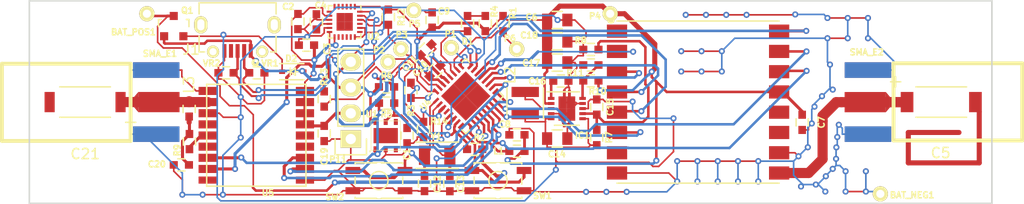
<source format=kicad_pcb>
(kicad_pcb (version 20171130) (host pcbnew "(5.1.12)-1")
  (layers (0 F.Cu signal) (31 B.Cu signal) (34 B.Paste user hide) (35 F.Paste user hide) (36 B.SilkS user hide) (37 F.SilkS user hide) (38 B.Mask user hide) (39 F.Mask user hide) (44 Edge.Cuts user))
  (net 0 "")
  (net 1 /GPS/GPS_FEEDER)
  (net 2 +3V3)
  (net 3 GND)
  (net 4 "Net-(C4-Pad1)")
  (net 5 "Net-(D1-Pad1)")
  (net 6 "Net-(D1-Pad2)")
  (net 7 "Net-(L1-Pad1)")
  (net 8 "Net-(P1-Pad1)")
  (net 9 "Net-(P2-Pad1)")
  (net 10 "Net-(P3-Pad1)")
  (net 11 /MCU/#RESET)
  (net 12 "Net-(C11-Pad1)")
  (net 13 "Net-(C12-Pad1)")
  (net 14 "Net-(C13-Pad2)")
  (net 15 /MCU/AIN_6)
  (net 16 /MCU/MPU_SDA)
  (net 17 /MCU/MPU_SCL)
  (net 18 "Net-(C15-Pad2)")
  (net 19 "Net-(C20-Pad1)")
  (net 20 "Net-(R9-Pad2)")
  (net 21 /MCU/MPU_MISO)
  (net 22 /MCU/MPU_MOSI)
  (net 23 /MCU/MPU_SCK)
  (net 24 /MCU/MPU_SS)
  (net 25 /MCU/MPU_D14)
  (net 26 /MCU/MPU_INT9)
  (net 27 /MCU/MPU_IN14)
  (net 28 /MCU/MPU_INT5)
  (net 29 /9axis/INT_9AXIS)
  (net 30 /MCU/MPU_TX1)
  (net 31 /MCU/MPU_RX1)
  (net 32 "Net-(SW1-Pad1)")
  (net 33 "Net-(SW2-Pad1)")
  (net 34 "Net-(C16-Pad1)")
  (net 35 "Net-(IC1-Pad3)")
  (net 36 "Net-(IC1-Pad10)")
  (net 37 "/Battery and USB Connector/V_BAT")
  (net 38 "Net-(C14-Pad1)")
  (net 39 "Net-(D2-Pad2)")
  (net 40 "/Battery and USB Connector/D-")
  (net 41 "/Battery and USB Connector/D+")
  (net 42 "Net-(C5-Pad1)")
  (net 43 "/Battery and USB Connector/V_USB_Sense")
  (module Johanson:0868AT43A0020 (layer F.Cu) (at 185 80)
    (fp_text reference C5 (at -0.06 5.02) (layer F.SilkS))
    (fp_text value CP)
    (fp_line (start -3.25 3) (end 1.75 3) (layer F.Cu) (width 0.5))
    (fp_line (start -3.25 6) (end -3.25 3) (layer F.Cu) (width 0.5))
    (fp_line (start 3.75 6) (end -3.25 6) (layer F.Cu) (width 0.5))
    (fp_line (start 3.75 1) (end 3.75 6) (layer F.Cu) (width 0.5))
    (pad 1 smd rect (at -3.375 0) (size 1.25 2) (layers F.Cu F.Paste F.Mask) (net 42 "Net-(C5-Pad1)"))
    (pad 2 smd rect (at 3.375 0) (size 1.25 2) (layers F.Cu F.Paste F.Mask))
  )
  (module _sensors:MAX-M8 (layer F.Cu) (at 117.4 87.7 180)
    (fp_text reference U5 (at -1.15 -1.25 180) (layer F.SilkS) (effects (font (size 0.6 0.6))))
    (fp_text value MAX-M8)
    (pad 1 smd rect (at -4.8 0 180) (size 1.8 0.7) (layers F.Cu F.Paste F.Mask) (net 3 GND))
    (pad 2 smd rect (at -4.8 1.1 180) (size 1.8 0.8) (layers F.Cu F.Paste F.Mask) (net 31 /MCU/MPU_RX1))
    (pad 3 smd rect (at -4.8 2.2 180) (size 1.8 0.8) (layers F.Cu F.Paste F.Mask) (net 30 /MCU/MPU_TX1))
    (pad 4 smd rect (at -4.8 3.3 180) (size 1.8 0.8) (layers F.Cu F.Paste F.Mask))
    (pad 5 smd rect (at -4.8 4.4 180) (size 1.8 0.8) (layers F.Cu F.Paste F.Mask))
    (pad 6 smd rect (at -4.8 5.5 180) (size 1.8 0.8) (layers F.Cu F.Paste F.Mask) (net 2 +3V3))
    (pad 7 smd rect (at -4.8 6.6 180) (size 1.8 0.8) (layers F.Cu F.Paste F.Mask) (net 2 +3V3))
    (pad 8 smd rect (at -4.8 7.7 180) (size 1.8 0.8) (layers F.Cu F.Paste F.Mask) (net 2 +3V3))
    (pad 9 smd rect (at -4.8 8.8 180) (size 1.8 0.8) (layers F.Cu F.Paste F.Mask) (net 2 +3V3))
    (pad 10 smd rect (at 4.8 8.8 180) (size 1.8 0.8) (layers F.Cu F.Paste F.Mask) (net 3 GND))
    (pad 11 smd rect (at 4.8 7.7 180) (size 1.8 0.8) (layers F.Cu F.Paste F.Mask) (net 1 /GPS/GPS_FEEDER))
    (pad 12 smd rect (at 4.8 6.6 180) (size 1.8 0.8) (layers F.Cu F.Paste F.Mask) (net 3 GND))
    (pad 13 smd rect (at 4.8 5.5 180) (size 1.8 0.8) (layers F.Cu F.Paste F.Mask))
    (pad 14 smd rect (at 4.8 4.4 180) (size 1.8 0.8) (layers F.Cu F.Paste F.Mask) (net 20 "Net-(R9-Pad2)"))
    (pad 15 smd rect (at 4.8 3.3 180) (size 1.8 0.8) (layers F.Cu F.Paste F.Mask))
    (pad 16 smd rect (at 4.8 2.2 180) (size 1.8 0.8) (layers F.Cu F.Paste F.Mask) (net 16 /MCU/MPU_SDA))
    (pad 17 smd rect (at 4.8 1.1 180) (size 1.8 0.8) (layers F.Cu F.Paste F.Mask) (net 17 /MCU/MPU_SCL))
    (pad 18 smd rect (at 4.8 0 180) (size 1.8 0.7) (layers F.Cu F.Paste F.Mask))
  )
  (module edgemount_sma:SMA_EDGE (layer F.Cu) (at 186.644 78.7351)
    (fp_text reference SMA_E2 (at -8.994 -3.65508) (layer F.SilkS) (effects (font (size 0.6 0.6))))
    (fp_text value SMA_EDGE hide)
    (pad 0 connect rect (at -8.8773 -1.89484) (size 4.572 1.524) (layers *.Cu F.Mask) (net 3 GND))
    (pad 1 connect trapezoid (at -6.858 1.27) (size 0.50038 1.39954) (rect_delta 0.59944 0) (layers F.Cu F.Mask) (net 42 "Net-(C5-Pad1)"))
    (pad 2 connect rect (at -8.8773 4.42976) (size 4.572 1.524) (layers *.Cu F.Mask) (net 3 GND))
    (pad 1 connect rect (at -9.144 1.27) (size 4.07162 1.99898) (layers F.Cu F.Mask) (net 42 "Net-(C5-Pad1)"))
    (pad 3 connect rect (at -8.8773 -1.89484) (size 4.572 1.524) (layers B.Cu B.Mask) (net 3 GND))
    (pad 4 connect rect (at -8.8773 4.42976) (size 4.572 1.524) (layers B.Cu B.Mask) (net 3 GND))
  )
  (module Housings_DFN_QFN:QFN-32-1EP_5x5mm_Pitch0.5mm (layer F.Cu) (at 138.07 79.4098 45)
    (fp_text reference U4 (at -3.408425 -2.163576 45) (layer F.SilkS) (effects (font (size 0.6 0.6))))
    (fp_text value SAMD21E17A)
    (pad 1 smd rect (at -2.4 -1.75 45) (size 0.7 0.25) (layers F.Cu F.Paste F.Mask) (net 13 "Net-(C12-Pad1)"))
    (pad 2 smd rect (at -2.4 -1.25 45) (size 0.7 0.25) (layers F.Cu F.Paste F.Mask) (net 14 "Net-(C13-Pad2)"))
    (pad 3 smd rect (at -2.4 -0.75 45) (size 0.7 0.25) (layers F.Cu F.Paste F.Mask) (net 43 "/Battery and USB Connector/V_USB_Sense"))
    (pad 4 smd rect (at -2.4 -0.25 45) (size 0.7 0.25) (layers F.Cu F.Paste F.Mask))
    (pad 5 smd rect (at -2.4 0.25 45) (size 0.7 0.25) (layers F.Cu F.Paste F.Mask) (net 29 /9axis/INT_9AXIS))
    (pad 6 smd rect (at -2.4 0.75 45) (size 0.7 0.25) (layers F.Cu F.Paste F.Mask) (net 28 /MCU/MPU_INT5))
    (pad 7 smd rect (at -2.4 1.25 45) (size 0.7 0.25) (layers F.Cu F.Paste F.Mask) (net 15 /MCU/AIN_6))
    (pad 8 smd rect (at -2.4 1.75 45) (size 0.7 0.25) (layers F.Cu F.Paste F.Mask) (net 32 "Net-(SW1-Pad1)"))
    (pad 9 smd rect (at -1.75 2.4 135) (size 0.7 0.25) (layers F.Cu F.Paste F.Mask) (net 7 "Net-(L1-Pad1)"))
    (pad 10 smd rect (at -1.25 2.4 135) (size 0.7 0.25) (layers F.Cu F.Paste F.Mask) (net 3 GND))
    (pad 11 smd rect (at -0.75 2.4 135) (size 0.7 0.25) (layers F.Cu F.Paste F.Mask) (net 33 "Net-(SW2-Pad1)"))
    (pad 12 smd rect (at -0.25 2.4 135) (size 0.7 0.25) (layers F.Cu F.Paste F.Mask) (net 26 /MCU/MPU_INT9))
    (pad 13 smd rect (at 0.25 2.4 135) (size 0.7 0.25) (layers F.Cu F.Paste F.Mask) (net 30 /MCU/MPU_TX1))
    (pad 14 smd rect (at 0.75 2.4 135) (size 0.7 0.25) (layers F.Cu F.Paste F.Mask) (net 31 /MCU/MPU_RX1))
    (pad 15 smd rect (at 1.25 2.4 135) (size 0.7 0.25) (layers F.Cu F.Paste F.Mask) (net 25 /MCU/MPU_D14))
    (pad 16 smd rect (at 1.75 2.4 135) (size 0.7 0.25) (layers F.Cu F.Paste F.Mask) (net 27 /MCU/MPU_IN14))
    (pad 17 smd rect (at 2.4 1.75 45) (size 0.7 0.25) (layers F.Cu F.Paste F.Mask) (net 16 /MCU/MPU_SDA))
    (pad 18 smd rect (at 2.4 1.25 45) (size 0.7 0.25) (layers F.Cu F.Paste F.Mask) (net 17 /MCU/MPU_SCL))
    (pad 19 smd rect (at 2.4 0.75 45) (size 0.7 0.25) (layers F.Cu F.Paste F.Mask) (net 22 /MCU/MPU_MOSI))
    (pad 20 smd rect (at 2.4 0.25 45) (size 0.7 0.25) (layers F.Cu F.Paste F.Mask) (net 23 /MCU/MPU_SCK))
    (pad 21 smd rect (at 2.4 -0.25 45) (size 0.7 0.25) (layers F.Cu F.Paste F.Mask) (net 21 /MCU/MPU_MISO))
    (pad 22 smd rect (at 2.4 -0.75 45) (size 0.7 0.25) (layers F.Cu F.Paste F.Mask) (net 24 /MCU/MPU_SS))
    (pad 23 smd rect (at 2.4 -1.25 45) (size 0.7 0.25) (layers F.Cu F.Paste F.Mask) (net 40 "/Battery and USB Connector/D-"))
    (pad 24 smd rect (at 2.4 -1.75 45) (size 0.7 0.25) (layers F.Cu F.Paste F.Mask) (net 41 "/Battery and USB Connector/D+"))
    (pad 25 smd rect (at 1.75 -2.4 135) (size 0.7 0.25) (layers F.Cu F.Paste F.Mask) (net 8 "Net-(P1-Pad1)"))
    (pad 26 smd rect (at 1.25 -2.4 135) (size 0.7 0.25) (layers F.Cu F.Paste F.Mask) (net 11 /MCU/#RESET))
    (pad 27 smd rect (at 0.75 -2.4 135) (size 0.7 0.25) (layers F.Cu F.Paste F.Mask) (net 5 "Net-(D1-Pad1)"))
    (pad 28 smd rect (at 0.25 -2.4 135) (size 0.7 0.25) (layers F.Cu F.Paste F.Mask) (net 3 GND))
    (pad 29 smd rect (at -0.25 -2.4 135) (size 0.7 0.25) (layers F.Cu F.Paste F.Mask) (net 12 "Net-(C11-Pad1)"))
    (pad 30 smd rect (at -0.75 -2.4 135) (size 0.7 0.25) (layers F.Cu F.Paste F.Mask) (net 2 +3V3))
    (pad 31 smd rect (at -1.25 -2.4 135) (size 0.7 0.25) (layers F.Cu F.Paste F.Mask) (net 10 "Net-(P3-Pad1)"))
    (pad 32 smd rect (at -1.75 -2.4 135) (size 0.7 0.25) (layers F.Cu F.Paste F.Mask) (net 9 "Net-(P2-Pad1)"))
    (pad 33 smd rect (at 0.8625 0.8625 45) (size 1.725 1.725) (layers F.Cu F.Paste F.Mask))
    (pad 33 smd rect (at 0.8625 -0.8625 45) (size 1.725 1.725) (layers F.Cu F.Paste F.Mask))
    (pad 33 smd rect (at -0.8625 0.8625 45) (size 1.725 1.725) (layers F.Cu F.Paste F.Mask))
    (pad 33 smd rect (at -0.8625 -0.8625 45) (size 1.725 1.725) (layers F.Cu F.Paste F.Mask))
  )
  (module Capacitors_SMD:C_0603 (layer F.Cu) (at 132.28 83.31 270)
    (fp_text reference C1 (at 1.83 0.01 270) (layer F.SilkS) (effects (font (size 0.6 0.6))))
    (fp_text value 100nF)
    (pad 1 smd rect (at -0.75 0 270) (size 0.8 0.75) (layers F.Cu F.Paste F.Mask) (net 2 +3V3))
    (pad 2 smd rect (at 0.75 0 270) (size 0.8 0.75) (layers F.Cu F.Paste F.Mask) (net 3 GND))
  )
  (module Capacitors_SMD:C_0603 (layer F.Cu) (at 121.51 72.05 270)
    (fp_text reference C2 (at -1.47 0.96) (layer F.SilkS) (effects (font (size 0.6 0.6))))
    (fp_text value 100nF)
    (pad 1 smd rect (at -0.75 0 270) (size 0.8 0.75) (layers F.Cu F.Paste F.Mask) (net 2 +3V3))
    (pad 2 smd rect (at 0.75 0 270) (size 0.8 0.75) (layers F.Cu F.Paste F.Mask) (net 3 GND))
  )
  (module Capacitors_SMD:C_0603 (layer F.Cu) (at 122.35 74.38 180)
    (fp_text reference C3 (at -2.05 -0.37 270) (layer F.SilkS) (effects (font (size 0.6 0.6))))
    (fp_text value 10nF)
    (pad 1 smd rect (at -0.75 0 180) (size 0.8 0.75) (layers F.Cu F.Paste F.Mask) (net 2 +3V3))
    (pad 2 smd rect (at 0.75 0 180) (size 0.8 0.75) (layers F.Cu F.Paste F.Mask) (net 3 GND))
  )
  (module Capacitors_SMD:C_0603 (layer F.Cu) (at 123.33 72.08 90)
    (fp_text reference C4 (at 1.61 0.43 180) (layer F.SilkS) (effects (font (size 0.6 0.6))))
    (fp_text value 100nF)
    (pad 1 smd rect (at -0.75 0 90) (size 0.8 0.75) (layers F.Cu F.Paste F.Mask) (net 4 "Net-(C4-Pad1)"))
    (pad 2 smd rect (at 0.75 0 90) (size 0.8 0.75) (layers F.Cu F.Paste F.Mask) (net 3 GND))
  )
  (module Capacitors_SMD:C_0603 (layer F.Cu) (at 138.25 72.25 90)
    (fp_text reference D1 (at -1.75 0 180) (layer F.SilkS) (effects (font (size 0.6 0.6))))
    (fp_text value LED)
    (pad 1 smd rect (at -0.75 0 90) (size 0.8 0.75) (layers F.Cu F.Paste F.Mask) (net 5 "Net-(D1-Pad1)"))
    (pad 2 smd rect (at 0.75 0 90) (size 0.8 0.75) (layers F.Cu F.Paste F.Mask) (net 6 "Net-(D1-Pad2)"))
  )
  (module Measurement_Points:Measurement_Point_Round-TH_Small (layer F.Cu) (at 136.635 74.64)
    (fp_text reference P1 (at -0.055002 -1.359998) (layer F.SilkS) (effects (font (size 0.6 0.6))))
    (fp_text value BL_PAD)
    (pad 1 thru_hole circle (at 0 0) (size 1.50114 1.50114) (drill 0.8001) (layers *.Cu *.Mask F.SilkS) (net 8 "Net-(P1-Pad1)"))
  )
  (module Measurement_Points:Measurement_Point_Round-TH_Small (layer F.Cu) (at 130.4 76.03)
    (fp_text reference P2 (at -0.88 -1.15) (layer F.SilkS) (effects (font (size 0.6 0.6))))
    (fp_text value SWD_DAT)
    (pad 1 thru_hole circle (at 0 0) (size 1.50114 1.50114) (drill 0.8001) (layers *.Cu *.Mask F.SilkS) (net 9 "Net-(P2-Pad1)"))
  )
  (module Measurement_Points:Measurement_Point_Round-TH_Small (layer F.Cu) (at 131.67 74.76)
    (fp_text reference P3 (at 0.07 -1.39) (layer F.SilkS) (effects (font (size 0.6 0.6))))
    (fp_text value SWD_CLK)
    (pad 1 thru_hole circle (at 0 0) (size 1.50114 1.50114) (drill 0.8001) (layers *.Cu *.Mask F.SilkS) (net 10 "Net-(P3-Pad1)"))
  )
  (module Measurement_Points:Measurement_Point_Round-TH_Small (layer F.Cu) (at 152.32 71.28)
    (fp_text reference P4 (at -1.49 0.23) (layer F.SilkS) (effects (font (size 0.6 0.6))))
    (fp_text value SWD_3V3)
    (pad 1 thru_hole circle (at 0 0) (size 1.50114 1.50114) (drill 0.8001) (layers *.Cu *.Mask F.SilkS) (net 2 +3V3))
  )
  (module Measurement_Points:Measurement_Point_Round-TH_Small (layer F.Cu) (at 132.94 70.95)
    (fp_text reference P5 (at 0.08 1.33) (layer F.SilkS) (effects (font (size 0.6 0.6))))
    (fp_text value SWD_GND)
    (pad 1 thru_hole circle (at 0 0) (size 1.50114 1.50114) (drill 0.8001) (layers *.Cu *.Mask F.SilkS) (net 3 GND))
  )
  (module Measurement_Points:Measurement_Point_Round-TH_Small (layer F.Cu) (at 143.1 74.76)
    (fp_text reference P6 (at -0.68 -1.04) (layer F.SilkS) (effects (font (size 0.6 0.6))))
    (fp_text value SWD_RST)
    (pad 1 thru_hole circle (at 0 0) (size 1.50114 1.50114) (drill 0.8001) (layers *.Cu *.Mask F.SilkS) (net 11 /MCU/#RESET))
  )
  (module Capacitors_SMD:C_0603 (layer F.Cu) (at 141.75 72.25 270)
    (fp_text reference R1 (at -1.03 -0.98 270) (layer F.SilkS) (effects (font (size 0.6 0.6))))
    (fp_text value 10k)
    (pad 1 smd rect (at -0.75 0 270) (size 0.8 0.75) (layers F.Cu F.Paste F.Mask) (net 2 +3V3))
    (pad 2 smd rect (at 0.75 0 270) (size 0.8 0.75) (layers F.Cu F.Paste F.Mask) (net 11 /MCU/#RESET))
  )
  (module Capacitors_SMD:C_0603 (layer F.Cu) (at 138.95 84.66 180)
    (fp_text reference R2 (at -0.5 1.15 180) (layer F.SilkS) (effects (font (size 0.6 0.6))))
    (fp_text value 10k)
    (pad 1 smd rect (at -0.75 0 180) (size 0.8 0.75) (layers F.Cu F.Paste F.Mask) (net 37 "/Battery and USB Connector/V_BAT"))
    (pad 2 smd rect (at 0.75 0 180) (size 0.8 0.75) (layers F.Cu F.Paste F.Mask) (net 15 /MCU/AIN_6))
  )
  (module Capacitors_SMD:C_0603 (layer F.Cu) (at 132.66 78.84 270)
    (fp_text reference R3 (at 1.99 -0.03 270) (layer F.SilkS) (effects (font (size 0.6 0.6))))
    (fp_text value 2k)
    (pad 1 smd rect (at -0.75 0 270) (size 0.8 0.75) (layers F.Cu F.Paste F.Mask) (net 15 /MCU/AIN_6))
    (pad 2 smd rect (at 0.75 0 270) (size 0.8 0.75) (layers F.Cu F.Paste F.Mask) (net 3 GND))
  )
  (module Capacitors_SMD:C_0603 (layer F.Cu) (at 140 72.25 90)
    (fp_text reference R4 (at 1.19 0.89 90) (layer F.SilkS) (effects (font (size 0.6 0.6))))
    (fp_text value 1k)
    (pad 1 smd rect (at -0.75 0 90) (size 0.8 0.75) (layers F.Cu F.Paste F.Mask) (net 2 +3V3))
    (pad 2 smd rect (at 0.75 0 90) (size 0.8 0.75) (layers F.Cu F.Paste F.Mask) (net 6 "Net-(D1-Pad2)"))
  )
  (module Capacitors_SMD:C_0603 (layer F.Cu) (at 130.26 80.1 180)
    (fp_text reference R5 (at 0.01 -1.09 180) (layer F.SilkS) (effects (font (size 0.6 0.6))))
    (fp_text value 1k)
    (pad 1 smd rect (at -0.75 0 180) (size 0.8 0.75) (layers F.Cu F.Paste F.Mask) (net 2 +3V3))
    (pad 2 smd rect (at 0.75 0 180) (size 0.8 0.75) (layers F.Cu F.Paste F.Mask) (net 16 /MCU/MPU_SDA))
  )
  (module Capacitors_SMD:C_0603 (layer F.Cu) (at 130.25 78.5 180)
    (fp_text reference R6 (at -0.01 1.14 180) (layer F.SilkS) (effects (font (size 0.6 0.6))))
    (fp_text value 1k)
    (pad 1 smd rect (at -0.75 0 180) (size 0.8 0.75) (layers F.Cu F.Paste F.Mask) (net 2 +3V3))
    (pad 2 smd rect (at 0.75 0 180) (size 0.8 0.75) (layers F.Cu F.Paste F.Mask) (net 17 /MCU/MPU_SCL))
  )
  (module Capacitors_SMD:C_0603 (layer F.Cu) (at 151 83.5 90)
    (fp_text reference R7 (at 0.02 1.2 90) (layer F.SilkS) (effects (font (size 0.6 0.6))))
    (fp_text value 2M)
    (pad 1 smd rect (at -0.75 0 90) (size 0.8 0.75) (layers F.Cu F.Paste F.Mask) (net 38 "Net-(C14-Pad1)"))
    (pad 2 smd rect (at 0.75 0 90) (size 0.8 0.75) (layers F.Cu F.Paste F.Mask) (net 18 "Net-(C15-Pad2)"))
  )
  (module Capacitors_SMD:C_0603 (layer F.Cu) (at 150.42 74.81 180)
    (fp_text reference R8 (at 1.01 0.9 180) (layer F.SilkS) (effects (font (size 0.6 0.6))))
    (fp_text value 220K)
    (pad 1 smd rect (at -0.75 0 180) (size 0.8 0.75) (layers F.Cu F.Paste F.Mask) (net 18 "Net-(C15-Pad2)"))
    (pad 2 smd rect (at 0.75 0 180) (size 0.8 0.75) (layers F.Cu F.Paste F.Mask) (net 3 GND))
  )
  (module Capacitors_SMD:C_0603 (layer F.Cu) (at 110.8 83.9 270)
    (fp_text reference R9 (at 0.86 1.2 270) (layer F.SilkS) (effects (font (size 0.6 0.6))))
    (fp_text value 10R)
    (pad 1 smd rect (at -0.75 0 270) (size 0.8 0.75) (layers F.Cu F.Paste F.Mask) (net 19 "Net-(C20-Pad1)"))
    (pad 2 smd rect (at 0.75 0 270) (size 0.8 0.75) (layers F.Cu F.Paste F.Mask) (net 20 "Net-(R9-Pad2)"))
  )
  (module Capacitors_SMD:C_0603 (layer F.Cu) (at 117.45 77.11)
    (fp_text reference VR1 (at 1.3 -0.94 180) (layer F.SilkS) (effects (font (size 0.6 0.6))))
    (fp_text value CG0603MLC-05E)
    (pad 1 smd rect (at -0.75 0) (size 0.8 0.75) (layers F.Cu F.Paste F.Mask) (net 40 "/Battery and USB Connector/D-"))
    (pad 2 smd rect (at 0.75 0) (size 0.8 0.75) (layers F.Cu F.Paste F.Mask) (net 3 GND))
  )
  (module Capacitors_SMD:C_0603 (layer F.Cu) (at 114.41 77.11 180)
    (fp_text reference VR2 (at 1.43 0.94) (layer F.SilkS) (effects (font (size 0.6 0.6))))
    (fp_text value CG0603MLC-05E)
    (pad 1 smd rect (at -0.75 0 180) (size 0.8 0.75) (layers F.Cu F.Paste F.Mask) (net 41 "/Battery and USB Connector/D+"))
    (pad 2 smd rect (at 0.75 0 180) (size 0.8 0.75) (layers F.Cu F.Paste F.Mask) (net 3 GND))
  )
  (module ABS07_abracon:ABS07 (layer F.Cu) (at 135.25 85.25 180)
    (fp_text reference Y1 (at 0.09 1.87 180) (layer F.SilkS) (effects (font (size 0.6 0.6))))
    (fp_text value 32.768kHz)
    (pad 2 smd rect (at 1.25 0 180) (size 1.1 1.9) (layers F.Cu F.Paste F.Mask) (net 13 "Net-(C12-Pad1)"))
    (pad 1 smd rect (at -1.25 0 180) (size 1.1 1.9) (layers F.Cu F.Paste F.Mask) (net 14 "Net-(C13-Pad2)"))
  )
  (module Capacitors_SMD:C_0603 (layer F.Cu) (at 143.12 83.23 180)
    (fp_text reference C8 (at 1.2 1.04 180) (layer F.SilkS) (effects (font (size 0.6 0.6))))
    (fp_text value 100n)
    (pad 1 smd rect (at -0.75 0 180) (size 0.8 0.75) (layers F.Cu F.Paste F.Mask) (net 2 +3V3))
    (pad 2 smd rect (at 0.75 0 180) (size 0.8 0.75) (layers F.Cu F.Paste F.Mask) (net 3 GND))
  )
  (module Capacitors_SMD:C_0603 (layer F.Cu) (at 134.75 71.9 90)
    (fp_text reference C9 (at 0.87 1.17 180) (layer F.SilkS) (effects (font (size 0.6 0.6))))
    (fp_text value 1u)
    (pad 1 smd rect (at -0.75 0 90) (size 0.8 0.75) (layers F.Cu F.Paste F.Mask) (net 2 +3V3))
    (pad 2 smd rect (at 0.75 0 90) (size 0.8 0.75) (layers F.Cu F.Paste F.Mask) (net 3 GND))
  )
  (module Capacitors_SMD:C_0603 (layer F.Cu) (at 135.03 76.9197 45)
    (fp_text reference C10 (at -0.863137 -1.159655 45) (layer F.SilkS) (effects (font (size 0.6 0.6))))
    (fp_text value 100n)
    (pad 1 smd rect (at -0.75 0 45) (size 0.8 0.75) (layers F.Cu F.Paste F.Mask) (net 2 +3V3))
    (pad 2 smd rect (at 0.75 0 45) (size 0.8 0.75) (layers F.Cu F.Paste F.Mask) (net 3 GND))
  )
  (module Capacitors_SMD:C_0603 (layer F.Cu) (at 134.15 74.84 45)
    (fp_text reference C11 (at -2.057681 -0.162635 225) (layer F.SilkS) (effects (font (size 0.6 0.6))))
    (fp_text value 1u)
    (pad 1 smd rect (at -0.75 0 45) (size 0.8 0.75) (layers F.Cu F.Paste F.Mask) (net 12 "Net-(C11-Pad1)"))
    (pad 2 smd rect (at 0.75 0 45) (size 0.8 0.75) (layers F.Cu F.Paste F.Mask) (net 3 GND))
  )
  (module Capacitors_SMD:C_0603 (layer F.Cu) (at 134 88.04 270)
    (fp_text reference C12 (at 0.05 -1.27 90) (layer F.SilkS) (effects (font (size 0.6 0.6))))
    (fp_text value 22p)
    (pad 1 smd rect (at -0.75 0 270) (size 0.8 0.75) (layers F.Cu F.Paste F.Mask) (net 13 "Net-(C12-Pad1)"))
    (pad 2 smd rect (at 0.75 0 270) (size 0.8 0.75) (layers F.Cu F.Paste F.Mask) (net 3 GND))
  )
  (module Capacitors_SMD:C_0603 (layer F.Cu) (at 136.5 88.05 90)
    (fp_text reference C13 (at -0.04 1.08 270) (layer F.SilkS) (effects (font (size 0.6 0.6))))
    (fp_text value 22p)
    (pad 1 smd rect (at -0.75 0 90) (size 0.8 0.75) (layers F.Cu F.Paste F.Mask) (net 3 GND))
    (pad 2 smd rect (at 0.75 0 90) (size 0.8 0.75) (layers F.Cu F.Paste F.Mask) (net 14 "Net-(C13-Pad2)"))
  )
  (module timhawes:SHT21 (layer F.Cu) (at 130.17 83.31)
    (fp_text reference U1 (at -1.37 -2.13) (layer F.SilkS) (effects (font (size 0.6 0.6))))
    (fp_text value SHT21 hide)
    (pad "" smd rect (at 0 0) (size 2.4 1.5) (layers F.Cu F.Paste F.Mask))
    (pad 1 smd rect (at -1 1.35) (size 0.4 0.6) (layers F.Cu F.Paste F.Mask) (net 16 /MCU/MPU_SDA))
    (pad 2 smd rect (at 0 1.35) (size 0.4 0.6) (layers F.Cu F.Paste F.Mask) (net 3 GND))
    (pad 3 smd rect (at 1 1.35) (size 0.4 0.6) (layers F.Cu F.Paste F.Mask))
    (pad 4 smd rect (at 1 -1.35) (size 0.4 0.6) (layers F.Cu F.Paste F.Mask))
    (pad 5 smd rect (at 0 -1.35) (size 0.4 0.6) (layers F.Cu F.Paste F.Mask) (net 2 +3V3))
    (pad 6 smd rect (at -1 -1.35) (size 0.4 0.6) (layers F.Cu F.Paste F.Mask) (net 17 /MCU/MPU_SCL))
  )
  (module RFM95W:RFM9xW (layer F.Cu) (at 161 80)
    (fp_text reference U3 hide)
    (fp_text value RFM9xW)
    (pad 1 smd rect (at -8 -7) (size 2 1.3) (layers F.Cu F.Paste F.Mask) (net 3 GND))
    (pad 2 smd rect (at -8 -5) (size 2 1.3) (layers F.Cu F.Paste F.Mask) (net 21 /MCU/MPU_MISO))
    (pad 3 smd rect (at -8 -3) (size 2 1.3) (layers F.Cu F.Paste F.Mask) (net 22 /MCU/MPU_MOSI))
    (pad 4 smd rect (at -8 -1) (size 2 1.3) (layers F.Cu F.Paste F.Mask) (net 23 /MCU/MPU_SCK))
    (pad 5 smd rect (at -8 1) (size 2 1.3) (layers F.Cu F.Paste F.Mask) (net 24 /MCU/MPU_SS))
    (pad 6 smd rect (at -8 3) (size 2 1.3) (layers F.Cu F.Paste F.Mask) (net 25 /MCU/MPU_D14))
    (pad 7 smd rect (at -8 5) (size 2 1.3) (layers F.Cu F.Paste F.Mask))
    (pad 8 smd rect (at -8 7) (size 2 1.3) (layers F.Cu F.Paste F.Mask) (net 3 GND))
    (pad 9 smd rect (at 8 7) (size 2 1.3) (layers F.Cu F.Paste F.Mask) (net 42 "Net-(C5-Pad1)"))
    (pad 10 smd rect (at 8 5) (size 2 1.3) (layers F.Cu F.Paste F.Mask) (net 3 GND))
    (pad 11 smd rect (at 8 3) (size 2 1.3) (layers F.Cu F.Paste F.Mask))
    (pad 12 smd rect (at 8 1) (size 2 1.3) (layers F.Cu F.Paste F.Mask))
    (pad 13 smd rect (at 8 -1) (size 2 1.3) (layers F.Cu F.Paste F.Mask) (net 2 +3V3))
    (pad 14 smd rect (at 8 -3) (size 2 1.3) (layers F.Cu F.Paste F.Mask) (net 26 /MCU/MPU_INT9))
    (pad 15 smd rect (at 8 -5) (size 2 1.3) (layers F.Cu F.Paste F.Mask) (net 27 /MCU/MPU_IN14))
    (pad 16 smd rect (at 8 -7) (size 2 1.3) (layers F.Cu F.Paste F.Mask) (net 28 /MCU/MPU_INT5))
  )
  (module Capacitors_SMD:C_0805 (layer F.Cu) (at 147.1 71.9)
    (fp_text reference C6 (at -2.53 -0.27) (layer F.SilkS) (effects (font (size 0.6 0.6))))
    (fp_text value 10uF)
    (pad 1 smd rect (at -1 0) (size 1 1.25) (layers F.Cu F.Paste F.Mask) (net 2 +3V3))
    (pad 2 smd rect (at 1 0) (size 1 1.25) (layers F.Cu F.Paste F.Mask) (net 3 GND))
  )
  (module Capacitors_SMD:C_0603 (layer F.Cu) (at 171.275 82 270)
    (fp_text reference C7 (at 0 -1.9 270) (layer F.SilkS) (effects (font (size 0.6 0.6))))
    (fp_text value 100nF)
    (pad 1 smd rect (at -0.75 0 270) (size 0.8 0.75) (layers F.Cu F.Paste F.Mask) (net 2 +3V3))
    (pad 2 smd rect (at 0.75 0 270) (size 0.8 0.75) (layers F.Cu F.Paste F.Mask) (net 3 GND))
  )
  (module Capacitors_SMD:C_0805 (layer F.Cu) (at 147.1 83.6)
    (fp_text reference C14 (at -0.034 1.537) (layer F.SilkS) (effects (font (size 0.6 0.6))))
    (fp_text value 10uF)
    (pad 1 smd rect (at -1 0) (size 1 1.25) (layers F.Cu F.Paste F.Mask) (net 38 "Net-(C14-Pad1)"))
    (pad 2 smd rect (at 1 0) (size 1 1.25) (layers F.Cu F.Paste F.Mask) (net 3 GND))
  )
  (module Capacitors_SMD:C_0603 (layer F.Cu) (at 151 80.49 270)
    (fp_text reference C15 (at -0.005 -1.321 270) (layer F.SilkS) (effects (font (size 0.6 0.6))))
    (fp_text value 100nF)
    (pad 1 smd rect (at -0.75 0 270) (size 0.8 0.75) (layers F.Cu F.Paste F.Mask) (net 38 "Net-(C14-Pad1)"))
    (pad 2 smd rect (at 0.75 0 270) (size 0.8 0.75) (layers F.Cu F.Paste F.Mask) (net 18 "Net-(C15-Pad2)"))
  )
  (module Capacitors_SMD:C_0603 (layer F.Cu) (at 147.46 77.92)
    (fp_text reference C16 (at -2.33 0.02) (layer F.SilkS) (effects (font (size 0.6 0.6))))
    (fp_text value 100nF)
    (pad 1 smd rect (at -0.75 0) (size 0.8 0.75) (layers F.Cu F.Paste F.Mask) (net 34 "Net-(C16-Pad1)"))
    (pad 2 smd rect (at 0.75 0) (size 0.8 0.75) (layers F.Cu F.Paste F.Mask) (net 3 GND))
  )
  (module Capacitors_SMD:C_0805 (layer F.Cu) (at 147.1 76.1)
    (fp_text reference C17 (at -2.57 0.04) (layer F.SilkS) (effects (font (size 0.6 0.6))))
    (fp_text value 10uF)
    (pad 1 smd rect (at -1 0) (size 1 1.25) (layers F.Cu F.Paste F.Mask) (net 2 +3V3))
    (pad 2 smd rect (at 1 0) (size 1 1.25) (layers F.Cu F.Paste F.Mask) (net 3 GND))
  )
  (module Capacitors_SMD:C_0805 (layer F.Cu) (at 147.1 74)
    (fp_text reference C18 (at -2.77 -0.59) (layer F.SilkS) (effects (font (size 0.6 0.6))))
    (fp_text value 10uF)
    (pad 1 smd rect (at -1 0) (size 1 1.25) (layers F.Cu F.Paste F.Mask) (net 2 +3V3))
    (pad 2 smd rect (at 1 0) (size 1 1.25) (layers F.Cu F.Paste F.Mask) (net 3 GND))
  )
  (module Capacitors_SMD:C_0603 (layer F.Cu) (at 124.1 83.1 270)
    (fp_text reference C19 (at 2.27 -0.01 270) (layer F.SilkS) (effects (font (size 0.6 0.6))))
    (fp_text value 100nF)
    (pad 1 smd rect (at -0.75 0 270) (size 0.8 0.75) (layers F.Cu F.Paste F.Mask) (net 2 +3V3))
    (pad 2 smd rect (at 0.75 0 270) (size 0.8 0.75) (layers F.Cu F.Paste F.Mask) (net 3 GND))
  )
  (module Capacitors_SMD:C_0603 (layer F.Cu) (at 110 86.2 180)
    (fp_text reference C20 (at 2.42 0.07 180) (layer F.SilkS) (effects (font (size 0.6 0.6))))
    (fp_text value 33nF)
    (pad 1 smd rect (at -0.75 0 180) (size 0.8 0.75) (layers F.Cu F.Paste F.Mask) (net 19 "Net-(C20-Pad1)"))
    (pad 2 smd rect (at 0.75 0 180) (size 0.8 0.75) (layers F.Cu F.Paste F.Mask) (net 3 GND))
  )
  (module Capacitors_SMD:C_0603 (layer F.Cu) (at 143.12 84.85)
    (fp_text reference L1 (at -1.79 -0.01) (layer F.SilkS) (effects (font (size 0.6 0.6))))
    (fp_text value 100R)
    (pad 1 smd rect (at -0.75 0) (size 0.8 0.75) (layers F.Cu F.Paste F.Mask) (net 7 "Net-(L1-Pad1)"))
    (pad 2 smd rect (at 0.75 0) (size 0.8 0.75) (layers F.Cu F.Paste F.Mask) (net 2 +3V3))
  )
  (module Pin_Headers:Pin_Header_Straight_1x04 (layer F.Cu) (at 126.722 83.646 180)
    (fp_text reference P11 (at 1.252 -2.014 180) (layer F.SilkS) (effects (font (size 0.6 0.6))))
    (fp_text value CONN_01X04)
    (pad 1 thru_hole rect (at 0 0 180) (size 2.032 1.7272) (drill 1.016) (layers *.Cu *.Mask F.SilkS) (net 3 GND))
    (pad 2 thru_hole oval (at 0 2.54 180) (size 2.032 1.7272) (drill 1.016) (layers *.Cu *.Mask F.SilkS) (net 2 +3V3))
    (pad 3 thru_hole oval (at 0 5.08 180) (size 2.032 1.7272) (drill 1.016) (layers *.Cu *.Mask F.SilkS) (net 17 /MCU/MPU_SCL))
    (pad 4 thru_hole oval (at 0 7.62 180) (size 2.032 1.7272) (drill 1.016) (layers *.Cu *.Mask F.SilkS) (net 16 /MCU/MPU_SDA))
  )
  (module "TPS61200:VSON-10-1(4)EP_3x3mm_Pitch0.5mm" (layer F.Cu) (at 148.05 80.64)
    (fp_text reference IC1 (at 1.54 2.65) (layer F.SilkS) (effects (font (size 0.6 0.6))))
    (fp_text value TPS61201)
    (pad 1 smd rect (at -1.55 -1) (size 0.65 0.3) (layers F.Cu F.Paste F.Mask) (net 34 "Net-(C16-Pad1)"))
    (pad 2 smd rect (at -1.55 -0.5) (size 0.65 0.3) (layers F.Cu F.Paste F.Mask) (net 2 +3V3))
    (pad 3 smd rect (at -1.55 0) (size 0.65 0.3) (layers F.Cu F.Paste F.Mask) (net 35 "Net-(IC1-Pad3)"))
    (pad 4 smd rect (at -1.55 0.5) (size 0.65 0.3) (layers F.Cu F.Paste F.Mask) (net 3 GND))
    (pad 5 smd rect (at -1.55 1) (size 0.65 0.3) (layers F.Cu F.Paste F.Mask) (net 38 "Net-(C14-Pad1)"))
    (pad 6 smd rect (at 1.55 1) (size 0.65 0.3) (layers F.Cu F.Paste F.Mask) (net 38 "Net-(C14-Pad1)"))
    (pad 7 smd rect (at 1.55 0.5) (size 0.65 0.3) (layers F.Cu F.Paste F.Mask) (net 18 "Net-(C15-Pad2)"))
    (pad 8 smd rect (at 1.55 0) (size 0.65 0.3) (layers F.Cu F.Paste F.Mask) (net 38 "Net-(C14-Pad1)"))
    (pad 9 smd rect (at 1.55 -0.5) (size 0.65 0.3) (layers F.Cu F.Paste F.Mask) (net 3 GND))
    (pad 10 smd rect (at 1.55 -1) (size 0.65 0.3) (layers F.Cu F.Paste F.Mask) (net 36 "Net-(IC1-Pad10)"))
    (pad 11 smd rect (at 0.4125 0.6) (size 0.825 1.2) (layers F.Cu F.Paste F.Mask) (net 3 GND))
    (pad 11 smd rect (at 0.4125 -0.6) (size 0.825 1.2) (layers F.Cu F.Paste F.Mask) (net 3 GND))
    (pad 11 smd rect (at -0.4125 0.6) (size 0.825 1.2) (layers F.Cu F.Paste F.Mask) (net 3 GND))
    (pad 11 smd rect (at -0.4125 -0.6) (size 0.825 1.2) (layers F.Cu F.Paste F.Mask) (net 3 GND))
    (pad 12 smd rect (at 0.25 -1.5 90) (size 0.7 0.28) (layers F.Cu F.Paste F.Mask) (net 3 GND))
    (pad 13 smd rect (at -0.25 -1.5 90) (size 0.7 0.28) (layers F.Cu F.Paste F.Mask) (net 3 GND))
    (pad 14 smd rect (at -0.254 1.5 90) (size 0.7 0.28) (layers F.Cu F.Paste F.Mask) (net 3 GND))
    (pad 15 smd rect (at 0.25 1.5 90) (size 0.7 0.28) (layers F.Cu F.Paste F.Mask) (net 3 GND))
  )
  (module Capacitors_SMD:C_0603 (layer F.Cu) (at 150.42 77.9 180)
    (fp_text reference R10 (at -0.66 -1.04 180) (layer F.SilkS) (effects (font (size 0.6 0.6))))
    (fp_text value DNF)
    (pad 1 smd rect (at -0.75 0 180) (size 0.8 0.75) (layers F.Cu F.Paste F.Mask) (net 2 +3V3))
    (pad 2 smd rect (at 0.75 0 180) (size 0.8 0.75) (layers F.Cu F.Paste F.Mask) (net 36 "Net-(IC1-Pad10)"))
  )
  (module Capacitors_SMD:C_0603 (layer F.Cu) (at 150.42 76.34 180)
    (fp_text reference R11 (at 1.54 -0.79 180) (layer F.SilkS) (effects (font (size 0.6 0.6))))
    (fp_text value DNF)
    (pad 1 smd rect (at -0.75 0 180) (size 0.8 0.75) (layers F.Cu F.Paste F.Mask) (net 36 "Net-(IC1-Pad10)"))
    (pad 2 smd rect (at 0.75 0 180) (size 0.8 0.75) (layers F.Cu F.Paste F.Mask) (net 3 GND))
  )
  (module Measurement_Points:Measurement_Point_Round-TH_Small (layer F.Cu) (at 178.99 89.06)
    (fp_text reference BAT_NEG1 (at 3.14 0.12) (layer F.SilkS) (effects (font (size 0.6 0.6))))
    (fp_text value CONN_01X01)
    (pad 1 thru_hole circle (at 0 0) (size 1.50114 1.50114) (drill 0.8001) (layers *.Cu *.Mask F.SilkS) (net 3 GND))
  )
  (module Measurement_Points:Measurement_Point_Round-TH_Small (layer F.Cu) (at 106.6 71.28)
    (fp_text reference BAT_POS1 (at -1.33 1.81) (layer F.SilkS) (effects (font (size 0.6 0.6))))
    (fp_text value CONN_01X01)
    (pad 1 thru_hole circle (at 0 0) (size 1.50114 1.50114) (drill 0.8001) (layers *.Cu *.Mask F.SilkS) (net 37 "/Battery and USB Connector/V_BAT"))
  )
  (module Inductors_NEOSID:Neosid_Inductor_SMS-ME3015 (layer F.Cu) (at 143.94 80.1 90)
    (fp_text reference L2 (at 2.76 -1.49 90) (layer F.SilkS))
    (fp_text value 2.2uH)
    (pad 1 smd rect (at -1.09982 0 90) (size 1.00076 2.70002) (layers F.Cu F.Paste F.Mask) (net 38 "Net-(C14-Pad1)"))
    (pad 2 smd rect (at 1.09982 0 90) (size 1.00076 2.70002) (layers F.Cu F.Paste F.Mask) (net 35 "Net-(IC1-Pad3)"))
  )
  (module Capacitors_SMD:C_0603 (layer F.Cu) (at 110.77 80.678 90)
    (fp_text reference L3 (at 2.388 -0.02 90) (layer F.SilkS))
    (fp_text value INDUCTOR_SMALL)
    (pad 1 smd rect (at -0.75 0 90) (size 0.8 0.75) (layers F.Cu F.Paste F.Mask) (net 19 "Net-(C20-Pad1)"))
    (pad 2 smd rect (at 0.75 0 90) (size 0.8 0.75) (layers F.Cu F.Paste F.Mask) (net 1 /GPS/GPS_FEEDER))
  )
  (module Capacitors_SMD:C_0603 (layer F.Cu) (at 130.43 71.62 90)
    (fp_text reference R12 (at 0 1.28 90) (layer F.SilkS) (effects (font (size 0.6 0.6))))
    (fp_text value 10k)
    (pad 1 smd rect (at -0.75 0 90) (size 0.8 0.75) (layers F.Cu F.Paste F.Mask) (net 10 "Net-(P3-Pad1)"))
    (pad 2 smd rect (at 0.75 0 90) (size 0.8 0.75) (layers F.Cu F.Paste F.Mask) (net 2 +3V3))
  )
  (module edgemount_sma:SMA_EDGE (layer F.Cu) (at 98.642 81.27 180)
    (fp_text reference SMA_E1 (at -9.248 6.05 180) (layer F.SilkS) (effects (font (size 0.6 0.6))))
    (fp_text value SMA_EDGE hide)
    (pad 0 connect rect (at -8.8773 -1.89484 180) (size 4.572 1.524) (layers *.Cu F.Mask) (net 3 GND))
    (pad 1 connect trapezoid (at -6.858 1.27 180) (size 0.50038 1.39954) (rect_delta 0.59944 0) (layers F.Cu F.Mask) (net 1 /GPS/GPS_FEEDER))
    (pad 2 connect rect (at -8.8773 4.42976 180) (size 4.572 1.524) (layers *.Cu F.Mask) (net 3 GND))
    (pad 1 connect rect (at -9.144 1.27 180) (size 4.07162 1.99898) (layers F.Cu F.Mask) (net 1 /GPS/GPS_FEEDER))
    (pad 3 connect rect (at -8.8773 -1.89484 180) (size 4.572 1.524) (layers B.Cu B.Mask) (net 3 GND))
    (pad 4 connect rect (at -8.8773 4.42976 180) (size 4.572 1.524) (layers B.Cu B.Mask) (net 3 GND))
  )
  (module Housings_DFN_QFN:QFN-24-1EP_3x3mm_Pitch0.4mm (layer F.Cu) (at 126.12 72.08 270)
    (fp_text reference U2 (at 1.44 -2.85) (layer F.SilkS) (effects (font (size 0.6 0.6))))
    (fp_text value MPU-9250)
    (pad 1 smd rect (at -1.5 -1 270) (size 0.55 0.2) (layers F.Cu F.Paste F.Mask) (net 2 +3V3))
    (pad 2 smd rect (at -1.5 -0.6 270) (size 0.55 0.2) (layers F.Cu F.Paste F.Mask))
    (pad 3 smd rect (at -1.5 -0.2 270) (size 0.55 0.2) (layers F.Cu F.Paste F.Mask))
    (pad 4 smd rect (at -1.5 0.2 270) (size 0.55 0.2) (layers F.Cu F.Paste F.Mask))
    (pad 5 smd rect (at -1.5 0.6 270) (size 0.55 0.2) (layers F.Cu F.Paste F.Mask))
    (pad 6 smd rect (at -1.5 1 270) (size 0.55 0.2) (layers F.Cu F.Paste F.Mask))
    (pad 7 smd rect (at -1 1.5) (size 0.55 0.2) (layers F.Cu F.Paste F.Mask))
    (pad 8 smd rect (at -0.6 1.5) (size 0.55 0.2) (layers F.Cu F.Paste F.Mask) (net 2 +3V3))
    (pad 9 smd rect (at -0.2 1.5) (size 0.55 0.2) (layers F.Cu F.Paste F.Mask) (net 3 GND))
    (pad 10 smd rect (at 0.2 1.5) (size 0.55 0.2) (layers F.Cu F.Paste F.Mask) (net 4 "Net-(C4-Pad1)"))
    (pad 11 smd rect (at 0.6 1.5) (size 0.55 0.2) (layers F.Cu F.Paste F.Mask) (net 3 GND))
    (pad 12 smd rect (at 1 1.5) (size 0.55 0.2) (layers F.Cu F.Paste F.Mask) (net 29 /9axis/INT_9AXIS))
    (pad 13 smd rect (at 1.5 1 270) (size 0.55 0.2) (layers F.Cu F.Paste F.Mask) (net 2 +3V3))
    (pad 14 smd rect (at 1.5 0.6 270) (size 0.55 0.2) (layers F.Cu F.Paste F.Mask))
    (pad 15 smd rect (at 1.5 0.2 270) (size 0.55 0.2) (layers F.Cu F.Paste F.Mask))
    (pad 16 smd rect (at 1.5 -0.2 270) (size 0.55 0.2) (layers F.Cu F.Paste F.Mask))
    (pad 17 smd rect (at 1.5 -0.6 270) (size 0.55 0.2) (layers F.Cu F.Paste F.Mask))
    (pad 18 smd rect (at 1.5 -1 270) (size 0.55 0.2) (layers F.Cu F.Paste F.Mask) (net 3 GND))
    (pad 19 smd rect (at 1 -1.5) (size 0.55 0.2) (layers F.Cu F.Paste F.Mask))
    (pad 20 smd rect (at 0.6 -1.5) (size 0.55 0.2) (layers F.Cu F.Paste F.Mask) (net 3 GND))
    (pad 21 smd rect (at 0.2 -1.5) (size 0.55 0.2) (layers F.Cu F.Paste F.Mask))
    (pad 22 smd rect (at -0.2 -1.5) (size 0.55 0.2) (layers F.Cu F.Paste F.Mask) (net 2 +3V3))
    (pad 23 smd rect (at -0.6 -1.5) (size 0.55 0.2) (layers F.Cu F.Paste F.Mask) (net 17 /MCU/MPU_SCL))
    (pad 24 smd rect (at -1 -1.5) (size 0.55 0.2) (layers F.Cu F.Paste F.Mask) (net 16 /MCU/MPU_SDA))
    (pad 25 smd rect (at 0.435 0.4 270) (size 0.875 0.8) (layers F.Cu F.Paste F.Mask))
    (pad 25 smd rect (at 0.435 -0.4 270) (size 0.875 0.8) (layers F.Cu F.Paste F.Mask))
    (pad 25 smd rect (at -0.435 0.4 270) (size 0.875 0.8) (layers F.Cu F.Paste F.Mask))
    (pad 25 smd rect (at -0.435 -0.4 270) (size 0.875 0.8) (layers F.Cu F.Paste F.Mask))
  )
  (module RocketScreamKicadLibrary:MICRO-USB (layer F.Cu) (at 115.55 73.5 180)
    (fp_text reference J1 (at 4.58 -1.31 180) (layer F.SilkS))
    (fp_text value MICRO-USB)
    (pad 1 smd rect (at -1.3 -1.45 180) (size 0.4 1.35) (layers F.Cu F.Paste F.Mask) (net 39 "Net-(D2-Pad2)"))
    (pad 2 smd rect (at -0.65 -1.45 180) (size 0.4 1.35) (layers F.Cu F.Paste F.Mask) (net 40 "/Battery and USB Connector/D-"))
    (pad 3 smd rect (at 0 -1.45 180) (size 0.4 1.35) (layers F.Cu F.Paste F.Mask) (net 41 "/Battery and USB Connector/D+"))
    (pad 4 smd rect (at 0.65 -1.45 180) (size 0.4 1.35) (layers F.Cu F.Paste F.Mask))
    (pad 5 smd rect (at 1.3 -1.45 180) (size 0.4 1.35) (layers F.Cu F.Paste F.Mask) (net 3 GND))
    (pad 6 thru_hole circle (at -2.425 -1.525 180) (size 1.2 1.2) (drill 0.7) (layers *.Cu *.Mask F.SilkS))
    (pad 7 thru_hole circle (at 2.425 -1.525 180) (size 1.2 1.2) (drill 0.7) (layers *.Cu *.Mask F.SilkS))
    (pad 8 thru_hole oval (at -3.625 1.125 180) (size 1.3 1.7) (drill oval 0.7 1.1) (layers *.Cu *.Mask F.SilkS))
    (pad 9 thru_hole oval (at 3.625 1.125 180) (size 1.3 1.7) (drill oval 0.7 1.1) (layers *.Cu *.Mask F.SilkS))
  )
  (module Diodes_SMD:SOD-323 (layer F.Cu) (at 121 77)
    (fp_text reference D2 (at -0.15 -1.3) (layer F.SilkS) (effects (font (size 0.6 0.6))))
    (fp_text value D_Schottky)
    (pad 1 smd rect (at -1.055 0) (size 0.59 0.45) (layers F.Cu F.Paste F.Mask) (net 38 "Net-(C14-Pad1)"))
    (pad 2 smd rect (at 1.055 0) (size 0.59 0.45) (layers F.Cu F.Paste F.Mask) (net 39 "Net-(D2-Pad2)"))
  )
  (module TO_SOT_Packages_SMD:SOT-23 (layer F.Cu) (at 109.25 72.5)
    (fp_text reference Q1 (at 1.34 -1.54) (layer F.SilkS) (effects (font (size 0.6 0.6))))
    (fp_text value Q_PMOS_GSD)
    (pad 1 smd rect (at -0.95 1.00076) (size 0.8001 0.8001) (layers F.Cu F.Paste F.Mask) (net 39 "Net-(D2-Pad2)"))
    (pad 2 smd rect (at 0.95 1.00076) (size 0.8001 0.8001) (layers F.Cu F.Paste F.Mask) (net 38 "Net-(C14-Pad1)"))
    (pad 3 smd rect (at 0 -0.99822) (size 0.8001 0.8001) (layers F.Cu F.Paste F.Mask) (net 37 "/Battery and USB Connector/V_BAT"))
  )
  (module Johanson:1575AT43A0040 (layer F.Cu) (at 100.5 80 180)
    (fp_text reference C21 (at -0.01 -5.12 180) (layer F.SilkS))
    (fp_text value CP)
    (pad 1 smd rect (at -3.5 0 180) (size 1 2) (layers F.Cu F.Paste F.Mask) (net 1 /GPS/GPS_FEEDER))
    (pad 2 smd rect (at 3.5 0 180) (size 1 2) (layers F.Cu F.Paste F.Mask))
  )
  (module Capacitors_SMD:C_0603 (layer F.Cu) (at 124.1 79.7 270)
    (fp_text reference R13 (at -2.18 -0.01 270) (layer F.SilkS) (effects (font (size 0.6 0.6))))
    (fp_text value R)
    (pad 1 smd rect (at -0.75 0 270) (size 0.8 0.75) (layers F.Cu F.Paste F.Mask) (net 39 "Net-(D2-Pad2)"))
    (pad 2 smd rect (at 0.75 0 270) (size 0.8 0.75) (layers F.Cu F.Paste F.Mask) (net 43 "/Battery and USB Connector/V_USB_Sense"))
  )
  (module Capacitors_SMD:C_0603 (layer F.Cu) (at 133.9 82.7 270)
    (fp_text reference R14 (at -0.8 -1.55) (layer F.SilkS) (effects (font (size 0.6 0.6))))
    (fp_text value R)
    (pad 1 smd rect (at -0.75 0 270) (size 0.8 0.75) (layers F.Cu F.Paste F.Mask) (net 43 "/Battery and USB Connector/V_USB_Sense"))
    (pad 2 smd rect (at 0.75 0 270) (size 0.8 0.75) (layers F.Cu F.Paste F.Mask) (net 3 GND))
  )
  (module TL1014BF180QG:TL1014BF180QG (layer F.Cu) (at 129.5 87.75)
    (fp_text reference SW2 (at -4.35 1.61) (layer F.SilkS) (effects (font (size 0.6 0.6))))
    (fp_text value SW_PUSH)
    (pad 1 smd rect (at 2.575 -1) (size 1.45 0.7) (layers F.Cu F.Paste F.Mask) (net 33 "Net-(SW2-Pad1)"))
    (pad 1 smd rect (at -2.575 -1) (size 1.45 0.7) (layers F.Cu F.Paste F.Mask) (net 33 "Net-(SW2-Pad1)"))
    (pad 2 smd rect (at -2.575 1) (size 1.45 0.7) (layers F.Cu F.Paste F.Mask) (net 3 GND))
    (pad 2 smd rect (at 2.575 1) (size 1.45 0.7) (layers F.Cu F.Paste F.Mask) (net 3 GND))
    (pad "" np_thru_hole circle (at 0 1.375) (size 0.75 0.75) (drill 0.75) (layers *.Cu))
    (pad "" np_thru_hole circle (at 0 -1.375) (size 0.75 0.75) (drill 0.75) (layers *.Cu))
  )
  (module TL1014BF180QG:TL1014BF180QG (layer F.Cu) (at 141.25 87.75)
    (fp_text reference SW1 (at 4.39 1.49) (layer F.SilkS) (effects (font (size 0.6 0.6))))
    (fp_text value SW_PUSH)
    (pad 1 smd rect (at 2.575 -1) (size 1.45 0.7) (layers F.Cu F.Paste F.Mask) (net 32 "Net-(SW1-Pad1)"))
    (pad 1 smd rect (at -2.575 -1) (size 1.45 0.7) (layers F.Cu F.Paste F.Mask) (net 32 "Net-(SW1-Pad1)"))
    (pad 2 smd rect (at -2.575 1) (size 1.45 0.7) (layers F.Cu F.Paste F.Mask) (net 3 GND))
    (pad 2 smd rect (at 2.575 1) (size 1.45 0.7) (layers F.Cu F.Paste F.Mask) (net 3 GND))
    (pad "" np_thru_hole circle (at 0 1.375) (size 0.75 0.75) (drill 0.75) (layers *.Cu))
    (pad "" np_thru_hole circle (at 0 -1.375) (size 0.75 0.75) (drill 0.75) (layers *.Cu))
  )
  (module Oddities:Stitch_Via (layer F.Cu) (at 173.77 71.7)
    (fp_text reference REF**1111 hide)
    (fp_text value Stitch_Via hide)
    (pad 1 thru_hole circle (at 0 0) (size 0.6 0.6) (drill 0.3) (layers *.Cu) (net 3 GND))
  )
  (module Oddities:Stitch_Via (layer F.Cu) (at 175.77 71.7)
    (fp_text reference REF**1121 hide)
    (fp_text value Stitch_Via hide)
    (pad 1 thru_hole circle (at 0 0) (size 0.6 0.6) (drill 0.3) (layers *.Cu) (net 3 GND))
  )
  (module Oddities:Stitch_Via (layer F.Cu) (at 177.77 71.7)
    (fp_text reference REF**1131 hide)
    (fp_text value Stitch_Via hide)
    (pad 1 thru_hole circle (at 0 0) (size 0.6 0.6) (drill 0.3) (layers *.Cu) (net 3 GND))
  )
  (module Oddities:Stitch_Via (layer F.Cu) (at 159.34 74.98)
    (fp_text reference REF**1141 hide)
    (fp_text value Stitch_Via hide)
    (pad 1 thru_hole circle (at 0 0) (size 0.6 0.6) (drill 0.3) (layers *.Cu) (net 3 GND))
  )
  (module Oddities:Stitch_Via (layer F.Cu) (at 161.34 74.98)
    (fp_text reference REF**1151 hide)
    (fp_text value Stitch_Via hide)
    (pad 1 thru_hole circle (at 0 0) (size 0.6 0.6) (drill 0.3) (layers *.Cu) (net 3 GND))
  )
  (module Oddities:Stitch_Via (layer F.Cu) (at 163.34 74.98)
    (fp_text reference REF**1161 hide)
    (fp_text value Stitch_Via hide)
    (pad 1 thru_hole circle (at 0 0) (size 0.6 0.6) (drill 0.3) (layers *.Cu) (net 3 GND))
  )
  (module Oddities:Stitch_Via (layer F.Cu) (at 159.78 71.39)
    (fp_text reference REF**1171 hide)
    (fp_text value Stitch_Via hide)
    (pad 1 thru_hole circle (at 0 0) (size 0.6 0.6) (drill 0.3) (layers *.Cu) (net 3 GND))
  )
  (module Oddities:Stitch_Via (layer F.Cu) (at 161.78 71.39)
    (fp_text reference REF**1181 hide)
    (fp_text value Stitch_Via hide)
    (pad 1 thru_hole circle (at 0 0) (size 0.6 0.6) (drill 0.3) (layers *.Cu) (net 3 GND))
  )
  (module Oddities:Stitch_Via (layer F.Cu) (at 163.78 71.39)
    (fp_text reference REF**1191 hide)
    (fp_text value Stitch_Via hide)
    (pad 1 thru_hole circle (at 0 0) (size 0.6 0.6) (drill 0.3) (layers *.Cu) (net 3 GND))
  )
  (module Oddities:Stitch_Via (layer F.Cu) (at 165.78 71.39)
    (fp_text reference REF**11101 hide)
    (fp_text value Stitch_Via hide)
    (pad 1 thru_hole circle (at 0 0) (size 0.6 0.6) (drill 0.3) (layers *.Cu) (net 3 GND))
  )
  (module Oddities:Stitch_Via (layer F.Cu) (at 173.77 73.7)
    (fp_text reference REF**1112 hide)
    (fp_text value Stitch_Via hide)
    (pad 1 thru_hole circle (at 0 0) (size 0.6 0.6) (drill 0.3) (layers *.Cu) (net 3 GND))
  )
  (module Oddities:Stitch_Via (layer F.Cu) (at 175.77 73.7)
    (fp_text reference REF**1122 hide)
    (fp_text value Stitch_Via hide)
    (pad 1 thru_hole circle (at 0 0) (size 0.6 0.6) (drill 0.3) (layers *.Cu) (net 3 GND))
  )
  (module Oddities:Stitch_Via (layer F.Cu) (at 177.77 73.7)
    (fp_text reference REF**1132 hide)
    (fp_text value Stitch_Via hide)
    (pad 1 thru_hole circle (at 0 0) (size 0.6 0.6) (drill 0.3) (layers *.Cu) (net 3 GND))
  )
  (module Oddities:Stitch_Via (layer F.Cu) (at 159.34 76.98)
    (fp_text reference REF**1142 hide)
    (fp_text value Stitch_Via hide)
    (pad 1 thru_hole circle (at 0 0) (size 0.6 0.6) (drill 0.3) (layers *.Cu) (net 3 GND))
  )
  (module Oddities:Stitch_Via (layer F.Cu) (at 161.34 76.98)
    (fp_text reference REF**1152 hide)
    (fp_text value Stitch_Via hide)
    (pad 1 thru_hole circle (at 0 0) (size 0.6 0.6) (drill 0.3) (layers *.Cu) (net 3 GND))
  )
  (module Oddities:Stitch_Via (layer F.Cu) (at 163.34 76.98)
    (fp_text reference REF**1162 hide)
    (fp_text value Stitch_Via hide)
    (pad 1 thru_hole circle (at 0 0) (size 0.6 0.6) (drill 0.3) (layers *.Cu) (net 3 GND))
  )
  (module Oddities:Stitch_Via (layer F.Cu) (at 171.16 88.33)
    (fp_text reference REF**11111 hide)
    (fp_text value Stitch_Via hide)
    (pad 1 thru_hole circle (at 0 0) (size 0.6 0.6) (drill 0.3) (layers *.Cu) (net 3 GND))
  )
  (module Oddities:Stitch_Via (layer F.Cu) (at 175.56 86.83)
    (fp_text reference REF**1123 hide)
    (fp_text value Stitch_Via hide)
    (pad 1 thru_hole circle (at 0 0) (size 0.6 0.6) (drill 0.3) (layers *.Cu) (net 3 GND))
  )
  (module Oddities:Stitch_Via (layer F.Cu) (at 177.56 86.83)
    (fp_text reference REF**1133 hide)
    (fp_text value Stitch_Via hide)
    (pad 1 thru_hole circle (at 0 0) (size 0.6 0.6) (drill 0.3) (layers *.Cu) (net 3 GND))
  )
  (module Oddities:Stitch_Via (layer F.Cu) (at 173.56 88.83)
    (fp_text reference REF**1114 hide)
    (fp_text value Stitch_Via hide)
    (pad 1 thru_hole circle (at 0 0) (size 0.6 0.6) (drill 0.3) (layers *.Cu) (net 3 GND))
  )
  (module Oddities:Stitch_Via (layer F.Cu) (at 175.56 88.83)
    (fp_text reference REF**1124 hide)
    (fp_text value Stitch_Via hide)
    (pad 1 thru_hole circle (at 0 0) (size 0.6 0.6) (drill 0.3) (layers *.Cu) (net 3 GND))
  )
  (module Oddities:Stitch_Via (layer F.Cu) (at 177.56 88.83)
    (fp_text reference REF**1134 hide)
    (fp_text value Stitch_Via hide)
    (pad 1 thru_hole circle (at 0 0) (size 0.6 0.6) (drill 0.3) (layers *.Cu) (net 3 GND))
  )
  (module Oddities:Stitch_Via (layer F.Cu) (at 151.95 88.86)
    (fp_text reference REF**1125 hide)
    (fp_text value Stitch_Via hide)
    (pad 1 thru_hole circle (at 0 0) (size 0.6 0.6) (drill 0.3) (layers *.Cu) (net 3 GND))
  )
  (module Oddities:Stitch_Via (layer F.Cu) (at 153.95 88.86)
    (fp_text reference REF**1135 hide)
    (fp_text value Stitch_Via hide)
    (pad 1 thru_hole circle (at 0 0) (size 0.6 0.6) (drill 0.3) (layers *.Cu) (net 3 GND))
  )
  (module Oddities:Stitch_Via (layer F.Cu) (at 115.86 79.5)
    (fp_text reference REF**1116 hide)
    (fp_text value Stitch_Via hide)
    (pad 1 thru_hole circle (at 0 0) (size 0.6 0.6) (drill 0.3) (layers *.Cu) (net 3 GND))
  )
  (module Oddities:Stitch_Via (layer F.Cu) (at 110.1 89.14 90)
    (fp_text reference REF**1126 hide)
    (fp_text value Stitch_Via hide)
    (pad 1 thru_hole circle (at 0 0 90) (size 0.6 0.6) (drill 0.3) (layers *.Cu) (net 3 GND))
  )
  (module Oddities:Stitch_Via (layer F.Cu) (at 115.86 81.5)
    (fp_text reference REF**1117 hide)
    (fp_text value Stitch_Via hide)
    (pad 1 thru_hole circle (at 0 0) (size 0.6 0.6) (drill 0.3) (layers *.Cu) (net 3 GND))
  )
  (module Oddities:Stitch_Via (layer F.Cu) (at 112.1 89.14 90)
    (fp_text reference REF**1127 hide)
    (fp_text value Stitch_Via hide)
    (pad 1 thru_hole circle (at 0 0 90) (size 0.6 0.6) (drill 0.3) (layers *.Cu) (net 3 GND))
  )
  (module Oddities:Stitch_Via (layer F.Cu) (at 115.86 83.5)
    (fp_text reference REF**1118 hide)
    (fp_text value Stitch_Via hide)
    (pad 1 thru_hole circle (at 0 0) (size 0.6 0.6) (drill 0.3) (layers *.Cu) (net 3 GND))
  )
  (module Oddities:Stitch_Via (layer F.Cu) (at 114.1 89.14 90)
    (fp_text reference REF**1128 hide)
    (fp_text value Stitch_Via hide)
    (pad 1 thru_hole circle (at 0 0 90) (size 0.6 0.6) (drill 0.3) (layers *.Cu) (net 3 GND))
  )
  (module Oddities:Stitch_Via (layer F.Cu) (at 158.94 85.83)
    (fp_text reference REF**1119 hide)
    (fp_text value Stitch_Via hide)
    (pad 1 thru_hole circle (at 0 0) (size 0.6 0.6) (drill 0.3) (layers *.Cu) (net 3 GND))
  )
  (module Oddities:Stitch_Via (layer F.Cu) (at 160.94 85.83)
    (fp_text reference REF**1129 hide)
    (fp_text value Stitch_Via hide)
    (pad 1 thru_hole circle (at 0 0) (size 0.6 0.6) (drill 0.3) (layers *.Cu) (net 3 GND))
  )
  (module Oddities:Stitch_Via (layer F.Cu) (at 162.94 85.83)
    (fp_text reference REF**1139 hide)
    (fp_text value Stitch_Via hide)
    (pad 1 thru_hole circle (at 0 0) (size 0.6 0.6) (drill 0.3) (layers *.Cu) (net 3 GND))
  )
  (module Oddities:Stitch_Via (layer F.Cu) (at 164.94 85.83)
    (fp_text reference REF**1149 hide)
    (fp_text value Stitch_Via hide)
    (pad 1 thru_hole circle (at 0 0) (size 0.6 0.6) (drill 0.3) (layers *.Cu) (net 3 GND))
  )
  (module Oddities:Stitch_Via (layer F.Cu) (at 166.94 85.83)
    (fp_text reference REF**1159 hide)
    (fp_text value Stitch_Via hide)
    (pad 1 thru_hole circle (at 0 0) (size 0.6 0.6) (drill 0.3) (layers *.Cu) (net 3 GND))
  )
  (module Oddities:Stitch_Via (layer F.Cu) (at 158.94 87.83)
    (fp_text reference REF**11110 hide)
    (fp_text value Stitch_Via hide)
    (pad 1 thru_hole circle (at 0 0) (size 0.6 0.6) (drill 0.3) (layers *.Cu) (net 3 GND))
  )
  (module Oddities:Stitch_Via (layer F.Cu) (at 160.94 87.83)
    (fp_text reference REF**11210 hide)
    (fp_text value Stitch_Via hide)
    (pad 1 thru_hole circle (at 0 0) (size 0.6 0.6) (drill 0.3) (layers *.Cu) (net 3 GND))
  )
  (module Oddities:Stitch_Via (layer F.Cu) (at 162.94 87.83)
    (fp_text reference REF**11310 hide)
    (fp_text value Stitch_Via hide)
    (pad 1 thru_hole circle (at 0 0) (size 0.6 0.6) (drill 0.3) (layers *.Cu) (net 3 GND))
  )
  (module Oddities:Stitch_Via (layer F.Cu) (at 164.94 87.83)
    (fp_text reference REF**11410 hide)
    (fp_text value Stitch_Via hide)
    (pad 1 thru_hole circle (at 0 0) (size 0.6 0.6) (drill 0.3) (layers *.Cu) (net 3 GND))
  )
  (module Oddities:Stitch_Via (layer F.Cu) (at 166.94 87.83)
    (fp_text reference REF**11510 hide)
    (fp_text value Stitch_Via hide)
    (pad 1 thru_hole circle (at 0 0) (size 0.6 0.6) (drill 0.3) (layers *.Cu) (net 3 GND))
  )
  (module Oddities:Stitch_Via (layer F.Cu) (at 173.61 87.32)
    (fp_text reference REF**11121 hide)
    (fp_text value Stitch_Via hide)
    (pad 1 thru_hole circle (at 0 0) (size 0.6 0.6) (drill 0.3) (layers *.Cu) (net 3 GND))
  )
  (module Oddities:Stitch_Via (layer F.Cu) (at 174.62 85.6)
    (fp_text reference REF**11131 hide)
    (fp_text value Stitch_Via hide)
    (pad 1 thru_hole circle (at 0 0) (size 0.6 0.6) (drill 0.3) (layers *.Cu) (net 3 GND))
  )
  (module Oddities:Stitch_Via (layer F.Cu) (at 174.74 83.45)
    (fp_text reference REF**11141 hide)
    (fp_text value Stitch_Via hide)
    (pad 1 thru_hole circle (at 0 0) (size 0.6 0.6) (drill 0.3) (layers *.Cu) (net 3 GND))
  )
  (module Oddities:Stitch_Via (layer F.Cu) (at 174.65 84.47)
    (fp_text reference REF**11151 hide)
    (fp_text value Stitch_Via hide)
    (pad 1 thru_hole circle (at 0 0) (size 0.6 0.6) (drill 0.3) (layers *.Cu) (net 3 GND))
  )
  (module Oddities:Stitch_Via (layer F.Cu) (at 170.91 85.35)
    (fp_text reference REF**11112 hide)
    (fp_text value Stitch_Via hide)
    (pad 1 thru_hole circle (at 0 0) (size 0.6 0.6) (drill 0.3) (layers *.Cu) (net 3 GND))
  )
  (module Oddities:Stitch_Via (layer F.Cu) (at 171.83 84.46)
    (fp_text reference REF**11122 hide)
    (fp_text value Stitch_Via hide)
    (pad 1 thru_hole circle (at 0 0) (size 0.6 0.6) (drill 0.3) (layers *.Cu) (net 3 GND))
  )
  (module Oddities:Stitch_Via (layer F.Cu) (at 172.22 82.11)
    (fp_text reference REF**11132 hide)
    (fp_text value Stitch_Via hide)
    (pad 1 thru_hole circle (at 0 0) (size 0.6 0.6) (drill 0.3) (layers *.Cu) (net 3 GND))
  )
  (module Oddities:Stitch_Via (layer F.Cu) (at 172.49 80.45)
    (fp_text reference REF**11142 hide)
    (fp_text value Stitch_Via hide)
    (pad 1 thru_hole circle (at 0 0) (size 0.6 0.6) (drill 0.3) (layers *.Cu) (net 3 GND))
  )
  (module Oddities:Stitch_Via (layer F.Cu) (at 173.23 79.42)
    (fp_text reference REF**11152 hide)
    (fp_text value Stitch_Via hide)
    (pad 1 thru_hole circle (at 0 0) (size 0.6 0.6) (drill 0.3) (layers *.Cu) (net 3 GND))
  )
  (module Oddities:Stitch_Via (layer F.Cu) (at 174.29 78.77)
    (fp_text reference REF**11113 hide)
    (fp_text value Stitch_Via hide)
    (pad 1 thru_hole circle (at 0 0) (size 0.6 0.6) (drill 0.3) (layers *.Cu) (net 3 GND))
  )
  (module Oddities:Stitch_Via (layer F.Cu) (at 174.89 82.24)
    (fp_text reference REF**11123 hide)
    (fp_text value Stitch_Via hide)
    (pad 1 thru_hole circle (at 0 0) (size 0.6 0.6) (drill 0.3) (layers *.Cu) (net 3 GND))
  )
  (module Oddities:Stitch_Via (layer F.Cu) (at 174.29 86.59)
    (fp_text reference REF**11133 hide)
    (fp_text value Stitch_Via hide)
    (pad 1 thru_hole circle (at 0 0) (size 0.6 0.6) (drill 0.3) (layers *.Cu) (net 3 GND))
  )
  (module Oddities:Stitch_Via (layer F.Cu) (at 174.02 76.3)
    (fp_text reference REF**11143 hide)
    (fp_text value Stitch_Via hide)
    (pad 1 thru_hole circle (at 0 0) (size 0.6 0.6) (drill 0.3) (layers *.Cu) (net 3 GND))
  )
  (module Oddities:Stitch_Via (layer F.Cu) (at 170.59 71.35)
    (fp_text reference REF**11153 hide)
    (fp_text value Stitch_Via hide)
    (pad 1 thru_hole circle (at 0 0) (size 0.6 0.6) (drill 0.3) (layers *.Cu) (net 3 GND))
  )
  (module Oddities:Stitch_Via (layer F.Cu) (at 172.62 88.14)
    (fp_text reference REF**11114 hide)
    (fp_text value Stitch_Via hide)
    (pad 1 thru_hole circle (at 0 0) (size 0.6 0.6) (drill 0.3) (layers *.Cu) (net 3 GND))
  )
  (module Oddities:Stitch_Via (layer F.Cu) (at 149.95 88.86)
    (fp_text reference REF**1115 hide)
    (fp_text value Stitch_Via hide)
    (pad 1 thru_hole circle (at 0 0) (size 0.6 0.6) (drill 0.3) (layers *.Cu) (net 3 GND))
  )
  (gr_line (start 190 90) (end 190 70) (layer Edge.Cuts) (width 0.15))
  (gr_line (start 95 90) (end 95 70) (layer Edge.Cuts) (width 0.15))
  (gr_line (start 95 70) (end 190 70) (layer Edge.Cuts) (width 0.15))
  (gr_line (start 95 90) (end 190 90) (layer Edge.Cuts) (width 0.15))
  (via (at 135.19298 85.555) (size 0.6) (drill 0.3) (layers F.Cu B.Cu) (net 3))
  (via (at 139.36112 82.96166) (size 0.6) (drill 0.3) (layers F.Cu B.Cu) (net 3))
  (via (at 129.63292 73.13186) (size 0.6) (drill 0.3) (layers F.Cu B.Cu) (net 3))
  (segment (start 110.77 79.928) (end 110.842 80) (width 1) (layer F.Cu) (net 1))
  (segment (start 110.842 80) (end 112.6 80) (width 1) (layer F.Cu) (net 1))
  (segment (start 107.786 80) (end 110.698 80) (width 1) (layer F.Cu) (net 1))
  (segment (start 110.698 80) (end 110.77 79.928) (width 1) (layer F.Cu) (net 1))
  (segment (start 105.5 80) (end 104 80) (width 1) (layer F.Cu) (net 1))
  (segment (start 107.786 80) (end 105.5 80) (width 1) (layer F.Cu) (net 1))
  (segment (start 107.786 80) (end 105.5 80) (width 0.25) (layer F.Cu) (net 1))
  (segment (start 104 80) (end 105.5 80) (width 0.3) (layer F.Cu) (net 1))
  (segment (start 135.8426 78.243) (end 135.795 78.243) (width 0.25) (layer F.Cu) (net 2))
  (segment (start 135.795 78.243) (end 135.338 77.7859) (width 0.25) (layer F.Cu) (net 2))
  (segment (start 135.338 77.7859) (end 134.836 77.7859) (width 0.25) (layer F.Cu) (net 2))
  (segment (start 134.836 77.7859) (end 134.5 77.45) (width 0.25) (layer F.Cu) (net 2))
  (segment (start 135.843 78.243) (end 135.8426 78.243) (width 0.25) (layer F.Cu) (net 2))
  (segment (start 135.8426 78.2431) (end 135.8426 78.243) (width 0.16) (layer F.Cu) (net 2))
  (segment (start 134.5 77.45) (end 134.09 77.0403) (width 0.25) (layer F.Cu) (net 2))
  (segment (start 134.09 77.0403) (end 134.09 76.7335) (width 0.25) (layer F.Cu) (net 2))
  (segment (start 134.4997 77.45) (end 134.5 77.45) (width 0.16) (layer F.Cu) (net 2))
  (segment (start 156.083 77.3058) (end 156.117 77.3058) (width 0.25) (layer B.Cu) (net 2))
  (segment (start 156.117 77.3058) (end 156.125 77.2979) (width 0.25) (layer B.Cu) (net 2))
  (segment (start 156.125 77.2979) (end 156.425 76.9979) (width 0.25) (layer B.Cu) (net 2))
  (segment (start 151.349 78.84) (end 154.549 78.84) (width 0.25) (layer B.Cu) (net 2))
  (segment (start 154.549 78.84) (end 156.083 77.3058) (width 0.25) (layer B.Cu) (net 2))
  (segment (start 125.254 81.106) (end 126.722 81.106) (width 0.3) (layer F.Cu) (net 2))
  (segment (start 124.67 81.69) (end 125.254 81.106) (width 0.3) (layer F.Cu) (net 2))
  (segment (start 131.01 81.335) (end 130.695 81.335) (width 0.25) (layer F.Cu) (net 2))
  (segment (start 130.695 81.335) (end 130.17 81.86) (width 0.25) (layer F.Cu) (net 2))
  (segment (start 130.17 81.86) (end 130.17 81.96) (width 0.25) (layer F.Cu) (net 2))
  (segment (start 132.28 82.56) (end 132.28 81.91) (width 0.25) (layer F.Cu) (net 2))
  (segment (start 132.28 81.91) (end 131.705 81.335) (width 0.25) (layer F.Cu) (net 2))
  (segment (start 131.705 81.335) (end 131.01 81.335) (width 0.25) (layer F.Cu) (net 2))
  (segment (start 131 78.62) (end 131 80.09) (width 0.25) (layer F.Cu) (net 2))
  (segment (start 131 80.09) (end 131.01 80.1) (width 0.25) (layer F.Cu) (net 2))
  (segment (start 131 78.5) (end 131 78.62) (width 0.25) (layer F.Cu) (net 2))
  (segment (start 143.87 84.6015) (end 143.87 83.23) (width 0.25) (layer F.Cu) (net 2))
  (segment (start 143.87 84.85) (end 143.87 84.6015) (width 0.25) (layer F.Cu) (net 2))
  (segment (start 130.975 78.5) (end 130.955 78.5) (width 0.16) (layer F.Cu) (net 2))
  (segment (start 130.955 78.5) (end 130.275 77.8196) (width 0.16) (layer F.Cu) (net 2))
  (segment (start 131 78.5) (end 130.975 78.5) (width 0.16) (layer F.Cu) (net 2))
  (segment (start 156.88 77.9784) (end 156.88 77.978) (width 0.25) (layer F.Cu) (net 2))
  (segment (start 156.88 77.978) (end 156.432 77.5306) (width 0.25) (layer F.Cu) (net 2))
  (segment (start 156.88 85.775) (end 156.88 77.9784) (width 0.25) (layer F.Cu) (net 2))
  (segment (start 156.88 77.9784) (end 156.432 77.5306) (width 0.25) (layer F.Cu) (net 2))
  (segment (start 169 79) (end 157.902 79) (width 0.25) (layer F.Cu) (net 2))
  (segment (start 157.902 79) (end 156.88 77.9784) (width 0.25) (layer F.Cu) (net 2))
  (segment (start 133.271 73.9436) (end 133.271 72.7405) (width 0.16) (layer F.Cu) (net 2))
  (segment (start 133.271 72.7405) (end 131.401 70.87) (width 0.16) (layer F.Cu) (net 2))
  (segment (start 131.401 70.87) (end 130.43 70.87) (width 0.16) (layer F.Cu) (net 2))
  (segment (start 133.271 74.013) (end 133.271 73.9436) (width 0.16) (layer F.Cu) (net 2))
  (segment (start 130.2944 77.8196) (end 130.699 77.8196) (width 0.16) (layer F.Cu) (net 2))
  (segment (start 130.699 77.8196) (end 131.26 77.2588) (width 0.16) (layer F.Cu) (net 2))
  (segment (start 131.26 77.2588) (end 131.26 77.122) (width 0.16) (layer F.Cu) (net 2))
  (segment (start 131.26 77.122) (end 131.762 76.62) (width 0.16) (layer F.Cu) (net 2))
  (segment (start 131.762 76.62) (end 132.186 76.62) (width 0.16) (layer F.Cu) (net 2))
  (segment (start 130.275 77.8196) (end 130.2944 77.8196) (width 0.16) (layer F.Cu) (net 2))
  (segment (start 130.2944 77.8196) (end 130.179 77.7042) (width 0.25) (layer F.Cu) (net 2))
  (segment (start 130.179 77.7042) (end 129.4 77.7042) (width 0.25) (layer F.Cu) (net 2))
  (segment (start 129.4 77.7042) (end 129.1 77.4042) (width 0.25) (layer F.Cu) (net 2))
  (segment (start 130.975 78.5) (end 130.2944 77.8196) (width 0.25) (layer F.Cu) (net 2))
  (segment (start 143.87 84.6015) (end 142.897 85.575) (width 0.25) (layer F.Cu) (net 2))
  (segment (start 142.897 85.575) (end 142.346 85.575) (width 0.25) (layer F.Cu) (net 2))
  (segment (start 142.346 85.575) (end 142.196 85.725) (width 0.25) (layer F.Cu) (net 2))
  (segment (start 143.87 83.23) (end 143.87 84.6015) (width 0.25) (layer F.Cu) (net 2))
  (segment (start 131 78.5) (end 131 78.62) (width 0.25) (layer F.Cu) (net 2))
  (segment (start 131.01 80.1) (end 131.01 81.335) (width 0.25) (layer F.Cu) (net 2))
  (segment (start 171.275 81.25) (end 171.275 80.925) (width 0.3) (layer F.Cu) (net 2))
  (segment (start 171.275 80.925) (end 169.35 79) (width 0.3) (layer F.Cu) (net 2))
  (segment (start 169.35 79) (end 169 79) (width 0.3) (layer F.Cu) (net 2))
  (segment (start 124.67 81.69) (end 125.254 81.106) (width 0.25) (layer F.Cu) (net 2))
  (segment (start 146.5 80.14) (end 145.952 80.14) (width 0.25) (layer F.Cu) (net 2))
  (segment (start 145.952 80.14) (end 145.85 80.038) (width 0.25) (layer F.Cu) (net 2))
  (segment (start 145.85 80.038) (end 145.85 77.225) (width 0.25) (layer F.Cu) (net 2))
  (segment (start 145.85 77.225) (end 146.1 76.975) (width 0.25) (layer F.Cu) (net 2))
  (segment (start 146.1 76.975) (end 146.1 76.1) (width 0.25) (layer F.Cu) (net 2))
  (segment (start 146.1 71.9) (end 146.1 74) (width 1) (layer F.Cu) (net 2))
  (segment (start 146.1 74) (end 146.1 76.1) (width 1) (layer F.Cu) (net 2))
  (segment (start 146.1 71.9) (end 146.1 71.775) (width 0.5) (layer F.Cu) (net 2))
  (segment (start 146.1 71.775) (end 147.346 70.5294) (width 0.5) (layer F.Cu) (net 2))
  (segment (start 147.346 70.5294) (end 151.569 70.5294) (width 0.5) (layer F.Cu) (net 2))
  (segment (start 151.569 70.5294) (end 152.32 71.28) (width 0.5) (layer F.Cu) (net 2))
  (segment (start 151.349 78.84) (end 151.349 78.907) (width 0.25) (layer B.Cu) (net 2))
  (segment (start 151.17 77.9) (end 151.17 78.6608) (width 0.25) (layer F.Cu) (net 2))
  (segment (start 151.17 78.6608) (end 151.349 78.84) (width 0.25) (layer F.Cu) (net 2))
  (segment (start 156.432 77.5306) (end 156.425 77.5234) (width 0.25) (layer F.Cu) (net 2))
  (segment (start 156.425 77.5234) (end 156.425 76.9979) (width 0.25) (layer F.Cu) (net 2))
  (segment (start 156.12 77.355) (end 156.083 77.3184) (width 0.25) (layer B.Cu) (net 2))
  (segment (start 156.083 77.3184) (end 156.083 77.3058) (width 0.25) (layer B.Cu) (net 2))
  (segment (start 152.32 71.28) (end 153.74 71.28) (width 0.5) (layer F.Cu) (net 2))
  (segment (start 153.74 71.28) (end 156.725 74.265) (width 0.5) (layer F.Cu) (net 2))
  (segment (start 156.725 74.265) (end 156.725 76.6979) (width 0.5) (layer F.Cu) (net 2))
  (segment (start 156.725 76.6979) (end 156.425 76.9979) (width 0.5) (layer F.Cu) (net 2))
  (segment (start 133.271 73.9436) (end 133.271 74.013) (width 0.16) (layer F.Cu) (net 2))
  (segment (start 146.1 71.9) (end 142.15 71.9) (width 0.16) (layer F.Cu) (net 2))
  (segment (start 142.15 71.9) (end 141.75 71.5) (width 0.16) (layer F.Cu) (net 2))
  (segment (start 141.75 71.5) (end 141.75 71.525) (width 0.16) (layer F.Cu) (net 2))
  (segment (start 141.75 71.525) (end 140.275 73) (width 0.16) (layer F.Cu) (net 2))
  (segment (start 140.275 73) (end 140 73) (width 0.16) (layer F.Cu) (net 2))
  (segment (start 124.1 82.35) (end 122.35 82.35) (width 0.3) (layer F.Cu) (net 2))
  (segment (start 122.35 82.35) (end 122.2 82.2) (width 0.3) (layer F.Cu) (net 2))
  (segment (start 124.1 82.35) (end 124.1 82.26) (width 0.3) (layer F.Cu) (net 2))
  (segment (start 124.1 82.26) (end 124.67 81.69) (width 0.3) (layer F.Cu) (net 2))
  (segment (start 122.2 82.2) (end 122.2 81.1) (width 0.3) (layer F.Cu) (net 2))
  (segment (start 122.2 81.1) (end 122.2 80) (width 0.3) (layer F.Cu) (net 2))
  (segment (start 122.2 80) (end 122.2 78.9) (width 0.3) (layer F.Cu) (net 2))
  (segment (start 134.75 72.65) (end 134.634 72.65) (width 0.3) (layer F.Cu) (net 2))
  (segment (start 134.634 72.65) (end 133.271 74.013) (width 0.3) (layer F.Cu) (net 2))
  (segment (start 134.75 72.65) (end 135.425 72.65) (width 0.3) (layer F.Cu) (net 2))
  (segment (start 135.425 72.65) (end 135.865 72.21) (width 0.3) (layer F.Cu) (net 2))
  (segment (start 135.865 72.21) (end 139.235 72.21) (width 0.3) (layer F.Cu) (net 2))
  (segment (start 139.235 72.21) (end 140 72.975) (width 0.3) (layer F.Cu) (net 2))
  (segment (start 140 72.975) (end 140 73) (width 0.3) (layer F.Cu) (net 2))
  (segment (start 126.722 81.106) (end 128.078 81.106) (width 0.34) (layer B.Cu) (net 2))
  (segment (start 128.078 81.106) (end 130.275 78.909) (width 0.34) (layer B.Cu) (net 2))
  (segment (start 130.275 78.909) (end 130.275 77.8196) (width 0.34) (layer B.Cu) (net 2))
  (segment (start 133.271 74.013) (end 133.271 75.9146) (width 0.25) (layer B.Cu) (net 2))
  (segment (start 133.271 75.9146) (end 133.79 76.4335) (width 0.25) (layer B.Cu) (net 2))
  (segment (start 133.79 76.4335) (end 134.09 76.7335) (width 0.25) (layer B.Cu) (net 2))
  (segment (start 134.09 76.7335) (end 132.3 76.7335) (width 0.16) (layer B.Cu) (net 2))
  (segment (start 132.3 76.7335) (end 132.186 76.62) (width 0.16) (layer B.Cu) (net 2))
  (segment (start 156.88 85.775) (end 156.58 86.075) (width 0.25) (layer B.Cu) (net 2))
  (segment (start 156.58 86.075) (end 142.546 86.075) (width 0.25) (layer B.Cu) (net 2))
  (segment (start 142.546 86.075) (end 142.196 85.725) (width 0.25) (layer B.Cu) (net 2))
  (segment (start 124.62 71.48) (end 124.185 71.48) (width 0.16) (layer F.Cu) (net 2))
  (segment (start 124.185 71.48) (end 123.945 71.24) (width 0.16) (layer F.Cu) (net 2))
  (segment (start 123.945 71.24) (end 123.945 70.738) (width 0.16) (layer F.Cu) (net 2))
  (segment (start 123.945 70.738) (end 123.897 70.69) (width 0.16) (layer F.Cu) (net 2))
  (segment (start 123.897 70.69) (end 122.655 70.69) (width 0.16) (layer F.Cu) (net 2))
  (segment (start 122.655 70.69) (end 122.045 71.3) (width 0.16) (layer F.Cu) (net 2))
  (segment (start 122.045 71.3) (end 121.51 71.3) (width 0.16) (layer F.Cu) (net 2))
  (segment (start 131 78.5) (end 130.975 78.5) (width 0.25) (layer F.Cu) (net 2))
  (segment (start 123.06 77.17) (end 122.2 78.03) (width 0.16) (layer F.Cu) (net 2))
  (segment (start 122.2 78.03) (end 122.2 78.9) (width 0.16) (layer F.Cu) (net 2))
  (segment (start 121.51 71.3) (end 121.51 71.325) (width 0.16) (layer F.Cu) (net 2))
  (segment (start 121.51 71.325) (end 120.895 71.94) (width 0.16) (layer F.Cu) (net 2))
  (segment (start 120.895 71.94) (end 120.895 74.882) (width 0.16) (layer F.Cu) (net 2))
  (segment (start 120.895 74.882) (end 121.863 75.85) (width 0.16) (layer F.Cu) (net 2))
  (segment (start 121.863 75.85) (end 123.13 75.85) (width 0.16) (layer F.Cu) (net 2))
  (segment (start 125.12 73.58) (end 125.12 74.28) (width 0.16) (layer F.Cu) (net 2))
  (segment (start 125.12 74.28) (end 125.23 74.39) (width 0.16) (layer F.Cu) (net 2))
  (segment (start 125.23 74.39) (end 124.59 74.39) (width 0.3) (layer B.Cu) (net 2))
  (segment (start 124.59 74.39) (end 123.13 75.85) (width 0.3) (layer B.Cu) (net 2))
  (segment (start 123.13 75.85) (end 123.13 74.41) (width 0.3) (layer F.Cu) (net 2))
  (segment (start 123.13 74.41) (end 123.1 74.38) (width 0.3) (layer F.Cu) (net 2))
  (segment (start 123.13 75.85) (end 123.13 76.42) (width 0.3) (layer B.Cu) (net 2))
  (segment (start 123.13 76.42) (end 123.06 76.49) (width 0.3) (layer B.Cu) (net 2))
  (segment (start 123.06 76.49) (end 123.06 77.17) (width 0.3) (layer B.Cu) (net 2))
  (segment (start 127.62 71.88) (end 127.958 71.88) (width 0.16) (layer F.Cu) (net 2))
  (segment (start 127.958 71.88) (end 128.538 72.46) (width 0.16) (layer F.Cu) (net 2))
  (segment (start 128.538 72.46) (end 129.56 72.46) (width 0.16) (layer F.Cu) (net 2))
  (segment (start 129.56 72.46) (end 129.815 72.205) (width 0.16) (layer F.Cu) (net 2))
  (segment (start 129.815 72.205) (end 129.815 71.51) (width 0.16) (layer F.Cu) (net 2))
  (segment (start 129.815 71.51) (end 130.43 70.895) (width 0.16) (layer F.Cu) (net 2))
  (segment (start 130.43 70.895) (end 130.43 70.87) (width 0.16) (layer F.Cu) (net 2))
  (segment (start 127.12 70.58) (end 129.605 70.58) (width 0.16) (layer F.Cu) (net 2))
  (segment (start 129.605 70.58) (end 129.895 70.87) (width 0.16) (layer F.Cu) (net 2))
  (segment (start 129.895 70.87) (end 130.43 70.87) (width 0.16) (layer F.Cu) (net 2))
  (via (at 142.196 85.725) (size 0.6) (layers F.Cu B.Cu) (net 2))
  (via (at 156.88 85.775) (size 0.6) (layers F.Cu B.Cu) (net 2))
  (via (at 151.349 78.84) (size 0.6) (layers F.Cu B.Cu) (net 2))
  (via (at 156.425 76.9979) (size 0.6) (layers F.Cu B.Cu) (net 2))
  (via (at 133.271 74.013) (size 0.6) (layers F.Cu B.Cu) (net 2))
  (via (at 130.275 77.8196) (size 0.6) (layers F.Cu B.Cu) (net 2))
  (via (at 134.09 76.7335) (size 0.6) (layers F.Cu B.Cu) (net 2))
  (via (at 132.186 76.62) (size 0.6) (layers F.Cu B.Cu) (net 2))
  (via (at 129.1 77.4042) (size 0.6) (layers F.Cu B.Cu) (net 2))
  (via (at 123.13 75.85) (size 0.6) (layers F.Cu B.Cu) (net 2))
  (via (at 123.06 77.17) (size 0.6) (layers F.Cu B.Cu) (net 2))
  (via (at 125.23 74.39) (size 0.6) (layers F.Cu B.Cu) (net 2))
  (segment (start 142.37 83.23) (end 142.37 82.6149) (width 0.16) (layer F.Cu) (net 3))
  (segment (start 144.7901 88.75) (end 144.7901 83.0356) (width 0.16) (layer F.Cu) (net 3))
  (segment (start 144.7901 83.0356) (end 144.3694 82.6149) (width 0.16) (layer F.Cu) (net 3))
  (segment (start 144.3694 82.6149) (end 142.37 82.6149) (width 0.16) (layer F.Cu) (net 3))
  (segment (start 144.7101 88.75) (end 144.7901 88.75) (width 0.16) (layer F.Cu) (net 3))
  (segment (start 143.825 88.75) (end 144.7101 88.75) (width 0.16) (layer F.Cu) (net 3))
  (segment (start 146.7025 81.14) (end 146.5 81.14) (width 0.16) (layer F.Cu) (net 3))
  (segment (start 146.7025 81.14) (end 146.9851 81.14) (width 0.16) (layer F.Cu) (net 3))
  (segment (start 148.1 82.14) (end 148.1 83.6) (width 0.16) (layer F.Cu) (net 3))
  (segment (start 139.8856 73.9036) (end 139.8856 75.2254) (width 0.16) (layer B.Cu) (net 3))
  (segment (start 139.8856 75.2254) (end 139.0242 76.0868) (width 0.16) (layer B.Cu) (net 3))
  (segment (start 139.0242 76.0868) (end 135.4432 76.0868) (width 0.16) (layer B.Cu) (net 3))
  (segment (start 135.4432 76.0868) (end 134.6839 75.3275) (width 0.16) (layer B.Cu) (net 3))
  (segment (start 147.1354 71.9) (end 146.6892 71.4538) (width 0.16) (layer B.Cu) (net 3))
  (segment (start 146.6892 71.4538) (end 142.3354 71.4538) (width 0.16) (layer B.Cu) (net 3))
  (segment (start 142.3354 71.4538) (end 139.8856 73.9036) (width 0.16) (layer B.Cu) (net 3))
  (segment (start 132.94 70.95) (end 136.932 70.95) (width 0.16) (layer B.Cu) (net 3))
  (segment (start 136.932 70.95) (end 139.8856 73.9036) (width 0.16) (layer B.Cu) (net 3))
  (segment (start 148.1 71.9) (end 147.1354 71.9) (width 0.16) (layer F.Cu) (net 3))
  (segment (start 122.42 73.56) (end 125.325 70.655) (width 0.16) (layer B.Cu) (net 3))
  (segment (start 132.645 70.655) (end 132.94 70.95) (width 0.16) (layer B.Cu) (net 3))
  (segment (start 115.86 79.5) (end 115.86 75.945) (width 0.16) (layer B.Cu) (net 3))
  (segment (start 115.86 75.945) (end 118.245 73.56) (width 0.16) (layer B.Cu) (net 3))
  (segment (start 118.245 73.56) (end 122.42 73.56) (width 0.16) (layer B.Cu) (net 3))
  (segment (start 126.925 88.75) (end 125.9599 88.75) (width 0.16) (layer F.Cu) (net 3))
  (segment (start 114.1 89.14) (end 125.5699 89.14) (width 0.16) (layer F.Cu) (net 3))
  (segment (start 125.5699 89.14) (end 125.9599 88.75) (width 0.16) (layer F.Cu) (net 3))
  (segment (start 112.1 89.14) (end 114.1 89.14) (width 0.16) (layer F.Cu) (net 3))
  (segment (start 107.5193 76.8402) (end 110.0454 76.8402) (width 0.16) (layer F.Cu) (net 3))
  (segment (start 112.6 78.9) (end 111.4599 78.9) (width 0.16) (layer F.Cu) (net 3))
  (segment (start 110.0454 76.8402) (end 110.0454 77.4855) (width 0.16) (layer F.Cu) (net 3))
  (segment (start 110.0454 77.4855) (end 111.4599 78.9) (width 0.16) (layer F.Cu) (net 3))
  (segment (start 125.4568 86.7601) (end 125.4567 86.7601) (width 0.16) (layer F.Cu) (net 3))
  (segment (start 125.4567 86.7601) (end 125.0899 86.7601) (width 0.16) (layer F.Cu) (net 3))
  (segment (start 125.0899 86.7601) (end 124.15 87.7) (width 0.16) (layer F.Cu) (net 3))
  (segment (start 124.15 87.7) (end 122.2 87.7) (width 0.16) (layer F.Cu) (net 3))
  (segment (start 128.1463 88.4938) (end 127.1904 88.4938) (width 0.16) (layer F.Cu) (net 3))
  (segment (start 127.1904 88.4938) (end 125.4568 86.7601) (width 0.16) (layer F.Cu) (net 3))
  (segment (start 125.4568 86.7601) (end 126.5019 85.715) (width 0.16) (layer F.Cu) (net 3))
  (segment (start 126.5019 85.715) (end 126.722 85.715) (width 0.16) (layer F.Cu) (net 3))
  (segment (start 131.1099 88.75) (end 130.8537 88.4938) (width 0.16) (layer F.Cu) (net 3))
  (segment (start 130.8537 88.4938) (end 128.1463 88.4938) (width 0.16) (layer F.Cu) (net 3))
  (segment (start 127.8901 88.75) (end 128.1463 88.4938) (width 0.16) (layer F.Cu) (net 3))
  (segment (start 177.7667 83.1649) (end 175.2406 83.1649) (width 0.16) (layer B.Cu) (net 3))
  (segment (start 175.2406 83.1649) (end 175.2406 82.5906) (width 0.16) (layer B.Cu) (net 3))
  (segment (start 175.2406 82.5906) (end 174.89 82.24) (width 0.16) (layer B.Cu) (net 3))
  (segment (start 106.2563 83.1648) (end 110.1 87.0085) (width 0.16) (layer B.Cu) (net 3))
  (segment (start 110.1 87.0085) (end 110.1 89.14) (width 0.16) (layer B.Cu) (net 3))
  (segment (start 106.2563 83.1648) (end 104.9932 83.1648) (width 0.16) (layer B.Cu) (net 3))
  (segment (start 107.5193 83.1648) (end 106.2563 83.1648) (width 0.16) (layer B.Cu) (net 3))
  (segment (start 107.5193 76.8402) (end 104.9932 76.8402) (width 0.16) (layer B.Cu) (net 3))
  (segment (start 104.9932 76.8402) (end 104.9932 83.1648) (width 0.16) (layer B.Cu) (net 3))
  (segment (start 135.5603 76.3894) (end 135.9953 76.8244) (width 0.16) (layer F.Cu) (net 3))
  (segment (start 136.5497 77.536) (end 135.9953 76.9816) (width 0.16) (layer F.Cu) (net 3))
  (segment (start 135.9953 76.9816) (end 135.9953 76.8244) (width 0.16) (layer F.Cu) (net 3))
  (segment (start 130.17 85.2001) (end 129.6551 85.715) (width 0.16) (layer F.Cu) (net 3))
  (segment (start 129.6551 85.715) (end 126.722 85.715) (width 0.16) (layer F.Cu) (net 3))
  (segment (start 126.722 84.7497) (end 126.722 85.715) (width 0.16) (layer F.Cu) (net 3))
  (segment (start 122.42 73.56) (end 122.5098 73.4702) (width 0.16) (layer F.Cu) (net 3))
  (segment (start 121.6 73.7649) (end 122.2151 73.7649) (width 0.16) (layer F.Cu) (net 3))
  (segment (start 122.2151 73.7649) (end 122.42 73.56) (width 0.16) (layer F.Cu) (net 3))
  (segment (start 121.6 74.38) (end 121.6 73.7649) (width 0.16) (layer F.Cu) (net 3))
  (segment (start 122.5098 73.4702) (end 123.8056 73.4702) (width 0.16) (layer F.Cu) (net 3))
  (segment (start 123.8056 73.4702) (end 124.1049 73.1709) (width 0.16) (layer F.Cu) (net 3))
  (segment (start 124.1049 73.1709) (end 124.1049 72.68) (width 0.16) (layer F.Cu) (net 3))
  (segment (start 122.5098 73.4702) (end 122.5098 73.1847) (width 0.16) (layer F.Cu) (net 3))
  (segment (start 122.5098 73.1847) (end 122.1251 72.8) (width 0.16) (layer F.Cu) (net 3))
  (segment (start 123.33 71.81) (end 123.1151 71.81) (width 0.16) (layer F.Cu) (net 3))
  (segment (start 123.1151 71.81) (end 122.1251 72.8) (width 0.16) (layer F.Cu) (net 3))
  (segment (start 124.62 71.88) (end 123.4 71.88) (width 0.16) (layer F.Cu) (net 3))
  (segment (start 123.4 71.88) (end 123.33 71.81) (width 0.16) (layer F.Cu) (net 3))
  (segment (start 123.33 71.81) (end 123.33 71.33) (width 0.16) (layer F.Cu) (net 3))
  (segment (start 118.2 77.11) (end 118.2 79.8278) (width 0.16) (layer F.Cu) (net 3))
  (segment (start 118.2 79.8278) (end 117.8635 80.1643) (width 0.16) (layer F.Cu) (net 3))
  (segment (start 117.8635 80.1643) (end 116.5243 80.1643) (width 0.16) (layer F.Cu) (net 3))
  (segment (start 116.5243 80.1643) (end 115.86 79.5) (width 0.16) (layer F.Cu) (net 3))
  (segment (start 113.66 77.11) (end 113.66 77.7251) (width 0.16) (layer F.Cu) (net 3))
  (segment (start 113.66 77.7251) (end 114.0851 77.7251) (width 0.16) (layer F.Cu) (net 3))
  (segment (start 114.0851 77.7251) (end 115.86 79.5) (width 0.16) (layer F.Cu) (net 3))
  (segment (start 113.66 76.8024) (end 113.66 77.11) (width 0.16) (layer F.Cu) (net 3))
  (segment (start 113.66 76.8024) (end 113.66 76.4949) (width 0.16) (layer F.Cu) (net 3))
  (segment (start 135.5603 76.3894) (end 134.6839 75.513) (width 0.16) (layer F.Cu) (net 3))
  (segment (start 134.6839 75.513) (end 134.6839 75.3275) (width 0.16) (layer F.Cu) (net 3))
  (segment (start 134.6803 74.3097) (end 135.1153 74.7447) (width 0.16) (layer F.Cu) (net 3))
  (segment (start 135.1153 74.7447) (end 134.6839 75.1761) (width 0.16) (layer F.Cu) (net 3))
  (segment (start 134.6839 75.1761) (end 134.6839 75.3275) (width 0.16) (layer F.Cu) (net 3))
  (segment (start 134.3287 79.59) (end 134.6839 79.2348) (width 0.16) (layer B.Cu) (net 3))
  (segment (start 134.6839 79.2348) (end 134.6839 75.3275) (width 0.16) (layer B.Cu) (net 3))
  (segment (start 134.3287 79.59) (end 132.66 79.59) (width 0.16) (layer F.Cu) (net 3))
  (segment (start 138.675 88.75) (end 139.6401 88.75) (width 0.16) (layer F.Cu) (net 3))
  (segment (start 139.6401 88.75) (end 139.9275 88.4626) (width 0.16) (layer F.Cu) (net 3))
  (segment (start 139.9275 88.4626) (end 142.5725 88.4626) (width 0.16) (layer F.Cu) (net 3))
  (segment (start 142.5725 88.4626) (end 142.8599 88.75) (width 0.16) (layer F.Cu) (net 3))
  (segment (start 138.675 88.75) (end 137.1551 88.75) (width 0.16) (layer F.Cu) (net 3))
  (segment (start 137.1551 88.75) (end 137.1151 88.79) (width 0.16) (layer F.Cu) (net 3))
  (segment (start 143.825 88.75) (end 142.8599 88.75) (width 0.16) (layer F.Cu) (net 3))
  (segment (start 137.1151 88.79) (end 137.1151 88.8) (width 0.16) (layer F.Cu) (net 3))
  (segment (start 134 88.79) (end 134.6151 88.79) (width 0.16) (layer F.Cu) (net 3))
  (segment (start 171.275 82.75) (end 171.8901 82.75) (width 0.16) (layer F.Cu) (net 3))
  (segment (start 171.8901 82.75) (end 171.8901 82.4399) (width 0.16) (layer F.Cu) (net 3))
  (segment (start 171.8901 82.4399) (end 172.22 82.11) (width 0.16) (layer F.Cu) (net 3))
  (segment (start 148.21 77.92) (end 148.21 77.3049) (width 0.16) (layer F.Cu) (net 3))
  (segment (start 148.21 77.3049) (end 148.3638 77.3049) (width 0.16) (layer F.Cu) (net 3))
  (segment (start 148.3638 77.3049) (end 149.0299 76.6388) (width 0.16) (layer F.Cu) (net 3))
  (segment (start 149.0299 76.6388) (end 149.0299 76.34) (width 0.16) (layer F.Cu) (net 3))
  (segment (start 148.21 78.2275) (end 148.21 77.92) (width 0.16) (layer F.Cu) (net 3))
  (segment (start 148.21 78.2275) (end 148.21 78.5351) (width 0.16) (layer F.Cu) (net 3))
  (segment (start 126.722 83.646) (end 126.722 84.7497) (width 0.16) (layer F.Cu) (net 3))
  (segment (start 126.722 83.646) (end 124.8391 83.646) (width 0.16) (layer F.Cu) (net 3))
  (segment (start 124.8391 83.646) (end 124.6351 83.85) (width 0.16) (layer F.Cu) (net 3))
  (segment (start 124.1 83.85) (end 124.6351 83.85) (width 0.16) (layer F.Cu) (net 3))
  (segment (start 109.25 86.2) (end 109.25 86.8151) (width 0.16) (layer F.Cu) (net 3))
  (segment (start 109.25 86.8151) (end 110.1 87.6651) (width 0.16) (layer F.Cu) (net 3))
  (segment (start 110.1 87.6651) (end 110.1 89.14) (width 0.16) (layer F.Cu) (net 3))
  (segment (start 149.67 74.81) (end 149.67 75.4251) (width 0.16) (layer F.Cu) (net 3))
  (segment (start 148.4701 76.1) (end 149.145 75.4251) (width 0.16) (layer F.Cu) (net 3))
  (segment (start 149.145 75.4251) (end 149.67 75.4251) (width 0.16) (layer F.Cu) (net 3))
  (segment (start 148.4701 76.1) (end 148.8401 76.1) (width 0.16) (layer F.Cu) (net 3))
  (segment (start 148.1 76.1) (end 148.4701 76.1) (width 0.16) (layer F.Cu) (net 3))
  (segment (start 133.9 83.45) (end 133.2849 83.45) (width 0.16) (layer F.Cu) (net 3))
  (segment (start 132.28 84.06) (end 132.8951 84.06) (width 0.16) (layer F.Cu) (net 3))
  (segment (start 133.2849 83.45) (end 133.2849 83.6702) (width 0.16) (layer F.Cu) (net 3))
  (segment (start 133.2849 83.6702) (end 132.8951 84.06) (width 0.16) (layer F.Cu) (net 3))
  (segment (start 134.75 71.15) (end 134.1349 71.15) (width 0.16) (layer F.Cu) (net 3))
  (segment (start 132.94 70.95) (end 133.9349 70.95) (width 0.16) (layer F.Cu) (net 3))
  (segment (start 133.9349 70.95) (end 134.1349 71.15) (width 0.16) (layer F.Cu) (net 3))
  (segment (start 177.77 73.7) (end 178.0595 73.7) (width 0.16) (layer B.Cu) (net 3))
  (segment (start 178.0595 73.7) (end 180.2928 75.9333) (width 0.16) (layer B.Cu) (net 3))
  (segment (start 180.2928 75.9333) (end 180.2928 76.8403) (width 0.16) (layer B.Cu) (net 3))
  (segment (start 177.77 73.7) (end 177.77 71.7) (width 0.16) (layer B.Cu) (net 3))
  (segment (start 177.7667 76.8403) (end 180.2928 76.8403) (width 0.16) (layer B.Cu) (net 3))
  (segment (start 132.28 84.06) (end 132.28 84.7001) (width 0.16) (layer F.Cu) (net 3))
  (segment (start 130.17 84.66) (end 130.17 85.2001) (width 0.16) (layer F.Cu) (net 3))
  (segment (start 130.17 85.2001) (end 131.78 85.2001) (width 0.16) (layer F.Cu) (net 3))
  (segment (start 131.78 85.2001) (end 132.28 84.7001) (width 0.16) (layer F.Cu) (net 3))
  (segment (start 149.9401 73) (end 153 73) (width 0.16) (layer F.Cu) (net 3))
  (segment (start 148.8401 71.9) (end 149.9401 73) (width 0.16) (layer F.Cu) (net 3))
  (segment (start 149.9401 73) (end 149.9401 73.535) (width 0.16) (layer F.Cu) (net 3))
  (segment (start 149.9401 73.535) (end 149.4751 74) (width 0.16) (layer F.Cu) (net 3))
  (segment (start 149.4751 74) (end 149.67 74.1949) (width 0.16) (layer F.Cu) (net 3))
  (segment (start 148.1 74) (end 149.4751 74) (width 0.16) (layer F.Cu) (net 3))
  (segment (start 153 87) (end 158.11 87) (width 0.16) (layer F.Cu) (net 3))
  (segment (start 158.11 87) (end 158.94 87.83) (width 0.16) (layer F.Cu) (net 3))
  (segment (start 169 85) (end 170.56 85) (width 0.16) (layer F.Cu) (net 3))
  (segment (start 170.56 85) (end 170.91 85.35) (width 0.16) (layer F.Cu) (net 3))
  (segment (start 148.1 71.9) (end 148.8401 71.9) (width 0.16) (layer F.Cu) (net 3))
  (segment (start 148.1 82.14) (end 147.796 82.14) (width 0.16) (layer F.Cu) (net 3))
  (segment (start 148.3 82.14) (end 148.1 82.14) (width 0.16) (layer F.Cu) (net 3))
  (segment (start 149.67 76.34) (end 149.0299 76.34) (width 0.16) (layer F.Cu) (net 3))
  (segment (start 148.8401 76.1) (end 148.8401 76.1502) (width 0.16) (layer F.Cu) (net 3))
  (segment (start 148.8401 76.1502) (end 149.0299 76.34) (width 0.16) (layer F.Cu) (net 3))
  (segment (start 149.67 74.81) (end 149.67 74.1949) (width 0.16) (layer F.Cu) (net 3))
  (segment (start 147.6375 81.24) (end 147.6375 81.14) (width 0.16) (layer F.Cu) (net 3))
  (segment (start 147.6375 81.325) (end 147.6375 81.24) (width 0.16) (layer F.Cu) (net 3))
  (segment (start 147.6375 81.14) (end 148.0349 81.14) (width 0.16) (layer F.Cu) (net 3))
  (segment (start 148.0349 81.14) (end 149.0349 80.14) (width 0.16) (layer F.Cu) (net 3))
  (segment (start 146.9851 81.14) (end 147.6375 81.14) (width 0.16) (layer F.Cu) (net 3))
  (segment (start 147.8 80.04) (end 148.4625 80.04) (width 0.16) (layer F.Cu) (net 3))
  (segment (start 147.6375 80.04) (end 147.8 80.04) (width 0.16) (layer F.Cu) (net 3))
  (segment (start 147.8 80.04) (end 147.8 79.14) (width 0.16) (layer F.Cu) (net 3))
  (segment (start 147.6375 81.325) (end 147.6375 81.66) (width 0.16) (layer F.Cu) (net 3))
  (segment (start 149.6 80.14) (end 149.0349 80.14) (width 0.16) (layer F.Cu) (net 3))
  (segment (start 148.4625 80.04) (end 148.9349 80.04) (width 0.16) (layer F.Cu) (net 3))
  (segment (start 148.9349 80.04) (end 149.0349 80.14) (width 0.16) (layer F.Cu) (net 3))
  (segment (start 147.796 82.14) (end 147.7361 82.0801) (width 0.16) (layer F.Cu) (net 3))
  (segment (start 147.7361 82.0801) (end 147.6375 82.0801) (width 0.16) (layer F.Cu) (net 3))
  (segment (start 148.4625 81.24) (end 147.8099 81.24) (width 0.16) (layer F.Cu) (net 3))
  (segment (start 147.6375 81.66) (end 147.8099 81.4876) (width 0.16) (layer F.Cu) (net 3))
  (segment (start 147.8099 81.4876) (end 147.8099 81.24) (width 0.16) (layer F.Cu) (net 3))
  (segment (start 147.6375 81.66) (end 147.6375 82.0801) (width 0.16) (layer F.Cu) (net 3))
  (segment (start 148.21 78.5499) (end 148.3 78.5499) (width 0.16) (layer F.Cu) (net 3))
  (segment (start 147.8 78.8449) (end 147.8 78.771) (width 0.16) (layer F.Cu) (net 3))
  (segment (start 147.8 78.771) (end 148.0211 78.5499) (width 0.16) (layer F.Cu) (net 3))
  (segment (start 148.0211 78.5499) (end 148.21 78.5499) (width 0.16) (layer F.Cu) (net 3))
  (segment (start 148.21 78.5499) (end 148.21 78.5351) (width 0.16) (layer F.Cu) (net 3))
  (segment (start 147.8 79.14) (end 147.8 78.8449) (width 0.16) (layer F.Cu) (net 3))
  (segment (start 148.3 79.14) (end 148.3 78.5499) (width 0.16) (layer F.Cu) (net 3))
  (segment (start 121.51 72.8) (end 122.1251 72.8) (width 0.16) (layer F.Cu) (net 3))
  (segment (start 124.62 72.68) (end 124.1049 72.68) (width 0.16) (layer F.Cu) (net 3))
  (segment (start 127.62 72.68) (end 128.1351 72.68) (width 0.16) (layer F.Cu) (net 3))
  (segment (start 128.1351 73.3031) (end 127.8582 73.58) (width 0.16) (layer F.Cu) (net 3))
  (segment (start 127.8582 73.58) (end 127.12 73.58) (width 0.16) (layer F.Cu) (net 3))
  (segment (start 114.25 74.95) (end 114.25 75.9049) (width 0.16) (layer F.Cu) (net 3))
  (segment (start 114.25 75.9049) (end 113.66 76.4949) (width 0.16) (layer F.Cu) (net 3))
  (segment (start 132.075 88.75) (end 131.1099 88.75) (width 0.16) (layer F.Cu) (net 3))
  (segment (start 126.925 88.75) (end 127.8901 88.75) (width 0.16) (layer F.Cu) (net 3))
  (segment (start 134 88.79) (end 133.3849 88.79) (width 0.16) (layer F.Cu) (net 3))
  (segment (start 132.075 88.75) (end 133.3449 88.75) (width 0.16) (layer F.Cu) (net 3))
  (segment (start 133.3449 88.75) (end 133.3849 88.79) (width 0.16) (layer F.Cu) (net 3))
  (segment (start 136.5 88.8) (end 137.1151 88.8) (width 0.16) (layer F.Cu) (net 3))
  (segment (start 153.95 88.86) (end 157.91 88.86) (width 0.16) (layer B.Cu) (net 3))
  (segment (start 157.91 88.86) (end 158.94 87.83) (width 0.16) (layer B.Cu) (net 3))
  (segment (start 171.35 88.14) (end 171.16 88.33) (width 0.16) (layer B.Cu) (net 3))
  (segment (start 172.62 88.14) (end 171.35 88.14) (width 0.16) (layer B.Cu) (net 3))
  (segment (start 170.43 85.83) (end 170.43 87.22) (width 0.16) (layer B.Cu) (net 3))
  (segment (start 170.43 87.22) (end 171.35 88.14) (width 0.16) (layer B.Cu) (net 3))
  (segment (start 170.43 85.83) (end 170.91 85.35) (width 0.16) (layer B.Cu) (net 3))
  (segment (start 166.94 85.83) (end 170.43 85.83) (width 0.16) (layer B.Cu) (net 3))
  (segment (start 175.77 71.7) (end 173.77 71.7) (width 0.16) (layer F.Cu) (net 3))
  (segment (start 177.77 71.7) (end 175.77 71.7) (width 0.16) (layer F.Cu) (net 3))
  (segment (start 163.34 74.98) (end 164.62 73.7) (width 0.16) (layer B.Cu) (net 3))
  (segment (start 164.62 73.7) (end 173.77 73.7) (width 0.16) (layer B.Cu) (net 3))
  (segment (start 163.34 76.98) (end 163.34 74.98) (width 0.16) (layer B.Cu) (net 3))
  (segment (start 161.34 74.98) (end 159.34 74.98) (width 0.16) (layer F.Cu) (net 3))
  (segment (start 163.34 74.98) (end 161.34 74.98) (width 0.16) (layer F.Cu) (net 3))
  (segment (start 165.78 71.39) (end 170.55 71.39) (width 0.16) (layer F.Cu) (net 3))
  (segment (start 170.55 71.39) (end 170.59 71.35) (width 0.16) (layer F.Cu) (net 3))
  (segment (start 163.78 71.39) (end 165.78 71.39) (width 0.16) (layer F.Cu) (net 3))
  (segment (start 161.78 71.39) (end 159.78 71.39) (width 0.16) (layer F.Cu) (net 3))
  (segment (start 163.78 71.39) (end 161.78 71.39) (width 0.16) (layer F.Cu) (net 3))
  (segment (start 173.77 73.7) (end 175.77 73.7) (width 0.16) (layer F.Cu) (net 3))
  (segment (start 175.77 73.7) (end 175.77 71.7) (width 0.16) (layer B.Cu) (net 3))
  (segment (start 161.34 76.98) (end 159.34 76.98) (width 0.16) (layer F.Cu) (net 3))
  (segment (start 163.34 76.98) (end 161.34 76.98) (width 0.16) (layer F.Cu) (net 3))
  (segment (start 175.56 88.83) (end 177.56 88.83) (width 0.16) (layer F.Cu) (net 3))
  (segment (start 172.87 88.14) (end 172.62 88.14) (width 0.16) (layer B.Cu) (net 3))
  (segment (start 177.56 86.83) (end 177.56 88.83) (width 0.16) (layer B.Cu) (net 3))
  (segment (start 172.87 88.14) (end 173.56 88.83) (width 0.16) (layer B.Cu) (net 3))
  (segment (start 172.87 88.14) (end 172.87 88.06) (width 0.16) (layer B.Cu) (net 3))
  (segment (start 172.87 88.06) (end 173.61 87.32) (width 0.16) (layer B.Cu) (net 3))
  (segment (start 175.56 88.83) (end 175.56 86.83) (width 0.16) (layer B.Cu) (net 3))
  (segment (start 177.56 88.83) (end 178.76 88.83) (width 0.16) (layer B.Cu) (net 3))
  (segment (start 178.76 88.83) (end 178.99 89.06) (width 0.16) (layer B.Cu) (net 3))
  (segment (start 149.95 88.86) (end 144.9001 88.86) (width 0.16) (layer F.Cu) (net 3))
  (segment (start 144.9001 88.86) (end 144.7901 88.75) (width 0.16) (layer F.Cu) (net 3))
  (segment (start 151.95 88.86) (end 149.95 88.86) (width 0.16) (layer F.Cu) (net 3))
  (segment (start 153.95 88.86) (end 151.95 88.86) (width 0.16) (layer F.Cu) (net 3))
  (segment (start 112.6 81.1) (end 113.7401 81.1) (width 0.16) (layer F.Cu) (net 3))
  (segment (start 115.86 81.5) (end 114.1401 81.5) (width 0.16) (layer F.Cu) (net 3))
  (segment (start 114.1401 81.5) (end 113.7401 81.1) (width 0.16) (layer F.Cu) (net 3))
  (segment (start 114.1 89.14) (end 114.1 85.26) (width 0.16) (layer B.Cu) (net 3))
  (segment (start 114.1 85.26) (end 115.86 83.5) (width 0.16) (layer B.Cu) (net 3))
  (segment (start 115.86 81.5) (end 115.86 79.5) (width 0.16) (layer B.Cu) (net 3))
  (segment (start 115.86 83.5) (end 115.86 81.5) (width 0.16) (layer B.Cu) (net 3))
  (segment (start 112.1 89.14) (end 110.1 89.14) (width 0.16) (layer B.Cu) (net 3))
  (segment (start 166.94 87.83) (end 166.94 85.83) (width 0.16) (layer B.Cu) (net 3))
  (segment (start 160.94 85.83) (end 158.94 85.83) (width 0.16) (layer F.Cu) (net 3))
  (segment (start 162.94 85.83) (end 160.94 85.83) (width 0.16) (layer F.Cu) (net 3))
  (segment (start 164.94 85.83) (end 162.94 85.83) (width 0.16) (layer F.Cu) (net 3))
  (segment (start 166.94 85.83) (end 164.94 85.83) (width 0.16) (layer F.Cu) (net 3))
  (segment (start 158.94 87.83) (end 158.94 85.83) (width 0.16) (layer B.Cu) (net 3))
  (segment (start 160.94 87.83) (end 160.94 85.83) (width 0.16) (layer B.Cu) (net 3))
  (segment (start 162.94 87.83) (end 162.94 85.83) (width 0.16) (layer B.Cu) (net 3))
  (segment (start 164.94 87.83) (end 164.94 85.83) (width 0.16) (layer B.Cu) (net 3))
  (segment (start 174.62 86.26) (end 174.29 86.59) (width 0.16) (layer B.Cu) (net 3))
  (segment (start 174.62 85.6) (end 174.62 86.26) (width 0.16) (layer B.Cu) (net 3))
  (segment (start 174.62 86.26) (end 174.99 86.26) (width 0.16) (layer B.Cu) (net 3))
  (segment (start 174.99 86.26) (end 175.56 86.83) (width 0.16) (layer B.Cu) (net 3))
  (segment (start 174.29 86.59) (end 173.61 87.27) (width 0.16) (layer B.Cu) (net 3))
  (segment (start 173.61 87.27) (end 173.61 87.32) (width 0.16) (layer B.Cu) (net 3))
  (segment (start 174.65 84.47) (end 174.62 84.5) (width 0.16) (layer B.Cu) (net 3))
  (segment (start 174.62 84.5) (end 174.62 85.6) (width 0.16) (layer B.Cu) (net 3))
  (segment (start 174.74 83.45) (end 174.74 84.38) (width 0.16) (layer B.Cu) (net 3))
  (segment (start 174.74 84.38) (end 174.65 84.47) (width 0.16) (layer B.Cu) (net 3))
  (segment (start 174.02 76.3) (end 173.77 76.05) (width 0.16) (layer B.Cu) (net 3))
  (segment (start 173.77 76.05) (end 173.77 73.7) (width 0.16) (layer B.Cu) (net 3))
  (segment (start 174.02 76.3) (end 174.02 78.5) (width 0.16) (layer B.Cu) (net 3))
  (segment (start 174.02 78.5) (end 174.085 78.565) (width 0.16) (layer B.Cu) (net 3))
  (segment (start 171.83 84.46) (end 171.8 84.46) (width 0.16) (layer B.Cu) (net 3))
  (segment (start 171.8 84.46) (end 170.91 85.35) (width 0.16) (layer B.Cu) (net 3))
  (segment (start 172.22 82.11) (end 171.83 82.5) (width 0.16) (layer B.Cu) (net 3))
  (segment (start 171.83 82.5) (end 171.83 84.46) (width 0.16) (layer B.Cu) (net 3))
  (segment (start 172.49 80.45) (end 172.22 80.72) (width 0.16) (layer B.Cu) (net 3))
  (segment (start 172.22 80.72) (end 172.22 82.11) (width 0.16) (layer B.Cu) (net 3))
  (segment (start 173.23 79.42) (end 172.49 80.16) (width 0.16) (layer B.Cu) (net 3))
  (segment (start 172.49 80.16) (end 172.49 80.45) (width 0.16) (layer B.Cu) (net 3))
  (segment (start 174.085 78.565) (end 173.23 79.42) (width 0.16) (layer B.Cu) (net 3))
  (segment (start 174.085 78.565) (end 174.29 78.77) (width 0.16) (layer B.Cu) (net 3))
  (segment (start 174.89 82.24) (end 174.74 82.39) (width 0.16) (layer B.Cu) (net 3))
  (segment (start 174.74 82.39) (end 174.74 83.45) (width 0.16) (layer B.Cu) (net 3))
  (segment (start 170.59 71.35) (end 173.42 71.35) (width 0.16) (layer B.Cu) (net 3))
  (segment (start 173.42 71.35) (end 173.77 71.7) (width 0.16) (layer B.Cu) (net 3))
  (via (at 147.1354 71.9) (size 0.6) (layers F.Cu B.Cu) (net 3))
  (via (at 122.42 73.56) (size 0.6) (layers F.Cu B.Cu) (net 3))
  (via (at 134.3287 79.59) (size 0.6) (layers F.Cu B.Cu) (net 3))
  (via (at 134.6839 75.3275) (size 0.6) (layers F.Cu B.Cu) (net 3))
  (segment (start 128.17398 73.13186) (end 128.1351 73.09298) (width 0.16) (layer F.Cu) (net 3))
  (segment (start 129.63292 73.13186) (end 128.17398 73.13186) (width 0.16) (layer F.Cu) (net 3))
  (segment (start 128.1351 73.09298) (end 128.1351 73.3031) (width 0.16) (layer F.Cu) (net 3))
  (segment (start 128.1351 72.68) (end 128.1351 73.09298) (width 0.16) (layer F.Cu) (net 3))
  (segment (start 129.97546 72.78932) (end 129.97546 70.655) (width 0.16) (layer B.Cu) (net 3))
  (segment (start 129.63292 73.13186) (end 129.97546 72.78932) (width 0.16) (layer B.Cu) (net 3))
  (segment (start 129.97546 70.655) (end 132.645 70.655) (width 0.16) (layer B.Cu) (net 3))
  (segment (start 125.325 70.655) (end 129.97546 70.655) (width 0.16) (layer B.Cu) (net 3))
  (segment (start 139.36112 82.468687) (end 139.36112 82.96166) (width 0.16) (layer F.Cu) (net 3))
  (segment (start 138.883173 81.99074) (end 139.36112 82.468687) (width 0.16) (layer F.Cu) (net 3))
  (segment (start 136.76778 85.555) (end 135.19298 85.555) (width 0.16) (layer B.Cu) (net 3))
  (segment (start 139.36112 82.96166) (end 136.76778 85.555) (width 0.16) (layer B.Cu) (net 3))
  (segment (start 135.19298 88.71284) (end 135.11582 88.79) (width 0.16) (layer F.Cu) (net 3))
  (segment (start 135.19298 85.555) (end 135.19298 88.71284) (width 0.16) (layer F.Cu) (net 3))
  (segment (start 135.11582 88.79) (end 134.6151 88.79) (width 0.16) (layer F.Cu) (net 3))
  (segment (start 137.1151 88.79) (end 135.11582 88.79) (width 0.16) (layer F.Cu) (net 3))
  (segment (start 124.62 72.28) (end 123.88 72.28) (width 0.16) (layer F.Cu) (net 4))
  (segment (start 123.88 72.28) (end 123.33 72.83) (width 0.16) (layer F.Cu) (net 4))
  (segment (start 136.744 77.0233) (end 136.7442 77.0233) (width 0.16) (layer F.Cu) (net 5))
  (segment (start 136.7442 77.0233) (end 136.9033 77.1824) (width 0.16) (layer F.Cu) (net 5))
  (segment (start 136.744 77.0233) (end 136.585 76.8642) (width 0.16) (layer F.Cu) (net 5))
  (segment (start 136.585 76.8642) (end 136.585 76.3151) (width 0.16) (layer F.Cu) (net 5))
  (segment (start 136.585 76.3151) (end 135.644 75.3744) (width 0.16) (layer F.Cu) (net 5))
  (segment (start 135.644 75.3744) (end 135.644 74.1645) (width 0.16) (layer F.Cu) (net 5))
  (segment (start 135.644 74.1645) (end 136.809 73) (width 0.16) (layer F.Cu) (net 5))
  (segment (start 136.809 73) (end 138.25 73) (width 0.16) (layer F.Cu) (net 5))
  (segment (start 136.903 77.1824) (end 136.744 77.0233) (width 0.16) (layer F.Cu) (net 5))
  (segment (start 140 71.5) (end 138.25 71.5) (width 0.16) (layer F.Cu) (net 6))
  (segment (start 138.53 82.718) (end 138.5296 82.7176) (width 0.16) (layer F.Cu) (net 7))
  (segment (start 138.5296 82.7176) (end 138.5296 82.3443) (width 0.16) (layer F.Cu) (net 7))
  (segment (start 138.53 82.718) (end 138.53 83.0918) (width 0.25) (layer F.Cu) (net 7))
  (segment (start 138.53 83.0918) (end 139.398 83.96) (width 0.25) (layer F.Cu) (net 7))
  (segment (start 139.398 83.96) (end 140.36 83.96) (width 0.25) (layer F.Cu) (net 7))
  (segment (start 140.36 83.96) (end 141.25 84.85) (width 0.25) (layer F.Cu) (net 7))
  (segment (start 141.25 84.85) (end 142.37 84.85) (width 0.25) (layer F.Cu) (net 7))
  (segment (start 138.53 82.3443) (end 138.53 82.718) (width 0.25) (layer F.Cu) (net 7))
  (segment (start 137.61 76.1843) (end 137.6104 76.1847) (width 0.16) (layer F.Cu) (net 8))
  (segment (start 137.6104 76.1847) (end 137.6104 76.4753) (width 0.16) (layer F.Cu) (net 8))
  (segment (start 137.61 76.1843) (end 137.61 75.8933) (width 0.16) (layer F.Cu) (net 8))
  (segment (start 137.61 75.8933) (end 137.657 75.8466) (width 0.16) (layer F.Cu) (net 8))
  (segment (start 137.657 75.8466) (end 137.957 75.5466) (width 0.16) (layer F.Cu) (net 8))
  (segment (start 137.61 76.4753) (end 137.61 76.1843) (width 0.16) (layer F.Cu) (net 8))
  (segment (start 136.635 74.64) (end 137.542 75.5466) (width 0.16) (layer B.Cu) (net 8))
  (segment (start 137.542 75.5466) (end 137.957 75.5466) (width 0.16) (layer B.Cu) (net 8))
  (via (at 137.957 75.5466) (size 0.6) (layers F.Cu B.Cu) (net 8))
  (segment (start 135.1354 78.9501) (end 135.1355 78.9502) (width 0.16) (layer F.Cu) (net 9))
  (segment (start 135.1354 78.9501) (end 135.136 78.9501) (width 0.16) (layer F.Cu) (net 9))
  (segment (start 130.4 76.03) (end 130.679 75.7506) (width 0.16) (layer F.Cu) (net 9))
  (segment (start 130.679 75.7506) (end 132.561 75.7506) (width 0.16) (layer F.Cu) (net 9))
  (segment (start 132.561 75.7506) (end 133.067 76.257) (width 0.16) (layer F.Cu) (net 9))
  (segment (start 133.067 76.257) (end 133.067 77.29) (width 0.16) (layer F.Cu) (net 9))
  (segment (start 133.067 77.29) (end 133.275 77.498) (width 0.16) (layer F.Cu) (net 9))
  (segment (start 133.275 77.498) (end 133.275 77.885) (width 0.16) (layer F.Cu) (net 9))
  (segment (start 133.275 77.885) (end 134.34 78.9501) (width 0.16) (layer F.Cu) (net 9))
  (segment (start 134.34 78.9501) (end 135.1354 78.9501) (width 0.16) (layer F.Cu) (net 9))
  (segment (start 135.33 78.4375) (end 135.171 78.2784) (width 0.16) (layer F.Cu) (net 10))
  (segment (start 135.171 78.2784) (end 134.421 78.2784) (width 0.16) (layer F.Cu) (net 10))
  (segment (start 134.421 78.2784) (end 133.595 77.4524) (width 0.16) (layer F.Cu) (net 10))
  (segment (start 133.595 77.4524) (end 133.595 77.095) (width 0.16) (layer F.Cu) (net 10))
  (segment (start 133.595 77.095) (end 133.46 76.96) (width 0.16) (layer F.Cu) (net 10))
  (segment (start 133.46 76.96) (end 133.46 76.1974) (width 0.16) (layer F.Cu) (net 10))
  (segment (start 133.46 76.1974) (end 132.653 75.39) (width 0.16) (layer F.Cu) (net 10))
  (segment (start 132.653 75.39) (end 132.3 75.39) (width 0.16) (layer F.Cu) (net 10))
  (segment (start 132.3 75.39) (end 131.67 74.76) (width 0.16) (layer F.Cu) (net 10))
  (segment (start 135.489 78.5966) (end 135.33 78.4375) (width 0.16) (layer F.Cu) (net 10))
  (segment (start 135.33 78.4375) (end 135.4891 78.5966) (width 0.16) (layer F.Cu) (net 10))
  (segment (start 132.069 74.76) (end 131.67 74.76) (width 0.16) (layer F.Cu) (net 10))
  (segment (start 130.43 72.37) (end 130.43 73.52) (width 0.16) (layer F.Cu) (net 10))
  (segment (start 130.43 73.52) (end 131.67 74.76) (width 0.16) (layer F.Cu) (net 10))
  (segment (start 137.098 76.6697) (end 137.2568 76.8285) (width 0.16) (layer F.Cu) (net 11))
  (segment (start 137.2568 76.8285) (end 137.2568 76.8289) (width 0.16) (layer F.Cu) (net 11))
  (segment (start 137.098 76.6697) (end 136.939 76.5106) (width 0.16) (layer F.Cu) (net 11))
  (segment (start 136.939 76.5106) (end 136.939 75.8014) (width 0.16) (layer F.Cu) (net 11))
  (segment (start 136.939 75.8014) (end 139.1 73.64) (width 0.16) (layer F.Cu) (net 11))
  (segment (start 139.1 73.64) (end 140.575 73.64) (width 0.16) (layer F.Cu) (net 11))
  (segment (start 140.575 73.64) (end 141.215 73) (width 0.16) (layer F.Cu) (net 11))
  (segment (start 141.215 73) (end 141.75 73) (width 0.16) (layer F.Cu) (net 11))
  (segment (start 137.257 76.8288) (end 137.098 76.6697) (width 0.16) (layer F.Cu) (net 11))
  (segment (start 141.75 73) (end 141.9 73) (width 0.3) (layer F.Cu) (net 11))
  (segment (start 141.75 73) (end 141.75 73.41) (width 0.16) (layer F.Cu) (net 11))
  (segment (start 141.75 73.41) (end 142.349 74.0094) (width 0.16) (layer F.Cu) (net 11))
  (segment (start 142.349 74.0094) (end 143.1 74.76) (width 0.16) (layer F.Cu) (net 11))
  (segment (start 133.6197 75.3703) (end 133.62 75.3703) (width 0.16) (layer F.Cu) (net 12))
  (segment (start 136.037 77.7304) (end 136.0371 77.7304) (width 0.16) (layer F.Cu) (net 12))
  (segment (start 136.0371 77.7304) (end 136.1962 77.8895) (width 0.16) (layer F.Cu) (net 12))
  (segment (start 136.037 77.7304) (end 136.196 77.8895) (width 0.3) (layer F.Cu) (net 12))
  (segment (start 133.62 75.3703) (end 134.656 76.4066) (width 0.3) (layer F.Cu) (net 12))
  (segment (start 134.656 76.4066) (end 134.656 76.4887) (width 0.3) (layer F.Cu) (net 12))
  (segment (start 134.656 76.4887) (end 135.738 77.5713) (width 0.3) (layer F.Cu) (net 12))
  (segment (start 135.738 77.5713) (end 135.878 77.5713) (width 0.3) (layer F.Cu) (net 12))
  (segment (start 135.878 77.5713) (end 136.037 77.7304) (width 0.3) (layer F.Cu) (net 12))
  (segment (start 134.9765 80.0285) (end 135.1355 79.8695) (width 0.16) (layer F.Cu) (net 13))
  (segment (start 135.1355 79.8695) (end 135.1355 79.8694) (width 0.16) (layer F.Cu) (net 13))
  (segment (start 134.9765 80.0285) (end 135.136 79.8694) (width 0.16) (layer F.Cu) (net 13))
  (segment (start 134 85.25) (end 134.54 84.71) (width 0.16) (layer F.Cu) (net 13))
  (segment (start 134.54 84.71) (end 134.54 80.4649) (width 0.16) (layer F.Cu) (net 13))
  (segment (start 134.54 80.4649) (end 134.817 80.1876) (width 0.16) (layer F.Cu) (net 13))
  (segment (start 134.817 80.1876) (end 134.9765 80.0285) (width 0.16) (layer F.Cu) (net 13))
  (segment (start 134 87.29) (end 134 85.25) (width 0.25) (layer F.Cu) (net 13))
  (segment (start 135.4891 80.223) (end 135.489 80.2229) (width 0.16) (layer F.Cu) (net 14))
  (segment (start 136.5 85.25) (end 135.79 85.25) (width 0.16) (layer F.Cu) (net 14))
  (segment (start 135.79 85.25) (end 134.86 84.32) (width 0.16) (layer F.Cu) (net 14))
  (segment (start 134.86 84.32) (end 134.86 80.852) (width 0.16) (layer F.Cu) (net 14))
  (segment (start 134.86 80.852) (end 135.171 80.5411) (width 0.16) (layer F.Cu) (net 14))
  (segment (start 135.171 80.5411) (end 135.489 80.2229) (width 0.16) (layer F.Cu) (net 14))
  (segment (start 136.5 85.25) (end 136.5 87.3) (width 0.3) (layer F.Cu) (net 14))
  (segment (start 137.1275 82.1199) (end 137.1276 82.1199) (width 0.16) (layer F.Cu) (net 15))
  (segment (start 137.1276 82.1199) (end 137.2568 81.9907) (width 0.16) (layer F.Cu) (net 15))
  (segment (start 137.1275 82.1199) (end 136.998 82.2491) (width 0.25) (layer F.Cu) (net 15))
  (segment (start 136.998 82.2491) (end 136.998 82.409) (width 0.25) (layer F.Cu) (net 15))
  (segment (start 136.998 82.409) (end 136.939 82.4688) (width 0.25) (layer F.Cu) (net 15))
  (segment (start 136.939 82.4688) (end 136.939 82.7736) (width 0.25) (layer F.Cu) (net 15))
  (segment (start 137.257 81.9907) (end 137.1275 82.1199) (width 0.25) (layer F.Cu) (net 15))
  (segment (start 136.939 82.7736) (end 138.2 84.035) (width 0.25) (layer F.Cu) (net 15))
  (segment (start 138.2 84.035) (end 138.2 84.66) (width 0.25) (layer F.Cu) (net 15))
  (segment (start 132.66 81.155) (end 134.584 83.0787) (width 0.25) (layer B.Cu) (net 15))
  (segment (start 134.584 83.0787) (end 136.11 83.0787) (width 0.25) (layer B.Cu) (net 15))
  (segment (start 136.11 83.0787) (end 136.262 83.2307) (width 0.25) (layer B.Cu) (net 15))
  (segment (start 136.939 82.7736) (end 136.939 82.9782) (width 0.25) (layer F.Cu) (net 15))
  (segment (start 136.939 82.9782) (end 136.686 83.2307) (width 0.25) (layer F.Cu) (net 15))
  (segment (start 136.686 83.2307) (end 136.262 83.2307) (width 0.25) (layer F.Cu) (net 15))
  (segment (start 132.66 78.09) (end 132.66 78.458) (width 0.16) (layer F.Cu) (net 15))
  (segment (start 132.66 78.458) (end 132.831 78.6285) (width 0.16) (layer F.Cu) (net 15))
  (segment (start 132.831 78.6285) (end 133.255 78.6285) (width 0.16) (layer F.Cu) (net 15))
  (segment (start 132.66 81.155) (end 132.66 79.2233) (width 0.16) (layer B.Cu) (net 15))
  (segment (start 132.66 79.2233) (end 132.955 78.9285) (width 0.16) (layer B.Cu) (net 15))
  (segment (start 132.955 78.9285) (end 133.255 78.6285) (width 0.16) (layer B.Cu) (net 15))
  (via (at 136.262 83.2307) (size 0.6) (layers F.Cu B.Cu) (net 15))
  (via (at 133.255 78.6285) (size 0.6) (layers F.Cu B.Cu) (net 15))
  (segment (start 141.1782 79.1242) (end 142.049 79.9945) (width 0.25) (layer F.Cu) (net 16))
  (segment (start 142.049 79.9945) (end 142.461 79.9945) (width 0.25) (layer F.Cu) (net 16))
  (segment (start 141.1782 79.1242) (end 141.0045 78.9505) (width 0.16) (layer F.Cu) (net 16))
  (segment (start 141.0045 78.9505) (end 141.0045 78.9502) (width 0.16) (layer F.Cu) (net 16))
  (segment (start 141.004 78.9501) (end 141.1782 79.1242) (width 0.25) (layer F.Cu) (net 16))
  (segment (start 129.367 81.373) (end 129.4 81.34) (width 0.34) (layer B.Cu) (net 16))
  (segment (start 129.4 81.34) (end 129.7 81.04) (width 0.34) (layer B.Cu) (net 16))
  (segment (start 125.363 79.9174) (end 125.363 81.587) (width 0.34) (layer B.Cu) (net 16))
  (segment (start 125.363 81.587) (end 126.075 82.2996) (width 0.34) (layer B.Cu) (net 16))
  (segment (start 126.075 82.2996) (end 128.44 82.2996) (width 0.34) (layer B.Cu) (net 16))
  (segment (start 128.44 82.2996) (end 129.367 81.373) (width 0.34) (layer B.Cu) (net 16))
  (segment (start 124.76 86) (end 124.62 86) (width 0.25) (layer B.Cu) (net 16))
  (segment (start 124.76 86) (end 124.62 86) (width 0.25) (layer B.Cu) (net 16))
  (segment (start 126.722 76.026) (end 126.874 76.026) (width 0.16) (layer F.Cu) (net 16))
  (segment (start 124.62 86) (end 116.44 86) (width 0.25) (layer B.Cu) (net 16))
  (segment (start 116.44 86) (end 115.91 85.47) (width 0.25) (layer B.Cu) (net 16))
  (segment (start 112.6 85.5) (end 115.88 85.5) (width 0.3) (layer F.Cu) (net 16))
  (segment (start 115.88 85.5) (end 115.91 85.47) (width 0.3) (layer F.Cu) (net 16))
  (segment (start 129.51 80.1) (end 129.51 80.85) (width 0.25) (layer F.Cu) (net 16))
  (segment (start 129.51 80.85) (end 129.7 81.04) (width 0.25) (layer F.Cu) (net 16))
  (segment (start 127.62 71.08) (end 127.64 71.1) (width 0.16) (layer F.Cu) (net 16))
  (segment (start 128.26 74.08) (end 126.722 75.618) (width 0.16) (layer F.Cu) (net 16))
  (segment (start 126.722 75.618) (end 126.722 76.026) (width 0.16) (layer F.Cu) (net 16))
  (segment (start 126.722 76.026) (end 126.57 76.026) (width 0.25) (layer F.Cu) (net 16))
  (segment (start 126.57 76.026) (end 125.363 77.233) (width 0.25) (layer F.Cu) (net 16))
  (segment (start 125.363 77.233) (end 125.268 77.233) (width 0.25) (layer F.Cu) (net 16))
  (segment (start 125.363 79.9174) (end 125.268 79.8223) (width 0.25) (layer B.Cu) (net 16))
  (segment (start 125.268 79.8223) (end 125.268 77.233) (width 0.25) (layer B.Cu) (net 16))
  (segment (start 129.7 81.04) (end 129.367 81.3728) (width 0.25) (layer B.Cu) (net 16))
  (segment (start 129.367 81.3728) (end 129.367 81.373) (width 0.25) (layer B.Cu) (net 16))
  (segment (start 129.17 84.66) (end 129.067 84.7628) (width 0.25) (layer F.Cu) (net 16))
  (segment (start 129.067 84.7628) (end 129.067 84.83) (width 0.25) (layer F.Cu) (net 16))
  (segment (start 129.067 84.83) (end 129.367 85.13) (width 0.25) (layer F.Cu) (net 16))
  (segment (start 129.367 81.373) (end 129.367 85.13) (width 0.25) (layer B.Cu) (net 16))
  (segment (start 142.461 79.9945) (end 141.32 79.9945) (width 0.25) (layer B.Cu) (net 16))
  (segment (start 141.32 79.9945) (end 137.587 83.7269) (width 0.25) (layer B.Cu) (net 16))
  (segment (start 137.587 83.7269) (end 137.587 83.9024) (width 0.25) (layer B.Cu) (net 16))
  (segment (start 137.587 83.9024) (end 136.675 84.8147) (width 0.25) (layer B.Cu) (net 16))
  (segment (start 136.675 84.8147) (end 135.329 84.8147) (width 0.25) (layer B.Cu) (net 16))
  (segment (start 135.329 84.8147) (end 134.968 84.4535) (width 0.25) (layer B.Cu) (net 16))
  (segment (start 134.968 84.4535) (end 130.044 84.4535) (width 0.25) (layer B.Cu) (net 16))
  (segment (start 130.044 84.4535) (end 129.667 84.83) (width 0.25) (layer B.Cu) (net 16))
  (segment (start 129.667 84.83) (end 129.367 85.13) (width 0.25) (layer B.Cu) (net 16))
  (segment (start 124.76 86) (end 127.992 86) (width 0.25) (layer B.Cu) (net 16))
  (segment (start 127.992 86) (end 128.862 85.13) (width 0.25) (layer B.Cu) (net 16))
  (segment (start 128.862 85.13) (end 129.367 85.13) (width 0.25) (layer B.Cu) (net 16))
  (segment (start 128.26 74.08) (end 128.26 71.8026) (width 0.16) (layer B.Cu) (net 16))
  (segment (start 128.26 71.8026) (end 128.526 71.5367) (width 0.16) (layer B.Cu) (net 16))
  (segment (start 128.526 71.5367) (end 128.826 71.2367) (width 0.16) (layer B.Cu) (net 16))
  (segment (start 127.62 71.08) (end 128.669 71.08) (width 0.16) (layer F.Cu) (net 16))
  (segment (start 128.669 71.08) (end 128.826 71.2367) (width 0.16) (layer F.Cu) (net 16))
  (via (at 142.461 79.9945) (size 0.6) (layers F.Cu B.Cu) (net 16))
  (via (at 115.91 85.47) (size 0.6) (layers F.Cu B.Cu) (net 16))
  (via (at 129.7 81.04) (size 0.6) (layers F.Cu B.Cu) (net 16))
  (via (at 128.26 74.08) (size 0.6) (layers F.Cu B.Cu) (net 16))
  (via (at 125.268 77.233) (size 0.6) (layers F.Cu B.Cu) (net 16))
  (via (at 129.367 85.13) (size 0.6) (layers F.Cu B.Cu) (net 16))
  (via (at 128.826 71.2367) (size 0.6) (layers F.Cu B.Cu) (net 16))
  (segment (start 140.6568 78.5908) (end 140.958 78.2893) (width 0.25) (layer F.Cu) (net 17))
  (segment (start 140.958 78.2893) (end 141.989 78.2893) (width 0.25) (layer F.Cu) (net 17))
  (segment (start 140.651 78.5966) (end 140.6568 78.5908) (width 0.25) (layer F.Cu) (net 17))
  (segment (start 140.6509 78.5966) (end 140.6567 78.5908) (width 0.16) (layer F.Cu) (net 17))
  (segment (start 140.6567 78.5908) (end 140.6568 78.5908) (width 0.16) (layer F.Cu) (net 17))
  (segment (start 126.722 78.566) (end 126.57 78.566) (width 0.25) (layer F.Cu) (net 17))
  (segment (start 129.5 78.5) (end 129.475 78.5) (width 0.25) (layer F.Cu) (net 17))
  (segment (start 129.475 78.5) (end 128.764 79.2111) (width 0.25) (layer F.Cu) (net 17))
  (segment (start 128.764 79.2111) (end 128.669 79.2111) (width 0.25) (layer F.Cu) (net 17))
  (segment (start 126.722 78.566) (end 126.57 78.566) (width 0.25) (layer F.Cu) (net 17))
  (segment (start 126.722 78.566) (end 128.024 78.566) (width 0.25) (layer B.Cu) (net 17))
  (segment (start 128.024 78.566) (end 128.669 79.2111) (width 0.25) (layer B.Cu) (net 17))
  (segment (start 126.57 78.566) (end 126.556 78.58) (width 0.25) (layer F.Cu) (net 17))
  (segment (start 115.3 86.6) (end 115.3 85.1) (width 0.3) (layer B.Cu) (net 17))
  (segment (start 115.3 85.1) (end 120.4 80) (width 0.3) (layer B.Cu) (net 17))
  (segment (start 112.6 86.6) (end 115.3 86.6) (width 0.3) (layer F.Cu) (net 17))
  (segment (start 128.669 79.2111) (end 128.669 81.9091) (width 0.25) (layer F.Cu) (net 17))
  (segment (start 128.669 81.9091) (end 128.72 81.96) (width 0.25) (layer F.Cu) (net 17))
  (segment (start 128.72 81.96) (end 129.17 81.96) (width 0.25) (layer F.Cu) (net 17))
  (segment (start 141.989 78.2893) (end 137.177 83.1014) (width 0.25) (layer B.Cu) (net 17))
  (segment (start 137.177 83.1014) (end 137.177 83.7325) (width 0.25) (layer B.Cu) (net 17))
  (segment (start 137.177 83.7325) (end 136.505 84.4047) (width 0.25) (layer B.Cu) (net 17))
  (segment (start 136.505 84.4047) (end 135.499 84.4047) (width 0.25) (layer B.Cu) (net 17))
  (segment (start 135.499 84.4047) (end 135.138 84.0435) (width 0.25) (layer B.Cu) (net 17))
  (segment (start 135.138 84.0435) (end 134.276 84.0435) (width 0.25) (layer B.Cu) (net 17))
  (segment (start 134.276 84.0435) (end 130.86 80.6278) (width 0.25) (layer B.Cu) (net 17))
  (segment (start 130.86 80.6278) (end 130.86 77.5192) (width 0.25) (layer B.Cu) (net 17))
  (segment (start 130.86 77.5192) (end 130.556 77.215) (width 0.25) (layer B.Cu) (net 17))
  (segment (start 130.556 77.215) (end 130.014 77.215) (width 0.25) (layer B.Cu) (net 17))
  (segment (start 130.014 77.215) (end 129.954 77.275) (width 0.25) (layer B.Cu) (net 17))
  (segment (start 129.954 77.275) (end 129.934 77.275) (width 0.25) (layer B.Cu) (net 17))
  (segment (start 129.934 77.275) (end 129.69 77.5192) (width 0.25) (layer B.Cu) (net 17))
  (segment (start 129.69 77.5192) (end 129.69 78.6145) (width 0.25) (layer B.Cu) (net 17))
  (segment (start 129.69 78.6145) (end 129.093 79.2111) (width 0.25) (layer B.Cu) (net 17))
  (segment (start 129.093 79.2111) (end 128.669 79.2111) (width 0.25) (layer B.Cu) (net 17))
  (segment (start 126.57 78.566) (end 125.605 78.566) (width 0.25) (layer F.Cu) (net 17))
  (segment (start 125.605 78.566) (end 124.52 77.4815) (width 0.25) (layer F.Cu) (net 17))
  (segment (start 124.52 77.4815) (end 124.52 75.82) (width 0.25) (layer F.Cu) (net 17))
  (segment (start 126.722 78.566) (end 129.019 76.2691) (width 0.16) (layer F.Cu) (net 17))
  (segment (start 129.019 76.2691) (end 129.019 74.0387) (width 0.16) (layer F.Cu) (net 17))
  (segment (start 120.4 80) (end 120.4 77.5728) (width 0.3) (layer F.Cu) (net 17))
  (segment (start 120.4 77.5728) (end 121.733 76.24) (width 0.3) (layer F.Cu) (net 17))
  (segment (start 121.733 76.24) (end 122.607 76.24) (width 0.3) (layer F.Cu) (net 17))
  (segment (start 122.607 76.24) (end 122.837 76.47) (width 0.3) (layer F.Cu) (net 17))
  (segment (start 122.837 76.47) (end 123.87 76.47) (width 0.3) (layer F.Cu) (net 17))
  (segment (start 123.87 76.47) (end 124.52 75.82) (width 0.3) (layer F.Cu) (net 17))
  (segment (start 127.62 71.48) (end 128.055 71.48) (width 0.16) (layer F.Cu) (net 17))
  (segment (start 128.055 71.48) (end 128.471 71.8959) (width 0.16) (layer F.Cu) (net 17))
  (segment (start 128.471 71.8959) (end 129.265 71.8959) (width 0.16) (layer F.Cu) (net 17))
  (segment (start 129.019 74.0387) (end 129.019 72.1417) (width 0.16) (layer B.Cu) (net 17))
  (segment (start 129.019 72.1417) (end 129.265 71.8959) (width 0.16) (layer B.Cu) (net 17))
  (via (at 128.669 79.2111) (size 0.6) (layers F.Cu B.Cu) (net 17))
  (via (at 141.989 78.2893) (size 0.6) (layers F.Cu B.Cu) (net 17))
  (via (at 120.4 80) (size 0.6) (layers F.Cu B.Cu) (net 17))
  (via (at 115.3 86.6) (size 0.6) (layers F.Cu B.Cu) (net 17))
  (via (at 129.019 74.0387) (size 0.6) (layers F.Cu B.Cu) (net 17))
  (via (at 129.265 71.8959) (size 0.6) (layers F.Cu B.Cu) (net 17))
  (segment (start 151 81.265) (end 151 82.75) (width 0.25) (layer F.Cu) (net 18))
  (segment (start 151 81.24) (end 151 81.265) (width 0.25) (layer F.Cu) (net 18))
  (segment (start 149.6 81.14) (end 150.9 81.14) (width 0.25) (layer F.Cu) (net 18))
  (segment (start 150.9 81.14) (end 151 81.24) (width 0.25) (layer F.Cu) (net 18))
  (segment (start 151 81.265) (end 151.725 81.99) (width 0.25) (layer F.Cu) (net 18))
  (segment (start 151.725 81.99) (end 155.54 81.99) (width 0.25) (layer F.Cu) (net 18))
  (segment (start 155.54 81.99) (end 156.09 81.44) (width 0.25) (layer F.Cu) (net 18))
  (segment (start 156.09 81.44) (end 156.09 78.53) (width 0.25) (layer F.Cu) (net 18))
  (segment (start 156.09 78.53) (end 155.8 78.24) (width 0.25) (layer F.Cu) (net 18))
  (segment (start 155.8 78.24) (end 155.8 74.57) (width 0.25) (layer F.Cu) (net 18))
  (segment (start 155.8 74.57) (end 155.22 73.99) (width 0.25) (layer F.Cu) (net 18))
  (segment (start 155.22 73.99) (end 151.365 73.99) (width 0.25) (layer F.Cu) (net 18))
  (segment (start 151.365 73.99) (end 151.17 74.185) (width 0.25) (layer F.Cu) (net 18))
  (segment (start 151.17 74.185) (end 151.17 74.81) (width 0.25) (layer F.Cu) (net 18))
  (segment (start 151 81.24) (end 151 81.265) (width 0.25) (layer F.Cu) (net 18))
  (segment (start 110.77 82.01) (end 110.77 81.428) (width 0.5) (layer F.Cu) (net 19))
  (segment (start 110.8 83.15) (end 110.8 83.175) (width 0.3) (layer F.Cu) (net 19))
  (segment (start 110.8 83.175) (end 110.125 83.85) (width 0.3) (layer F.Cu) (net 19))
  (segment (start 110.125 83.85) (end 110.125 83.992) (width 0.3) (layer F.Cu) (net 19))
  (segment (start 110.125 83.992) (end 110.115 84.002) (width 0.3) (layer F.Cu) (net 19))
  (segment (start 110.115 84.002) (end 110.115 85.565) (width 0.3) (layer F.Cu) (net 19))
  (segment (start 110.115 85.565) (end 110.75 86.2) (width 0.3) (layer F.Cu) (net 19))
  (segment (start 110.8 83.15) (end 110.8 81.458) (width 0.3) (layer F.Cu) (net 19))
  (segment (start 110.8 81.458) (end 110.77 81.428) (width 0.3) (layer F.Cu) (net 19))
  (segment (start 112.6 83.3) (end 111.95 83.3) (width 0.3) (layer F.Cu) (net 20))
  (segment (start 111.95 83.3) (end 110.8 84.45) (width 0.3) (layer F.Cu) (net 20))
  (segment (start 110.8 84.45) (end 110.8 84.65) (width 0.3) (layer F.Cu) (net 20))
  (segment (start 139.5901 77.5358) (end 140.441 76.6852) (width 0.25) (layer F.Cu) (net 21))
  (segment (start 140.441 76.6852) (end 140.956 76.6852) (width 0.25) (layer F.Cu) (net 21))
  (segment (start 140.956 76.6852) (end 141.44 76.2012) (width 0.25) (layer F.Cu) (net 21))
  (segment (start 141.44 76.2012) (end 141.544 76.2012) (width 0.25) (layer F.Cu) (net 21))
  (segment (start 139.59 77.5359) (end 139.5901 77.5358) (width 0.25) (layer F.Cu) (net 21))
  (segment (start 139.5903 77.536) (end 139.5901 77.5358) (width 0.16) (layer F.Cu) (net 21))
  (segment (start 154.59 75.03) (end 153.03 75.03) (width 0.16) (layer F.Cu) (net 21))
  (segment (start 153.03 75.03) (end 153 75) (width 0.16) (layer F.Cu) (net 21))
  (segment (start 145.199 75.03) (end 154.59 75.03) (width 0.16) (layer B.Cu) (net 21))
  (segment (start 145.199 75.03) (end 144.409 75.8206) (width 0.3) (layer B.Cu) (net 21))
  (segment (start 144.409 75.8206) (end 141.924 75.8206) (width 0.3) (layer B.Cu) (net 21))
  (segment (start 141.924 75.8206) (end 141.844 75.9012) (width 0.3) (layer B.Cu) (net 21))
  (segment (start 141.844 75.9012) (end 141.544 76.2012) (width 0.3) (layer B.Cu) (net 21))
  (via (at 141.544 76.2012) (size 0.6) (layers F.Cu B.Cu) (net 21))
  (via (at 154.59 75.03) (size 0.6) (layers F.Cu B.Cu) (net 21))
  (segment (start 140.2972 78.2428) (end 140.895 77.6458) (width 0.25) (layer F.Cu) (net 22))
  (segment (start 140.895 77.6458) (end 141.915 77.6458) (width 0.25) (layer F.Cu) (net 22))
  (segment (start 141.915 77.6458) (end 141.986 77.575) (width 0.25) (layer F.Cu) (net 22))
  (segment (start 141.986 77.575) (end 142.41 77.575) (width 0.25) (layer F.Cu) (net 22))
  (segment (start 140.297 78.243) (end 140.2972 78.2428) (width 0.25) (layer F.Cu) (net 22))
  (segment (start 140.2974 78.2431) (end 140.2972 78.2429) (width 0.16) (layer F.Cu) (net 22))
  (segment (start 140.2972 78.2429) (end 140.2972 78.2428) (width 0.16) (layer F.Cu) (net 22))
  (segment (start 142.41 77.575) (end 154.744 77.575) (width 0.25) (layer B.Cu) (net 22))
  (segment (start 154.744 77.575) (end 154.875 77.4438) (width 0.25) (layer B.Cu) (net 22))
  (segment (start 154.875 77.4438) (end 155.175 77.1438) (width 0.25) (layer B.Cu) (net 22))
  (segment (start 153 77) (end 155.031 77) (width 0.25) (layer F.Cu) (net 22))
  (segment (start 155.031 77) (end 155.175 77.1438) (width 0.25) (layer F.Cu) (net 22))
  (via (at 142.41 77.575) (size 0.6) (layers F.Cu B.Cu) (net 22))
  (via (at 155.175 77.1438) (size 0.6) (layers F.Cu B.Cu) (net 22))
  (segment (start 139.9438 77.8895) (end 139.944 77.8895) (width 0.16) (layer F.Cu) (net 23))
  (segment (start 139.944 77.8895) (end 140.698 77.1352) (width 0.25) (layer F.Cu) (net 23))
  (segment (start 140.698 77.1352) (end 141.406 77.1352) (width 0.25) (layer F.Cu) (net 23))
  (segment (start 141.406 77.1352) (end 141.521 77.0208) (width 0.25) (layer F.Cu) (net 23))
  (segment (start 153 79) (end 155.4 79) (width 0.25) (layer F.Cu) (net 23))
  (segment (start 155.4 79) (end 155.407 79.007) (width 0.25) (layer F.Cu) (net 23))
  (segment (start 155.407 79.007) (end 157.05 77.3639) (width 0.25) (layer B.Cu) (net 23))
  (segment (start 157.05 77.3639) (end 157.05 76.6979) (width 0.25) (layer B.Cu) (net 23))
  (segment (start 157.05 76.6979) (end 156.725 76.3729) (width 0.25) (layer B.Cu) (net 23))
  (segment (start 156.725 76.3729) (end 142.593 76.3729) (width 0.25) (layer B.Cu) (net 23))
  (segment (start 142.593 76.3729) (end 141.945 77.0208) (width 0.25) (layer B.Cu) (net 23))
  (segment (start 141.945 77.0208) (end 141.521 77.0208) (width 0.25) (layer B.Cu) (net 23))
  (via (at 155.407 79.007) (size 0.6) (layers F.Cu B.Cu) (net 23))
  (via (at 141.521 77.0208) (size 0.6) (layers F.Cu B.Cu) (net 23))
  (segment (start 139.798 76.6213) (end 139.7978 76.6213) (width 0.16) (layer F.Cu) (net 24))
  (segment (start 139.7978 76.6213) (end 139.2367 77.1824) (width 0.16) (layer F.Cu) (net 24))
  (segment (start 139.798 76.6213) (end 140.359 76.0602) (width 0.25) (layer F.Cu) (net 24))
  (segment (start 140.359 76.0602) (end 140.673 76.0602) (width 0.25) (layer F.Cu) (net 24))
  (segment (start 139.237 77.1824) (end 139.798 76.6213) (width 0.25) (layer F.Cu) (net 24))
  (segment (start 155.4 80.9) (end 153.1 80.9) (width 0.25) (layer F.Cu) (net 24))
  (segment (start 153.1 80.9) (end 153 81) (width 0.25) (layer F.Cu) (net 24))
  (segment (start 155.4 80.9) (end 157.8 78.5) (width 0.25) (layer B.Cu) (net 24))
  (segment (start 157.8 78.5) (end 157.8 75.8) (width 0.25) (layer B.Cu) (net 24))
  (segment (start 157.8 75.8) (end 155.425 73.425) (width 0.25) (layer B.Cu) (net 24))
  (segment (start 155.425 73.425) (end 145.263 73.425) (width 0.25) (layer B.Cu) (net 24))
  (segment (start 145.263 73.425) (end 144.133 72.2944) (width 0.25) (layer B.Cu) (net 24))
  (segment (start 144.133 72.2944) (end 142.727 72.2944) (width 0.25) (layer B.Cu) (net 24))
  (segment (start 142.727 72.2944) (end 141.425 73.5967) (width 0.25) (layer B.Cu) (net 24))
  (segment (start 141.425 73.5967) (end 141.425 75.3077) (width 0.25) (layer B.Cu) (net 24))
  (segment (start 141.425 75.3077) (end 140.973 75.7602) (width 0.25) (layer B.Cu) (net 24))
  (segment (start 140.973 75.7602) (end 140.673 76.0602) (width 0.25) (layer B.Cu) (net 24))
  (via (at 155.4 80.9) (size 0.6) (layers F.Cu B.Cu) (net 24))
  (via (at 140.673 76.0602) (size 0.6) (layers F.Cu B.Cu) (net 24))
  (segment (start 141.127 80.6989) (end 141.883 81.455) (width 0.25) (layer F.Cu) (net 25))
  (segment (start 141.883 81.455) (end 142.09 81.455) (width 0.25) (layer F.Cu) (net 25))
  (segment (start 141.127 80.6989) (end 141.1268 80.6989) (width 0.16) (layer F.Cu) (net 25))
  (segment (start 141.1268 80.6989) (end 140.6509 80.223) (width 0.16) (layer F.Cu) (net 25))
  (segment (start 140.651 80.2229) (end 141.127 80.6989) (width 0.25) (layer F.Cu) (net 25))
  (segment (start 153 83) (end 155.273 83) (width 0.25) (layer F.Cu) (net 25))
  (segment (start 155.273 83) (end 155.308 82.965) (width 0.25) (layer F.Cu) (net 25))
  (segment (start 155.308 82.965) (end 154.968 83.305) (width 0.25) (layer B.Cu) (net 25))
  (segment (start 154.968 83.305) (end 149.062 83.305) (width 0.25) (layer B.Cu) (net 25))
  (segment (start 149.062 83.305) (end 147.212 81.455) (width 0.25) (layer B.Cu) (net 25))
  (segment (start 147.212 81.455) (end 142.09 81.455) (width 0.25) (layer B.Cu) (net 25))
  (via (at 155.308 82.965) (size 0.6) (layers F.Cu B.Cu) (net 25))
  (via (at 142.09 81.455) (size 0.6) (layers F.Cu B.Cu) (net 25))
  (segment (start 139.5901 81.2837) (end 140.325 82.0188) (width 0.25) (layer F.Cu) (net 26))
  (segment (start 140.325 82.0188) (end 140.325 82.7586) (width 0.25) (layer F.Cu) (net 26))
  (segment (start 140.325 82.7586) (end 140.681 83.1138) (width 0.25) (layer F.Cu) (net 26))
  (segment (start 140.681 83.1138) (end 140.681 83.6442) (width 0.25) (layer F.Cu) (net 26))
  (segment (start 140.681 83.6442) (end 141.082 84.0454) (width 0.25) (layer F.Cu) (net 26))
  (segment (start 141.082 84.0454) (end 141.714 84.0454) (width 0.25) (layer F.Cu) (net 26))
  (segment (start 139.59 81.2836) (end 139.5901 81.2837) (width 0.25) (layer F.Cu) (net 26))
  (segment (start 139.5903 81.2836) (end 139.5902 81.2836) (width 0.16) (layer F.Cu) (net 26))
  (segment (start 139.5902 81.2836) (end 139.5901 81.2837) (width 0.16) (layer F.Cu) (net 26))
  (segment (start 171.71 76.92) (end 169.08 76.92) (width 0.25) (layer F.Cu) (net 26))
  (segment (start 169.08 76.92) (end 169 77) (width 0.25) (layer F.Cu) (net 26))
  (segment (start 171.71 76.92) (end 164.098 84.5323) (width 0.25) (layer B.Cu) (net 26))
  (segment (start 164.098 84.5323) (end 154.129 84.5323) (width 0.25) (layer B.Cu) (net 26))
  (segment (start 154.129 84.5323) (end 154.107 84.5103) (width 0.25) (layer B.Cu) (net 26))
  (segment (start 154.107 84.5103) (end 150.74 84.5103) (width 0.25) (layer B.Cu) (net 26))
  (segment (start 150.74 84.5103) (end 150.645 84.605) (width 0.25) (layer B.Cu) (net 26))
  (segment (start 150.645 84.605) (end 142.274 84.605) (width 0.25) (layer B.Cu) (net 26))
  (segment (start 142.274 84.605) (end 142.014 84.3454) (width 0.25) (layer B.Cu) (net 26))
  (segment (start 142.014 84.3454) (end 141.714 84.0454) (width 0.25) (layer B.Cu) (net 26))
  (via (at 171.71 76.92) (size 0.6) (layers F.Cu B.Cu) (net 26))
  (via (at 141.714 84.0454) (size 0.6) (layers F.Cu B.Cu) (net 26))
  (segment (start 141.0045 79.8694) (end 141.004 79.8694) (width 0.16) (layer F.Cu) (net 27))
  (segment (start 141.004 79.8694) (end 141.797 80.6621) (width 0.25) (layer F.Cu) (net 27))
  (segment (start 141.797 80.6621) (end 141.983 80.6621) (width 0.25) (layer F.Cu) (net 27))
  (segment (start 171.7 75) (end 169 75) (width 0.25) (layer F.Cu) (net 27))
  (segment (start 171.7 75) (end 164.505 82.1946) (width 0.25) (layer B.Cu) (net 27))
  (segment (start 164.505 82.1946) (end 150.9 82.1946) (width 0.25) (layer B.Cu) (net 27))
  (segment (start 150.9 82.1946) (end 150.24 82.855) (width 0.25) (layer B.Cu) (net 27))
  (segment (start 150.24 82.855) (end 149.249 82.855) (width 0.25) (layer B.Cu) (net 27))
  (segment (start 149.249 82.855) (end 147.056 80.6621) (width 0.25) (layer B.Cu) (net 27))
  (segment (start 147.056 80.6621) (end 141.983 80.6621) (width 0.25) (layer B.Cu) (net 27))
  (via (at 171.7 75) (size 0.6) (layers F.Cu B.Cu) (net 27))
  (via (at 141.983 80.6621) (size 0.6) (layers F.Cu B.Cu) (net 27))
  (segment (start 136.626 81.9141) (end 136.6264 81.9141) (width 0.16) (layer F.Cu) (net 28))
  (segment (start 136.6264 81.9141) (end 136.9033 81.6372) (width 0.16) (layer F.Cu) (net 28))
  (segment (start 136.626 81.9141) (end 136.349 82.1911) (width 0.34) (layer F.Cu) (net 28))
  (segment (start 136.349 82.1911) (end 136.349 82.4758) (width 0.34) (layer F.Cu) (net 28))
  (segment (start 136.903 81.6371) (end 136.626 81.9141) (width 0.34) (layer F.Cu) (net 28))
  (segment (start 171.675 72.975) (end 169.025 72.975) (width 0.3) (layer F.Cu) (net 28))
  (segment (start 169.025 72.975) (end 169 73) (width 0.3) (layer F.Cu) (net 28))
  (segment (start 142.531 71.8194) (end 144.309 71.8194) (width 0.25) (layer B.Cu) (net 28))
  (segment (start 144.309 71.8194) (end 145.465 72.975) (width 0.25) (layer B.Cu) (net 28))
  (segment (start 145.465 72.975) (end 171.675 72.975) (width 0.25) (layer B.Cu) (net 28))
  (segment (start 142.531 71.8194) (end 141.02 73.33) (width 0.16) (layer B.Cu) (net 28))
  (segment (start 141.02 73.33) (end 141.02 74.84) (width 0.16) (layer B.Cu) (net 28))
  (segment (start 141.02 74.84) (end 139.99 75.87) (width 0.16) (layer B.Cu) (net 28))
  (segment (start 139.99 75.87) (end 139.99 76.8615) (width 0.16) (layer B.Cu) (net 28))
  (segment (start 139.99 76.8615) (end 136.649 80.2023) (width 0.16) (layer B.Cu) (net 28))
  (segment (start 136.649 80.2023) (end 136.649 82.1758) (width 0.16) (layer B.Cu) (net 28))
  (segment (start 136.649 82.1758) (end 136.349 82.4758) (width 0.16) (layer B.Cu) (net 28))
  (via (at 171.675 72.975) (size 0.6) (layers F.Cu B.Cu) (net 28))
  (via (at 136.349 82.4758) (size 0.6) (layers F.Cu B.Cu) (net 28))
  (segment (start 136.5497 81.2836) (end 136.55 81.2836) (width 0.16) (layer F.Cu) (net 29))
  (segment (start 136.55 81.2836) (end 135.884 81.9495) (width 0.25) (layer F.Cu) (net 29))
  (segment (start 135.884 81.9495) (end 135.884 81.9561) (width 0.16) (layer F.Cu) (net 29))
  (segment (start 135.884 81.9495) (end 135.884 81.9561) (width 0.25) (layer F.Cu) (net 29))
  (segment (start 135.884 81.9561) (end 135.884 81.9762) (width 0.16) (layer F.Cu) (net 29))
  (segment (start 135.884 81.9762) (end 135.7 82.16) (width 0.16) (layer F.Cu) (net 29))
  (segment (start 135.7 82.16) (end 135.7 83.6528) (width 0.16) (layer F.Cu) (net 29))
  (segment (start 135.7 83.6528) (end 135.659 83.6937) (width 0.16) (layer F.Cu) (net 29))
  (segment (start 131.995 78.0744) (end 131.995 81.1264) (width 0.25) (layer B.Cu) (net 29))
  (segment (start 131.995 81.1264) (end 134.502 83.6335) (width 0.25) (layer B.Cu) (net 29))
  (segment (start 124.62 73.08) (end 124.62 75.3161) (width 0.16) (layer F.Cu) (net 29))
  (segment (start 124.62 75.3161) (end 124.871 75.5669) (width 0.16) (layer F.Cu) (net 29))
  (segment (start 124.871 75.5669) (end 125.171 75.8669) (width 0.16) (layer F.Cu) (net 29))
  (segment (start 131.995 78.0744) (end 131.5 77.5794) (width 0.16) (layer B.Cu) (net 29))
  (segment (start 131.5 77.5794) (end 131.5 76.49) (width 0.16) (layer B.Cu) (net 29))
  (segment (start 131.5 76.49) (end 132.661 75.3294) (width 0.16) (layer B.Cu) (net 29))
  (segment (start 132.661 75.3294) (end 132.661 74.2845) (width 0.16) (layer B.Cu) (net 29))
  (segment (start 132.661 74.2845) (end 132.145 73.7694) (width 0.16) (layer B.Cu) (net 29))
  (segment (start 132.145 73.7694) (end 131.232 73.7694) (width 0.16) (layer B.Cu) (net 29))
  (segment (start 131.232 73.7694) (end 127.872 77.1296) (width 0.16) (layer B.Cu) (net 29))
  (segment (start 127.872 77.1296) (end 126.009 77.1296) (width 0.16) (layer B.Cu) (net 29))
  (segment (start 126.009 77.1296) (end 125.171 76.2912) (width 0.16) (layer B.Cu) (net 29))
  (segment (start 125.171 76.2912) (end 125.171 75.8669) (width 0.16) (layer B.Cu) (net 29))
  (segment (start 135.659 83.6937) (end 135.599 83.6335) (width 0.16) (layer B.Cu) (net 29))
  (segment (start 135.599 83.6335) (end 134.502 83.6335) (width 0.16) (layer B.Cu) (net 29))
  (via (at 125.171 75.8669) (size 0.6) (layers F.Cu B.Cu) (net 29))
  (via (at 135.659 83.6937) (size 0.6) (layers F.Cu B.Cu) (net 29))
  (segment (start 139.9438 80.9301) (end 139.944 80.9301) (width 0.16) (layer F.Cu) (net 30))
  (segment (start 139.944 80.9301) (end 139.944 80.93) (width 0.16) (layer F.Cu) (net 30))
  (segment (start 139.944 80.93) (end 140.775 81.7617) (width 0.25) (layer F.Cu) (net 30))
  (segment (start 140.775 81.7617) (end 140.775 82.5722) (width 0.25) (layer F.Cu) (net 30))
  (segment (start 140.775 82.5722) (end 141.306 83.1024) (width 0.25) (layer F.Cu) (net 30))
  (segment (start 141.306 83.1024) (end 141.306 83.2234) (width 0.25) (layer F.Cu) (net 30))
  (segment (start 122.2 85.5) (end 121 85.5) (width 0.3) (layer F.Cu) (net 30))
  (segment (start 121 85.5) (end 120.153 86.3469) (width 0.3) (layer F.Cu) (net 30))
  (segment (start 120.153 86.3469) (end 120.153 87.4922) (width 0.3) (layer F.Cu) (net 30))
  (segment (start 120.153 87.4922) (end 124.673 87.4922) (width 0.25) (layer B.Cu) (net 30))
  (segment (start 124.673 87.4922) (end 124.85 87.315) (width 0.25) (layer B.Cu) (net 30))
  (segment (start 124.85 87.315) (end 130.595 87.315) (width 0.25) (layer B.Cu) (net 30))
  (segment (start 130.595 87.315) (end 130.746 87.164) (width 0.25) (layer B.Cu) (net 30))
  (segment (start 130.746 87.164) (end 138.234 87.164) (width 0.25) (layer B.Cu) (net 30))
  (segment (start 138.234 87.164) (end 140.625 84.7725) (width 0.25) (layer B.Cu) (net 30))
  (segment (start 140.625 84.7725) (end 140.625 84.3267) (width 0.25) (layer B.Cu) (net 30))
  (segment (start 140.625 84.3267) (end 141.131 83.8214) (width 0.25) (layer B.Cu) (net 30))
  (segment (start 141.131 83.8214) (end 141.131 83.3984) (width 0.25) (layer B.Cu) (net 30))
  (segment (start 141.131 83.3984) (end 141.306 83.2234) (width 0.25) (layer B.Cu) (net 30))
  (via (at 141.306 83.2234) (size 0.6) (layers F.Cu B.Cu) (net 30))
  (via (at 120.153 87.4922) (size 0.6) (layers F.Cu B.Cu) (net 30))
  (segment (start 140.2972 80.5767) (end 141.4 81.6796) (width 0.25) (layer F.Cu) (net 31))
  (segment (start 141.4 81.6796) (end 141.4 82.2722) (width 0.25) (layer F.Cu) (net 31))
  (segment (start 140.297 80.5765) (end 140.2972 80.5767) (width 0.25) (layer F.Cu) (net 31))
  (segment (start 140.2974 80.5765) (end 140.2972 80.5767) (width 0.16) (layer F.Cu) (net 31))
  (segment (start 141.4 82.2722) (end 140.976 82.2722) (width 0.25) (layer B.Cu) (net 31))
  (segment (start 140.976 82.2722) (end 140.681 82.5677) (width 0.25) (layer B.Cu) (net 31))
  (segment (start 140.681 82.5677) (end 140.681 83.635) (width 0.25) (layer B.Cu) (net 31))
  (segment (start 140.681 83.635) (end 140.175 84.1403) (width 0.25) (layer B.Cu) (net 31))
  (segment (start 140.175 84.1403) (end 140.175 84.5861) (width 0.25) (layer B.Cu) (net 31))
  (segment (start 140.175 84.5861) (end 138.036 86.725) (width 0.25) (layer B.Cu) (net 31))
  (segment (start 138.036 86.725) (end 137.064 86.725) (width 0.25) (layer B.Cu) (net 31))
  (segment (start 137.064 86.725) (end 137.053 86.714) (width 0.25) (layer B.Cu) (net 31))
  (segment (start 137.053 86.714) (end 130.932 86.714) (width 0.25) (layer B.Cu) (net 31))
  (segment (start 130.932 86.714) (end 130.932 86.6224) (width 0.25) (layer B.Cu) (net 31))
  (segment (start 130.932 86.6224) (end 130.025 85.715) (width 0.25) (layer B.Cu) (net 31))
  (segment (start 130.025 85.715) (end 128.857 85.715) (width 0.25) (layer B.Cu) (net 31))
  (segment (start 128.857 85.715) (end 127.717 86.855) (width 0.25) (layer B.Cu) (net 31))
  (segment (start 127.717 86.855) (end 121.254 86.855) (width 0.25) (layer B.Cu) (net 31))
  (segment (start 122.2 86.6) (end 120.996 86.6) (width 0.3) (layer F.Cu) (net 31))
  (segment (start 120.996 86.6) (end 120.763 86.8324) (width 0.3) (layer F.Cu) (net 31))
  (segment (start 121.254 86.855) (end 121.231 86.8324) (width 0.3) (layer B.Cu) (net 31))
  (segment (start 121.231 86.8324) (end 120.763 86.8324) (width 0.3) (layer B.Cu) (net 31))
  (via (at 141.4 82.2722) (size 0.6) (layers F.Cu B.Cu) (net 31))
  (via (at 120.763 86.8324) (size 0.6) (layers F.Cu B.Cu) (net 31))
  (segment (start 137.61 82.5766) (end 137.6104 82.5762) (width 0.16) (layer F.Cu) (net 32))
  (segment (start 137.6104 82.5762) (end 137.6104 82.3443) (width 0.16) (layer F.Cu) (net 32))
  (segment (start 137.61 82.5766) (end 137.61 82.809) (width 0.25) (layer F.Cu) (net 32))
  (segment (start 137.61 82.809) (end 138.975 84.1736) (width 0.25) (layer F.Cu) (net 32))
  (segment (start 138.975 84.1736) (end 138.975 85.85) (width 0.25) (layer F.Cu) (net 32))
  (segment (start 138.975 85.85) (end 138.675 86.15) (width 0.25) (layer F.Cu) (net 32))
  (segment (start 138.675 86.15) (end 138.675 86.75) (width 0.25) (layer F.Cu) (net 32))
  (segment (start 137.61 82.3443) (end 137.61 82.5766) (width 0.25) (layer F.Cu) (net 32))
  (segment (start 143.825 86.75) (end 143.825 87.4) (width 0.3) (layer F.Cu) (net 32))
  (segment (start 143.825 87.4) (end 143.325 87.9) (width 0.3) (layer F.Cu) (net 32))
  (segment (start 143.325 87.9) (end 140.85 87.9) (width 0.3) (layer F.Cu) (net 32))
  (segment (start 140.85 87.9) (end 139.7 86.75) (width 0.3) (layer F.Cu) (net 32))
  (segment (start 139.7 86.75) (end 138.675 86.75) (width 0.3) (layer F.Cu) (net 32))
  (segment (start 139.556 81.9564) (end 139.875 82.2758) (width 0.25) (layer F.Cu) (net 33))
  (segment (start 139.875 82.2758) (end 139.875 83.1924) (width 0.25) (layer F.Cu) (net 33))
  (segment (start 139.875 83.1924) (end 140.018 83.335) (width 0.25) (layer F.Cu) (net 33))
  (segment (start 139.556 81.9564) (end 139.5559 81.9564) (width 0.16) (layer F.Cu) (net 33))
  (segment (start 139.5559 81.9564) (end 139.2367 81.6372) (width 0.16) (layer F.Cu) (net 33))
  (segment (start 139.237 81.6371) (end 139.556 81.9564) (width 0.25) (layer F.Cu) (net 33))
  (segment (start 132.075 86.75) (end 132.075 85.7213) (width 0.25) (layer F.Cu) (net 33))
  (segment (start 132.075 85.7213) (end 132.454 85.342) (width 0.25) (layer F.Cu) (net 33))
  (segment (start 132.454 85.342) (end 132.754 85.042) (width 0.25) (layer F.Cu) (net 33))
  (segment (start 140.018 83.335) (end 139.718 83.635) (width 0.25) (layer B.Cu) (net 33))
  (segment (start 139.718 83.635) (end 139.718 84.407) (width 0.25) (layer B.Cu) (net 33))
  (segment (start 139.718 84.407) (end 137.85 86.275) (width 0.25) (layer B.Cu) (net 33))
  (segment (start 137.85 86.275) (end 133.987 86.275) (width 0.25) (layer B.Cu) (net 33))
  (segment (start 133.987 86.275) (end 132.754 85.042) (width 0.25) (layer B.Cu) (net 33))
  (segment (start 126.925 86.75) (end 127.99 86.75) (width 0.34) (layer F.Cu) (net 33))
  (segment (start 127.99 86.75) (end 128.68 87.44) (width 0.34) (layer F.Cu) (net 33))
  (segment (start 128.68 87.44) (end 131.01 87.44) (width 0.34) (layer F.Cu) (net 33))
  (segment (start 131.01 87.44) (end 131.7 86.75) (width 0.34) (layer F.Cu) (net 33))
  (segment (start 131.7 86.75) (end 132.075 86.75) (width 0.34) (layer F.Cu) (net 33))
  (via (at 140.018 83.335) (size 0.6) (layers F.Cu B.Cu) (net 33))
  (via (at 132.754 85.042) (size 0.6) (layers F.Cu B.Cu) (net 33))
  (segment (start 146.5 79.64) (end 146.5 78.13) (width 0.25) (layer F.Cu) (net 34))
  (segment (start 146.5 78.13) (end 146.71 77.92) (width 0.25) (layer F.Cu) (net 34))
  (segment (start 143.94 79.0002) (end 143.94 79.7407) (width 0.16) (layer F.Cu) (net 35))
  (segment (start 143.94 79.7407) (end 144.6805 79.7407) (width 0.16) (layer F.Cu) (net 35))
  (segment (start 144.6805 79.7407) (end 145.5798 80.64) (width 0.16) (layer F.Cu) (net 35))
  (segment (start 145.5798 80.64) (end 146.5 80.64) (width 0.16) (layer F.Cu) (net 35))
  (segment (start 149.6 79.64) (end 149.6 77.97) (width 0.25) (layer F.Cu) (net 36))
  (segment (start 149.6 77.97) (end 149.67 77.9) (width 0.25) (layer F.Cu) (net 36))
  (segment (start 149.67 77.9) (end 149.67 77.84) (width 0.25) (layer F.Cu) (net 36))
  (segment (start 149.67 77.84) (end 151.17 76.34) (width 0.25) (layer F.Cu) (net 36))
  (segment (start 108.69 71.5018) (end 108.6 71.5018) (width 0.25) (layer F.Cu) (net 37))
  (segment (start 109.25 71.5018) (end 108.69 71.5018) (width 0.25) (layer F.Cu) (net 37))
  (segment (start 108.69 71.5018) (end 108.6 71.5018) (width 0.25) (layer F.Cu) (net 37))
  (segment (start 109.25 71.5018) (end 108.69 71.5018) (width 0.25) (layer F.Cu) (net 37))
  (segment (start 108.6 71.5018) (end 106.822 71.5018) (width 0.25) (layer F.Cu) (net 37))
  (segment (start 106.822 71.5018) (end 106.6 71.28) (width 0.25) (layer F.Cu) (net 37))
  (segment (start 125.15 87.94) (end 125.574 87.94) (width 0.34) (layer B.Cu) (net 37))
  (segment (start 125.574 87.94) (end 125.612 87.9024) (width 0.34) (layer B.Cu) (net 37))
  (segment (start 125.612 87.9024) (end 140.968 87.9024) (width 0.34) (layer B.Cu) (net 37))
  (segment (start 140.968 87.9024) (end 141.57 87.3) (width 0.34) (layer B.Cu) (net 37))
  (segment (start 141.57 87.3) (end 141.87 87) (width 0.34) (layer B.Cu) (net 37))
  (segment (start 139.7 85.335) (end 139.7 85.96) (width 0.34) (layer F.Cu) (net 37))
  (segment (start 139.7 85.96) (end 140.74 87) (width 0.34) (layer F.Cu) (net 37))
  (segment (start 140.74 87) (end 140.82 87) (width 0.34) (layer F.Cu) (net 37))
  (segment (start 140.82 87) (end 141.12 87.3) (width 0.34) (layer F.Cu) (net 37))
  (segment (start 141.12 87.3) (end 141.57 87.3) (width 0.34) (layer F.Cu) (net 37))
  (segment (start 141.57 87.3) (end 141.87 87) (width 0.34) (layer F.Cu) (net 37))
  (segment (start 139.7 84.66) (end 139.7 85.335) (width 0.3) (layer F.Cu) (net 37))
  (segment (start 108.69 71.5018) (end 107.66 72.5318) (width 0.16) (layer F.Cu) (net 37))
  (segment (start 107.66 72.5318) (end 107.66 74.0928) (width 0.16) (layer F.Cu) (net 37))
  (segment (start 107.66 74.0928) (end 108.227 74.66) (width 0.16) (layer F.Cu) (net 37))
  (segment (start 108.227 74.66) (end 110.08 74.66) (width 0.16) (layer F.Cu) (net 37))
  (segment (start 110.08 74.66) (end 113.82 78.4) (width 0.16) (layer F.Cu) (net 37))
  (segment (start 113.82 78.4) (end 113.82 79.43) (width 0.16) (layer F.Cu) (net 37))
  (segment (start 113.82 79.43) (end 114.75 80.36) (width 0.16) (layer F.Cu) (net 37))
  (segment (start 114.75 80.36) (end 116.21 80.36) (width 0.16) (layer F.Cu) (net 37))
  (segment (start 116.21 80.36) (end 117.1 81.25) (width 0.16) (layer F.Cu) (net 37))
  (segment (start 117.1 81.25) (end 117.1 88.4066) (width 0.16) (layer F.Cu) (net 37))
  (segment (start 117.1 88.4066) (end 117.06 88.4466) (width 0.16) (layer F.Cu) (net 37))
  (segment (start 117.06 88.4466) (end 117.35 88.7371) (width 0.25) (layer F.Cu) (net 37))
  (segment (start 117.35 88.7371) (end 124.353 88.7371) (width 0.25) (layer F.Cu) (net 37))
  (segment (start 124.353 88.7371) (end 124.85 88.24) (width 0.25) (layer F.Cu) (net 37))
  (segment (start 124.85 88.24) (end 125.15 87.94) (width 0.25) (layer F.Cu) (net 37))
  (segment (start 109.25 71.5018) (end 108.69 71.5018) (width 0.16) (layer F.Cu) (net 37))
  (via (at 141.87 87) (size 0.6) (layers F.Cu B.Cu) (net 37))
  (via (at 125.15 87.94) (size 0.6) (layers F.Cu B.Cu) (net 37))
  (segment (start 145.9349 81.9403) (end 145.9349 81.64) (width 0.16) (layer F.Cu) (net 38))
  (segment (start 146.1 83.8162) (end 145.9349 83.6511) (width 0.16) (layer F.Cu) (net 38))
  (segment (start 145.9349 83.6511) (end 145.9349 81.9403) (width 0.16) (layer F.Cu) (net 38))
  (segment (start 145.9349 81.9403) (end 143.94 81.9403) (width 0.16) (layer F.Cu) (net 38))
  (segment (start 143.94 81.1998) (end 143.94 81.9403) (width 0.16) (layer F.Cu) (net 38))
  (segment (start 146.1 83.8162) (end 146.1 84.4651) (width 0.16) (layer F.Cu) (net 38))
  (segment (start 146.1 83.6) (end 146.1 83.8162) (width 0.16) (layer F.Cu) (net 38))
  (segment (start 146.9625 85.7735) (end 147.145 85.956) (width 0.16) (layer F.Cu) (net 38))
  (segment (start 147.145 85.956) (end 156.1534 85.956) (width 0.16) (layer F.Cu) (net 38))
  (segment (start 156.1534 85.956) (end 156.5495 86.3521) (width 0.16) (layer F.Cu) (net 38))
  (segment (start 156.5495 86.3521) (end 157.1127 86.3521) (width 0.16) (layer F.Cu) (net 38))
  (segment (start 157.1127 86.3521) (end 158.5743 84.8905) (width 0.16) (layer F.Cu) (net 38))
  (segment (start 158.5743 84.8905) (end 158.5743 81.6075) (width 0.16) (layer F.Cu) (net 38))
  (segment (start 154.537 79.95) (end 154.537 80.8255) (width 0.16) (layer B.Cu) (net 38))
  (segment (start 154.537 80.8255) (end 155.3189 81.6074) (width 0.16) (layer B.Cu) (net 38))
  (segment (start 155.3189 81.6074) (end 158.5743 81.6074) (width 0.16) (layer B.Cu) (net 38))
  (segment (start 158.5743 81.6074) (end 158.5743 81.6075) (width 0.16) (layer B.Cu) (net 38))
  (segment (start 151 79.74) (end 151.6151 79.74) (width 0.16) (layer F.Cu) (net 38))
  (segment (start 154.537 79.95) (end 151.8251 79.95) (width 0.16) (layer F.Cu) (net 38))
  (segment (start 151.8251 79.95) (end 151.6151 79.74) (width 0.16) (layer F.Cu) (net 38))
  (segment (start 146.9625 85.7735) (end 146.9625 86.6737) (width 0.16) (layer F.Cu) (net 38))
  (segment (start 146.9625 84.4651) (end 146.9625 85.7735) (width 0.16) (layer F.Cu) (net 38))
  (segment (start 114.1504 73.5008) (end 110.2 73.5008) (width 0.16) (layer F.Cu) (net 38))
  (segment (start 119.945 77) (end 119.945 75.8027) (width 0.16) (layer F.Cu) (net 38))
  (segment (start 119.945 75.8027) (end 117.6431 73.5008) (width 0.16) (layer F.Cu) (net 38))
  (segment (start 117.6431 73.5008) (end 114.1504 73.5008) (width 0.16) (layer F.Cu) (net 38))
  (segment (start 114.1504 73.5008) (end 114.1504 73.354) (width 0.16) (layer F.Cu) (net 38))
  (segment (start 146.9625 86.6737) (end 143.8864 89.7498) (width 0.16) (layer B.Cu) (net 38))
  (segment (start 143.8864 89.7498) (end 113.8803 89.7498) (width 0.16) (layer B.Cu) (net 38))
  (segment (start 113.8803 89.7498) (end 113.5397 89.4092) (width 0.16) (layer B.Cu) (net 38))
  (segment (start 113.5397 89.4092) (end 113.5397 77.3929) (width 0.16) (layer B.Cu) (net 38))
  (segment (start 113.5397 77.3929) (end 114.1504 76.7822) (width 0.16) (layer B.Cu) (net 38))
  (segment (start 114.1504 76.7822) (end 114.1504 73.354) (width 0.16) (layer B.Cu) (net 38))
  (segment (start 146.9625 84.4651) (end 150.1698 84.4651) (width 0.16) (layer F.Cu) (net 38))
  (segment (start 150.1698 84.4651) (end 150.3849 84.25) (width 0.16) (layer F.Cu) (net 38))
  (segment (start 146.1 84.4651) (end 146.9625 84.4651) (width 0.16) (layer F.Cu) (net 38))
  (segment (start 150.9825 79.74) (end 151 79.74) (width 0.16) (layer F.Cu) (net 38))
  (segment (start 150.9825 79.74) (end 150.3849 79.74) (width 0.16) (layer F.Cu) (net 38))
  (segment (start 146.5 81.64) (end 145.9349 81.64) (width 0.16) (layer F.Cu) (net 38))
  (segment (start 151 84.25) (end 150.3849 84.25) (width 0.16) (layer F.Cu) (net 38))
  (segment (start 149.6 81.64) (end 150.1651 81.64) (width 0.16) (layer F.Cu) (net 38))
  (segment (start 150.1651 81.64) (end 150.1651 84.0302) (width 0.16) (layer F.Cu) (net 38))
  (segment (start 150.1651 84.0302) (end 150.3849 84.25) (width 0.16) (layer F.Cu) (net 38))
  (segment (start 149.6 80.64) (end 150.1651 80.64) (width 0.16) (layer F.Cu) (net 38))
  (segment (start 150.1651 80.64) (end 150.1651 79.9598) (width 0.16) (layer F.Cu) (net 38))
  (segment (start 150.1651 79.9598) (end 150.3849 79.74) (width 0.16) (layer F.Cu) (net 38))
  (via (at 154.537 79.95) (size 0.6) (layers F.Cu B.Cu) (net 38))
  (via (at 158.5743 81.6075) (size 0.6) (layers F.Cu B.Cu) (net 38))
  (via (at 146.9625 86.6737) (size 0.6) (layers F.Cu B.Cu) (net 38))
  (via (at 114.1504 73.354) (size 0.6) (layers F.Cu B.Cu) (net 38))
  (segment (start 108.3 73.5008) (end 108.3 74.1508) (width 0.25) (layer F.Cu) (net 39))
  (segment (start 108.3 74.1508) (end 108.375 74.2258) (width 0.25) (layer F.Cu) (net 39))
  (segment (start 108.375 74.2258) (end 112.289 74.2258) (width 0.25) (layer F.Cu) (net 39))
  (segment (start 112.289 74.2258) (end 112.565 73.95) (width 0.25) (layer F.Cu) (net 39))
  (segment (start 112.565 73.95) (end 116.775 73.95) (width 0.25) (layer F.Cu) (net 39))
  (segment (start 116.775 73.95) (end 116.85 74.025) (width 0.25) (layer F.Cu) (net 39))
  (segment (start 116.85 74.025) (end 116.85 74.95) (width 0.25) (layer F.Cu) (net 39))
  (segment (start 124.1 78.95) (end 124.1 77.7665) (width 0.3) (layer F.Cu) (net 39))
  (segment (start 124.1 77.7665) (end 124.088 77.754) (width 0.3) (layer F.Cu) (net 39))
  (segment (start 124.088 77.754) (end 123.788 77.454) (width 0.3) (layer F.Cu) (net 39))
  (segment (start 117.37 75.94) (end 118.358 76.928) (width 0.25) (layer B.Cu) (net 39))
  (segment (start 118.358 76.928) (end 121.935 76.928) (width 0.25) (layer B.Cu) (net 39))
  (segment (start 122.055 77) (end 121.983 76.928) (width 0.25) (layer F.Cu) (net 39))
  (segment (start 121.983 76.928) (end 121.935 76.928) (width 0.25) (layer F.Cu) (net 39))
  (segment (start 116.85 74.95) (end 116.85 75.425) (width 0.25) (layer F.Cu) (net 39))
  (segment (start 116.85 75.425) (end 117.365 75.94) (width 0.25) (layer F.Cu) (net 39))
  (segment (start 117.365 75.94) (end 117.37 75.94) (width 0.25) (layer F.Cu) (net 39))
  (segment (start 121.935 76.928) (end 122.787 77.78) (width 0.3) (layer B.Cu) (net 39))
  (segment (start 122.787 77.78) (end 123.461 77.78) (width 0.3) (layer B.Cu) (net 39))
  (segment (start 123.461 77.78) (end 123.488 77.754) (width 0.3) (layer B.Cu) (net 39))
  (segment (start 123.488 77.754) (end 123.788 77.454) (width 0.3) (layer B.Cu) (net 39))
  (via (at 123.788 77.454) (size 0.6) (layers F.Cu B.Cu) (net 39))
  (via (at 121.935 76.928) (size 0.6) (layers F.Cu B.Cu) (net 39))
  (via (at 117.37 75.94) (size 0.6) (layers F.Cu B.Cu) (net 39))
  (segment (start 138.883 76.7934) (end 138.8832 76.7936) (width 0.16) (layer F.Cu) (net 40))
  (segment (start 138.8832 76.7936) (end 138.8832 76.8289) (width 0.16) (layer F.Cu) (net 40))
  (segment (start 138.883 76.7934) (end 138.883 76.8288) (width 0.2) (layer F.Cu) (net 40))
  (segment (start 139.33 74.97) (end 139.13 75.17) (width 0.2) (layer F.Cu) (net 40))
  (segment (start 139.13 75.17) (end 139.13 76.1564) (width 0.2) (layer F.Cu) (net 40))
  (segment (start 139.13 76.1564) (end 139.166 76.1919) (width 0.2) (layer F.Cu) (net 40))
  (segment (start 139.166 76.1919) (end 139.166 76.4758) (width 0.2) (layer F.Cu) (net 40))
  (segment (start 139.166 76.4758) (end 138.883 76.7581) (width 0.2) (layer F.Cu) (net 40))
  (segment (start 138.883 76.7581) (end 138.883 76.7934) (width 0.2) (layer F.Cu) (net 40))
  (segment (start 124.348 76.4975) (end 124.348 76.8) (width 0.16) (layer B.Cu) (net 40))
  (segment (start 127.522 74.4624) (end 125.957 74.4624) (width 0.16) (layer B.Cu) (net 40))
  (segment (start 125.957 74.4624) (end 125.489 74.93) (width 0.16) (layer B.Cu) (net 40))
  (segment (start 125.489 74.93) (end 124.856 74.93) (width 0.16) (layer B.Cu) (net 40))
  (segment (start 124.856 74.93) (end 124.311 75.4752) (width 0.16) (layer B.Cu) (net 40))
  (segment (start 124.311 75.4752) (end 124.311 76.3934) (width 0.16) (layer B.Cu) (net 40))
  (segment (start 124.311 76.3934) (end 124.348 76.4301) (width 0.16) (layer B.Cu) (net 40))
  (segment (start 124.348 76.4301) (end 124.348 76.4975) (width 0.16) (layer B.Cu) (net 40))
  (segment (start 124.348 76.8) (end 124.348 77.7228) (width 0.16) (layer B.Cu) (net 40))
  (segment (start 124.348 76.4975) (end 124.348 76.8) (width 0.16) (layer B.Cu) (net 40))
  (segment (start 116.2 74.95) (end 116.2 76.61) (width 0.25) (layer F.Cu) (net 40))
  (segment (start 116.2 76.61) (end 116.7 77.11) (width 0.25) (layer F.Cu) (net 40))
  (segment (start 116.7 77.11) (end 116.7 77.135) (width 0.2) (layer F.Cu) (net 40))
  (segment (start 116.7 77.135) (end 116.13 77.705) (width 0.2) (layer F.Cu) (net 40))
  (segment (start 116.13 77.705) (end 116.13 78.0372) (width 0.2) (layer F.Cu) (net 40))
  (segment (start 116.13 78.0372) (end 117.103 79.01) (width 0.2) (layer F.Cu) (net 40))
  (segment (start 117.103 79.01) (end 117.43 79.01) (width 0.2) (layer F.Cu) (net 40))
  (segment (start 117.43 79.01) (end 117.63 78.81) (width 0.2) (layer F.Cu) (net 40))
  (segment (start 124.348 77.7228) (end 123.26 78.81) (width 0.2) (layer B.Cu) (net 40))
  (segment (start 123.26 78.81) (end 117.63 78.81) (width 0.2) (layer B.Cu) (net 40))
  (segment (start 139.33 74.97) (end 137.429 73.0694) (width 0.2) (layer B.Cu) (net 40))
  (segment (start 137.429 73.0694) (end 130.905 73.0694) (width 0.2) (layer B.Cu) (net 40))
  (segment (start 130.905 73.0694) (end 129.119 74.8545) (width 0.2) (layer B.Cu) (net 40))
  (segment (start 129.119 74.8545) (end 127.914 74.8545) (width 0.2) (layer B.Cu) (net 40))
  (segment (start 127.914 74.8545) (end 127.522 74.4624) (width 0.2) (layer B.Cu) (net 40))
  (via (at 139.33 74.97) (size 0.6) (layers F.Cu B.Cu) (net 40))
  (via (at 117.63 78.81) (size 0.6) (layers F.Cu B.Cu) (net 40))
  (segment (start 138.53 76.2009) (end 138.5296 76.2013) (width 0.16) (layer F.Cu) (net 41))
  (segment (start 138.5296 76.2013) (end 138.5296 76.4753) (width 0.16) (layer F.Cu) (net 41))
  (segment (start 138.53 76.2009) (end 138.53 74.9741) (width 0.2) (layer F.Cu) (net 41))
  (segment (start 138.53 74.9741) (end 138.532 74.9718) (width 0.2) (layer F.Cu) (net 41))
  (segment (start 138.53 76.4753) (end 138.53 76.2009) (width 0.2) (layer F.Cu) (net 41))
  (segment (start 115.55 74.95) (end 115.55 76.72) (width 0.25) (layer F.Cu) (net 41))
  (segment (start 115.55 76.72) (end 115.16 77.11) (width 0.25) (layer F.Cu) (net 41))
  (segment (start 115.16 77.11) (end 115.16 77.135) (width 0.2) (layer F.Cu) (net 41))
  (segment (start 115.16 77.135) (end 115.73 77.705) (width 0.2) (layer F.Cu) (net 41))
  (segment (start 115.73 77.705) (end 115.73 78.2028) (width 0.2) (layer F.Cu) (net 41))
  (segment (start 115.73 78.2028) (end 116.937 79.41) (width 0.2) (layer F.Cu) (net 41))
  (segment (start 116.937 79.41) (end 117.43 79.41) (width 0.2) (layer F.Cu) (net 41))
  (segment (start 117.43 79.41) (end 117.63 79.61) (width 0.2) (layer F.Cu) (net 41))
  (segment (start 117.63 79.61) (end 117.93 79.31) (width 0.2) (layer B.Cu) (net 41))
  (segment (start 117.93 79.31) (end 123.269 79.31) (width 0.2) (layer B.Cu) (net 41))
  (segment (start 123.269 79.31) (end 124.708 77.8719) (width 0.2) (layer B.Cu) (net 41))
  (segment (start 127.356 74.8624) (end 127.709 75.2145) (width 0.2) (layer B.Cu) (net 41))
  (segment (start 127.709 75.2145) (end 129.269 75.2145) (width 0.2) (layer B.Cu) (net 41))
  (segment (start 129.269 75.2145) (end 131.054 73.4294) (width 0.2) (layer B.Cu) (net 41))
  (segment (start 131.054 73.4294) (end 136.99 73.4294) (width 0.2) (layer B.Cu) (net 41))
  (segment (start 136.99 73.4294) (end 138.232 74.6718) (width 0.2) (layer B.Cu) (net 41))
  (segment (start 138.232 74.6718) (end 138.532 74.9718) (width 0.2) (layer B.Cu) (net 41))
  (segment (start 127.356 74.8624) (end 126.009 74.8624) (width 0.16) (layer B.Cu) (net 41))
  (segment (start 126.009 74.8624) (end 125.622 75.25) (width 0.16) (layer B.Cu) (net 41))
  (segment (start 125.622 75.25) (end 124.989 75.25) (width 0.16) (layer B.Cu) (net 41))
  (segment (start 124.989 75.25) (end 124.631 75.6077) (width 0.16) (layer B.Cu) (net 41))
  (segment (start 124.631 75.6077) (end 124.631 76.2608) (width 0.16) (layer B.Cu) (net 41))
  (segment (start 124.631 76.2608) (end 124.708 76.3375) (width 0.16) (layer B.Cu) (net 41))
  (segment (start 124.708 76.3375) (end 124.708 77.8719) (width 0.16) (layer B.Cu) (net 41))
  (via (at 138.532 74.9718) (size 0.6) (layers F.Cu B.Cu) (net 41))
  (via (at 117.63 79.61) (size 0.6) (layers F.Cu B.Cu) (net 41))
  (segment (start 173.29 81.8742) (end 173.29 85.62) (width 1) (layer F.Cu) (net 42))
  (segment (start 175.154 80.01) (end 174.63 80.01) (width 1) (layer F.Cu) (net 42))
  (segment (start 174.63 80.01) (end 173.29 81.35) (width 1) (layer F.Cu) (net 42))
  (segment (start 173.29 81.35) (end 173.29 81.8742) (width 1) (layer F.Cu) (net 42))
  (segment (start 177.5 80.0051) (end 176.464 80.0051) (width 1) (layer F.Cu) (net 42))
  (segment (start 176.464 80.0051) (end 176.459 80.01) (width 1) (layer F.Cu) (net 42))
  (segment (start 176.459 80.01) (end 175.154 80.01) (width 1) (layer F.Cu) (net 42))
  (segment (start 175.154 80.01) (end 173.29 81.8742) (width 0.34) (layer F.Cu) (net 42))
  (segment (start 181.62 80.0051) (end 181.625 80) (width 1) (layer F.Cu) (net 42))
  (segment (start 179.786 80.0051) (end 181.62 80.0051) (width 1) (layer F.Cu) (net 42))
  (segment (start 177.5 80.0051) (end 179.786 80.0051) (width 1) (layer F.Cu) (net 42))
  (segment (start 179.786 80.0051) (end 181.62 80.0051) (width 1) (layer F.Cu) (net 42))
  (segment (start 177.505 80) (end 177.5 80.0051) (width 0.3) (layer F.Cu) (net 42))
  (segment (start 177.5 80) (end 175.164 80) (width 0.34) (layer F.Cu) (net 42))
  (segment (start 175.164 80) (end 175.154 80.01) (width 0.34) (layer F.Cu) (net 42))
  (segment (start 173.29 81.8742) (end 173.29 85.62) (width 0.34) (layer F.Cu) (net 42))
  (segment (start 173.29 85.62) (end 171.91 87) (width 1) (layer F.Cu) (net 42))
  (segment (start 171.91 87) (end 169 87) (width 1) (layer F.Cu) (net 42))
  (segment (start 135.6835 80.7356) (end 135.843 80.5765) (width 0.34) (layer F.Cu) (net 43))
  (segment (start 135.524 80.8947) (end 135.6835 80.7356) (width 0.34) (layer F.Cu) (net 43))
  (segment (start 135.6835 80.7356) (end 135.8426 80.5765) (width 0.16) (layer F.Cu) (net 43))
  (segment (start 133.9 81.95) (end 133.9 80.8) (width 0.16) (layer F.Cu) (net 43))
  (segment (start 133.9 80.8) (end 134.47 81.3699) (width 0.16) (layer B.Cu) (net 43))
  (segment (start 134.47 81.3699) (end 135.4 81.3699) (width 0.16) (layer B.Cu) (net 43))
  (segment (start 135.843 80.5765) (end 135.4 81.0191) (width 0.16) (layer F.Cu) (net 43))
  (segment (start 135.4 81.0191) (end 135.4 81.3699) (width 0.16) (layer F.Cu) (net 43))
  (segment (start 133.9 81.95) (end 132.045 80.095) (width 0.16) (layer F.Cu) (net 43))
  (segment (start 132.045 80.095) (end 132.045 77.525) (width 0.16) (layer F.Cu) (net 43))
  (segment (start 132.045 77.525) (end 132.747 76.823) (width 0.16) (layer F.Cu) (net 43))
  (segment (start 132.747 76.823) (end 132.747 76.3996) (width 0.16) (layer F.Cu) (net 43))
  (segment (start 132.747 76.3996) (end 132.427 76.08) (width 0.16) (layer F.Cu) (net 43))
  (segment (start 132.427 76.08) (end 131.816 76.08) (width 0.16) (layer F.Cu) (net 43))
  (segment (start 131.816 76.08) (end 130.696 77.2) (width 0.16) (layer F.Cu) (net 43))
  (segment (start 130.696 77.2) (end 129.899 77.2) (width 0.16) (layer F.Cu) (net 43))
  (segment (start 129.899 77.2) (end 129.22 76.5206) (width 0.16) (layer F.Cu) (net 43))
  (segment (start 129.22 76.5206) (end 128.02 77.7206) (width 0.16) (layer F.Cu) (net 43))
  (segment (start 128.02 77.7206) (end 128.02 78.9811) (width 0.16) (layer F.Cu) (net 43))
  (segment (start 128.02 78.9811) (end 127.281 79.72) (width 0.16) (layer F.Cu) (net 43))
  (segment (start 127.281 79.72) (end 124.83 79.72) (width 0.16) (layer F.Cu) (net 43))
  (segment (start 124.83 79.72) (end 124.1 80.45) (width 0.16) (layer F.Cu) (net 43))
  (via (at 133.9 80.8) (size 0.6) (layers F.Cu B.Cu) (net 43))
  (via (at 135.4 81.3699) (size 0.6) (layers F.Cu B.Cu) (net 43))
)
</source>
